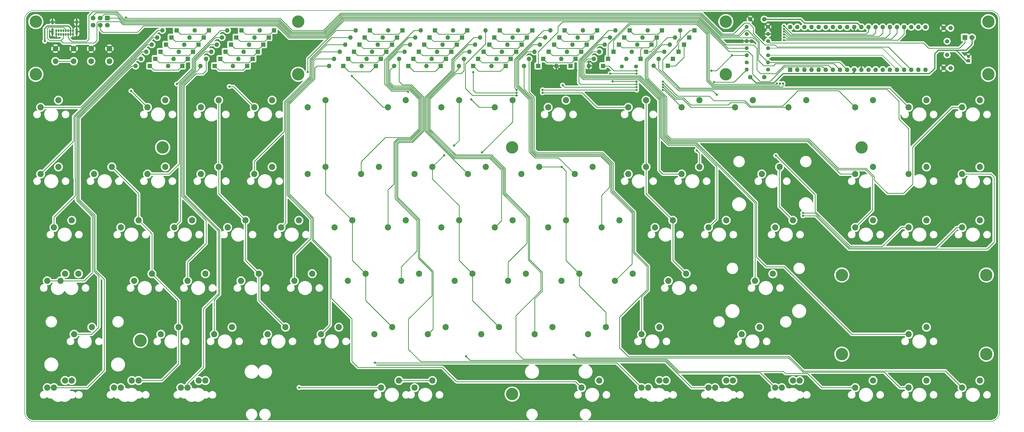
<source format=gbr>
G04 #@! TF.GenerationSoftware,KiCad,Pcbnew,(6.0.6)*
G04 #@! TF.CreationDate,2022-07-11T21:59:50-07:00*
G04 #@! TF.ProjectId,mysterium-pcb,6d797374-6572-4697-956d-2d7063622e6b,rev?*
G04 #@! TF.SameCoordinates,Original*
G04 #@! TF.FileFunction,Copper,L1,Top*
G04 #@! TF.FilePolarity,Positive*
%FSLAX46Y46*%
G04 Gerber Fmt 4.6, Leading zero omitted, Abs format (unit mm)*
G04 Created by KiCad (PCBNEW (6.0.6)) date 2022-07-11 21:59:50*
%MOMM*%
%LPD*%
G01*
G04 APERTURE LIST*
G04 #@! TA.AperFunction,Profile*
%ADD10C,0.150000*%
G04 #@! TD*
G04 #@! TA.AperFunction,ComponentPad*
%ADD11C,2.200000*%
G04 #@! TD*
G04 #@! TA.AperFunction,ComponentPad*
%ADD12R,1.200000X1.200000*%
G04 #@! TD*
G04 #@! TA.AperFunction,ComponentPad*
%ADD13C,1.200000*%
G04 #@! TD*
G04 #@! TA.AperFunction,ComponentPad*
%ADD14R,1.800000X1.800000*%
G04 #@! TD*
G04 #@! TA.AperFunction,ComponentPad*
%ADD15C,1.800000*%
G04 #@! TD*
G04 #@! TA.AperFunction,ComponentPad*
%ADD16R,1.600000X1.600000*%
G04 #@! TD*
G04 #@! TA.AperFunction,ComponentPad*
%ADD17O,1.600000X1.600000*%
G04 #@! TD*
G04 #@! TA.AperFunction,ComponentPad*
%ADD18C,4.400000*%
G04 #@! TD*
G04 #@! TA.AperFunction,ComponentPad*
%ADD19C,2.000000*%
G04 #@! TD*
G04 #@! TA.AperFunction,ComponentPad*
%ADD20C,1.600000*%
G04 #@! TD*
G04 #@! TA.AperFunction,ComponentPad*
%ADD21C,1.400000*%
G04 #@! TD*
G04 #@! TA.AperFunction,ComponentPad*
%ADD22R,1.700000X1.700000*%
G04 #@! TD*
G04 #@! TA.AperFunction,ComponentPad*
%ADD23C,1.700000*%
G04 #@! TD*
G04 #@! TA.AperFunction,ComponentPad*
%ADD24O,1.400000X1.400000*%
G04 #@! TD*
G04 #@! TA.AperFunction,ComponentPad*
%ADD25O,0.650000X1.000000*%
G04 #@! TD*
G04 #@! TA.AperFunction,ComponentPad*
%ADD26O,0.900000X1.700000*%
G04 #@! TD*
G04 #@! TA.AperFunction,ComponentPad*
%ADD27O,0.900000X2.400000*%
G04 #@! TD*
G04 #@! TA.AperFunction,ComponentPad*
%ADD28C,1.500000*%
G04 #@! TD*
G04 #@! TA.AperFunction,ViaPad*
%ADD29C,0.800000*%
G04 #@! TD*
G04 #@! TA.AperFunction,Conductor*
%ADD30C,0.398780*%
G04 #@! TD*
G04 #@! TA.AperFunction,Conductor*
%ADD31C,0.250000*%
G04 #@! TD*
G04 #@! TA.AperFunction,Conductor*
%ADD32C,0.200000*%
G04 #@! TD*
G04 APERTURE END LIST*
D10*
X40451560Y-55313501D02*
G75*
G03*
X37147501Y-58623559I3000J-3307059D01*
G01*
X384809999Y-58617560D02*
G75*
G03*
X381499941Y-55313501I-3307099J-3040D01*
G01*
X381505940Y-201929999D02*
G75*
G03*
X384809999Y-198619941I-3040J3307099D01*
G01*
X384810000Y-58617560D02*
X384809999Y-198619941D01*
X37147500Y-198625940D02*
X37147501Y-58623559D01*
X37147501Y-198625940D02*
G75*
G03*
X40457559Y-201929999I3307059J3000D01*
G01*
X40451560Y-55313500D02*
X381499941Y-55313500D01*
X381505940Y-201930000D02*
X40457559Y-201929999D01*
D11*
X68262500Y-111125000D03*
X61912500Y-113665000D03*
X211137500Y-130175000D03*
X204787500Y-132715000D03*
D12*
X373741883Y-73225132D03*
D13*
X373741883Y-71725132D03*
D14*
X372466883Y-64929933D03*
D15*
X375006883Y-64929933D03*
D16*
X250983564Y-64922400D03*
D17*
X245903564Y-64922400D03*
D16*
X122301000Y-67462400D03*
D17*
X117221000Y-67462400D03*
D16*
X241315681Y-62382400D03*
D17*
X236235681Y-62382400D03*
D16*
X276034330Y-62382400D03*
D17*
X270954330Y-62382400D03*
D16*
X185559593Y-75082400D03*
D17*
X180479593Y-75082400D03*
D16*
X197131514Y-75082400D03*
D17*
X192051514Y-75082400D03*
D16*
X310139000Y-76459000D03*
D17*
X312679000Y-76459000D03*
X315219000Y-76459000D03*
X317759000Y-76459000D03*
X320299000Y-76459000D03*
X322839000Y-76459000D03*
X325379000Y-76459000D03*
X327919000Y-76459000D03*
X330459000Y-76459000D03*
X332999000Y-76459000D03*
X335539000Y-76459000D03*
X338079000Y-76459000D03*
X340619000Y-76459000D03*
X343159000Y-76459000D03*
X345699000Y-76459000D03*
X348239000Y-76459000D03*
X350779000Y-76459000D03*
X353319000Y-76459000D03*
X355859000Y-76459000D03*
X358399000Y-76459000D03*
X358399000Y-61219000D03*
X355859000Y-61219000D03*
X353319000Y-61219000D03*
X350779000Y-61219000D03*
X348239000Y-61219000D03*
X345699000Y-61219000D03*
X343159000Y-61219000D03*
X340619000Y-61219000D03*
X338079000Y-61219000D03*
X335539000Y-61219000D03*
X332999000Y-61219000D03*
X330459000Y-61219000D03*
X327919000Y-61219000D03*
X325379000Y-61219000D03*
X322839000Y-61219000D03*
X320299000Y-61219000D03*
X317759000Y-61219000D03*
X315219000Y-61219000D03*
X312679000Y-61219000D03*
X310139000Y-61219000D03*
D18*
X41147500Y-59313500D03*
X41147500Y-78063500D03*
X380810000Y-78063500D03*
X380810000Y-59313500D03*
X134734300Y-59313500D03*
X211016251Y-104152700D03*
X211016251Y-192163700D03*
X335597500Y-104152700D03*
X86360000Y-104152700D03*
X78498700Y-173037500D03*
X328583688Y-149669500D03*
X380120412Y-149669500D03*
X328583688Y-177904900D03*
X380120412Y-177904900D03*
D19*
X67385000Y-68915899D03*
X60885000Y-68915899D03*
X60885000Y-73415899D03*
X67385000Y-73415899D03*
D20*
X367371883Y-61579833D03*
X364871883Y-61579833D03*
X367371883Y-75880033D03*
X364871883Y-75880033D03*
X300913800Y-58470800D03*
X295913800Y-58470800D03*
X295899200Y-79095600D03*
X300899200Y-79095600D03*
D16*
X91344500Y-62382400D03*
D17*
X86264500Y-62382400D03*
D18*
X287223200Y-59313500D03*
D16*
X102917383Y-62382400D03*
D17*
X97837383Y-62382400D03*
D16*
X114490266Y-62382400D03*
D17*
X109410266Y-62382400D03*
D16*
X126063149Y-62382400D03*
D17*
X120983149Y-62382400D03*
D16*
X160305500Y-62382400D03*
D17*
X155225500Y-62382400D03*
D16*
X171878383Y-62382400D03*
D17*
X166798383Y-62382400D03*
D16*
X183451266Y-62382400D03*
D17*
X178371266Y-62382400D03*
D16*
X195024149Y-62382400D03*
D17*
X189944149Y-62382400D03*
D16*
X206597032Y-62382400D03*
D17*
X201517032Y-62382400D03*
D16*
X218169915Y-62382400D03*
D17*
X213089915Y-62382400D03*
D16*
X229742798Y-62382400D03*
D17*
X224662798Y-62382400D03*
D16*
X252888564Y-62382400D03*
D17*
X247808564Y-62382400D03*
D16*
X264461447Y-62382400D03*
D17*
X259381447Y-62382400D03*
D16*
X270319330Y-70002400D03*
D17*
X265239330Y-70002400D03*
D16*
X89487351Y-64922400D03*
D17*
X84407351Y-64922400D03*
D16*
X101060234Y-64922400D03*
D17*
X95980234Y-64922400D03*
D16*
X112633117Y-64922400D03*
D17*
X107553117Y-64922400D03*
D16*
X124206000Y-64922400D03*
D17*
X119126000Y-64922400D03*
D16*
X158400500Y-64922400D03*
D17*
X153320500Y-64922400D03*
D16*
X169973383Y-64922400D03*
D17*
X164893383Y-64922400D03*
D16*
X181546266Y-64922400D03*
D17*
X176466266Y-64922400D03*
D16*
X193119149Y-64922400D03*
D17*
X188039149Y-64922400D03*
D16*
X204692032Y-64922400D03*
D17*
X199612032Y-64922400D03*
D16*
X216264915Y-64922400D03*
D17*
X211184915Y-64922400D03*
D16*
X227837798Y-64922400D03*
D17*
X222757798Y-64922400D03*
D16*
X239410681Y-64922400D03*
D17*
X234330681Y-64922400D03*
D16*
X262556447Y-64922400D03*
D17*
X257476447Y-64922400D03*
D16*
X274129330Y-64922400D03*
D17*
X269049330Y-64922400D03*
D16*
X268350660Y-72542400D03*
D17*
X263270660Y-72542400D03*
D16*
X258746447Y-70002400D03*
D17*
X253666447Y-70002400D03*
D16*
X87582351Y-67462400D03*
D17*
X82502351Y-67462400D03*
D16*
X99155234Y-67462400D03*
D17*
X94075234Y-67462400D03*
D16*
X110728117Y-67462400D03*
D17*
X105648117Y-67462400D03*
D16*
X156558830Y-67462400D03*
D17*
X151478830Y-67462400D03*
D16*
X168131713Y-67462400D03*
D17*
X163051713Y-67462400D03*
D16*
X179704596Y-67462400D03*
D17*
X174624596Y-67462400D03*
D16*
X191277479Y-67462400D03*
D17*
X186197479Y-67462400D03*
D16*
X202850362Y-67462400D03*
D17*
X197770362Y-67462400D03*
D16*
X214423245Y-67462400D03*
D17*
X209343245Y-67462400D03*
D16*
X225996128Y-67462400D03*
D17*
X220916128Y-67462400D03*
D16*
X237569011Y-67462400D03*
D17*
X232489011Y-67462400D03*
D16*
X249141894Y-67462400D03*
D17*
X244061894Y-67462400D03*
D16*
X260714777Y-67462400D03*
D17*
X255634777Y-67462400D03*
D16*
X272287660Y-67462400D03*
D17*
X267207660Y-67462400D03*
D16*
X266576508Y-75057000D03*
D17*
X261496508Y-75057000D03*
D16*
X256777777Y-72542400D03*
D17*
X251697777Y-72542400D03*
D16*
X85629500Y-70002400D03*
D17*
X80549500Y-70002400D03*
D16*
X97202383Y-70002400D03*
D17*
X92122383Y-70002400D03*
D16*
X108775266Y-70002400D03*
D17*
X103695266Y-70002400D03*
D16*
X120348149Y-70002400D03*
D17*
X115268149Y-70002400D03*
D16*
X154590500Y-70002400D03*
D17*
X149510500Y-70002400D03*
D16*
X166163383Y-70002400D03*
D17*
X161083383Y-70002400D03*
D16*
X177736266Y-70002400D03*
D17*
X172656266Y-70002400D03*
D16*
X189309149Y-70002400D03*
D17*
X184229149Y-70002400D03*
D16*
X200882032Y-70002400D03*
D17*
X195802032Y-70002400D03*
D16*
X212454915Y-70002400D03*
D17*
X207374915Y-70002400D03*
D16*
X224027798Y-70002400D03*
D17*
X218947798Y-70002400D03*
D16*
X235600681Y-70002400D03*
D17*
X230520681Y-70002400D03*
D16*
X247173564Y-70002400D03*
D17*
X242093564Y-70002400D03*
D16*
X83772351Y-72542400D03*
D17*
X78692351Y-72542400D03*
D16*
X95345234Y-72542400D03*
D17*
X90265234Y-72542400D03*
D16*
X106918117Y-72542400D03*
D17*
X101838117Y-72542400D03*
D16*
X118491000Y-72542400D03*
D17*
X113411000Y-72542400D03*
D16*
X152621830Y-72542400D03*
D17*
X147541830Y-72542400D03*
D16*
X164194713Y-72542400D03*
D17*
X159114713Y-72542400D03*
D16*
X175767596Y-72542400D03*
D17*
X170687596Y-72542400D03*
D16*
X187340479Y-72542400D03*
D17*
X182260479Y-72542400D03*
D16*
X198913362Y-72542400D03*
D17*
X193833362Y-72542400D03*
D16*
X210486245Y-72542400D03*
D17*
X205406245Y-72542400D03*
D16*
X222059128Y-72542400D03*
D17*
X216979128Y-72542400D03*
D16*
X233632011Y-72542400D03*
D17*
X228552011Y-72542400D03*
D16*
X245204894Y-72542400D03*
D17*
X240124894Y-72542400D03*
D16*
X81804579Y-75082400D03*
D17*
X76724579Y-75082400D03*
D16*
X93376500Y-75082400D03*
D17*
X88296500Y-75082400D03*
D16*
X104948421Y-75082400D03*
D17*
X99868421Y-75082400D03*
D16*
X116520342Y-75082400D03*
D17*
X111440342Y-75082400D03*
D16*
X150843830Y-75082400D03*
D17*
X145763830Y-75082400D03*
D16*
X162415751Y-75082400D03*
D17*
X157335751Y-75082400D03*
D16*
X173987672Y-75082400D03*
D17*
X168907672Y-75082400D03*
D16*
X208703435Y-75082400D03*
D17*
X203623435Y-75082400D03*
D16*
X220275356Y-75082400D03*
D17*
X215195356Y-75082400D03*
D16*
X231847277Y-75082400D03*
D17*
X226767277Y-75082400D03*
D16*
X243419198Y-75082400D03*
D17*
X238339198Y-75082400D03*
D21*
X255236125Y-75311000D03*
X250136125Y-75311000D03*
D22*
X66675000Y-58039000D03*
D23*
X66675000Y-60579000D03*
X64135000Y-58039000D03*
X64135000Y-60579000D03*
X61595000Y-58039000D03*
X61595000Y-60579000D03*
D21*
X302251491Y-61158976D03*
D24*
X294631491Y-61158976D03*
D21*
X294631491Y-63697152D03*
D24*
X302251491Y-63697152D03*
D21*
X302251491Y-68773504D03*
D24*
X294631491Y-68773504D03*
D21*
X302251491Y-71311680D03*
D24*
X294631491Y-71311680D03*
D21*
X302251491Y-76388033D03*
D24*
X294631491Y-76388033D03*
D21*
X302251491Y-66235328D03*
D24*
X294631491Y-66235328D03*
D21*
X294631491Y-73849856D03*
D24*
X302251491Y-73849856D03*
D19*
X48159600Y-68915899D03*
X54659600Y-68915899D03*
X54659600Y-73415899D03*
X48159600Y-73415899D03*
D11*
X49212500Y-87312500D03*
X42862500Y-89852500D03*
X87312500Y-87312500D03*
X80962500Y-89852500D03*
X106362500Y-87312500D03*
X100012500Y-89852500D03*
X125412500Y-87312500D03*
X119062500Y-89852500D03*
X144462500Y-87312500D03*
X138112500Y-89852500D03*
X173037500Y-87312500D03*
X166687500Y-89852500D03*
X192087500Y-87312500D03*
X185737500Y-89852500D03*
X211137500Y-87312500D03*
X204787500Y-89852500D03*
X230187500Y-87312500D03*
X223837500Y-89852500D03*
X258762500Y-87312500D03*
X252412500Y-89852500D03*
X277812500Y-87312500D03*
X271462500Y-89852500D03*
X296862500Y-87312500D03*
X290512500Y-89852500D03*
X315912500Y-87312500D03*
X309562500Y-89852500D03*
X339725000Y-87312500D03*
X333375000Y-89852500D03*
X358775000Y-87312500D03*
X352425000Y-89852500D03*
X377825000Y-87312500D03*
X371475000Y-89852500D03*
X49212500Y-111125000D03*
X42862500Y-113665000D03*
X87312500Y-111125000D03*
X80962500Y-113665000D03*
X106362500Y-111125000D03*
X100012500Y-113665000D03*
X125412500Y-111125000D03*
X119062500Y-113665000D03*
X144462500Y-111125000D03*
X138112500Y-113665000D03*
X163512500Y-111125000D03*
X157162500Y-113665000D03*
X182562500Y-111125000D03*
X176212500Y-113665000D03*
X201612500Y-111125000D03*
X195262500Y-113665000D03*
X220662500Y-111125000D03*
X214312500Y-113665000D03*
X239712500Y-111125000D03*
X233362500Y-113665000D03*
X258762500Y-111125000D03*
X252412500Y-113665000D03*
X277812500Y-111125000D03*
X271462500Y-113665000D03*
X306387500Y-111125000D03*
X300037500Y-113665000D03*
X339725000Y-111125000D03*
X333375000Y-113665000D03*
X358775000Y-111125000D03*
X352425000Y-113665000D03*
X377825000Y-111125000D03*
X371475000Y-113665000D03*
X53975000Y-130175000D03*
X47625000Y-132715000D03*
X77787500Y-130175000D03*
X71437500Y-132715000D03*
X115887500Y-130175000D03*
X109537500Y-132715000D03*
X134937500Y-130175000D03*
X128587500Y-132715000D03*
X153987500Y-130175000D03*
X147637500Y-132715000D03*
X173037500Y-130175000D03*
X166687500Y-132715000D03*
X192087500Y-130175000D03*
X185737500Y-132715000D03*
X230187500Y-130175000D03*
X223837500Y-132715000D03*
X249237500Y-130175000D03*
X242887500Y-132715000D03*
X268287500Y-130175000D03*
X261937500Y-132715000D03*
X287337500Y-130175000D03*
X280987500Y-132715000D03*
X311150000Y-130175000D03*
X304800000Y-132715000D03*
X339725000Y-130175000D03*
X333375000Y-132715000D03*
X358775000Y-130175000D03*
X352425000Y-132715000D03*
X377825000Y-130175000D03*
X371475000Y-132715000D03*
X56356250Y-149225000D03*
X50006250Y-151765000D03*
X51593750Y-149225000D03*
X45243750Y-151765000D03*
X82550000Y-149225000D03*
X76200000Y-151765000D03*
X101600000Y-149225000D03*
X95250000Y-151765000D03*
X120650000Y-149225000D03*
X114300000Y-151765000D03*
X139700000Y-149225000D03*
X133350000Y-151765000D03*
X158750000Y-149225000D03*
X152400000Y-151765000D03*
X177800000Y-149225000D03*
X171450000Y-151765000D03*
X196850000Y-149225000D03*
X190500000Y-151765000D03*
X215900000Y-149225000D03*
X209550000Y-151765000D03*
X234950000Y-149225000D03*
X228600000Y-151765000D03*
X254000000Y-149225000D03*
X247650000Y-151765000D03*
X61118750Y-168275000D03*
X54768750Y-170815000D03*
X92075000Y-168275000D03*
X85725000Y-170815000D03*
X111125000Y-168275000D03*
X104775000Y-170815000D03*
X130175000Y-168275000D03*
X123825000Y-170815000D03*
X149225000Y-168275000D03*
X142875000Y-170815000D03*
X168275000Y-168275000D03*
X161925000Y-170815000D03*
X187325000Y-168275000D03*
X180975000Y-170815000D03*
X206375000Y-168275000D03*
X200025000Y-170815000D03*
X225425000Y-168275000D03*
X219075000Y-170815000D03*
X244475000Y-168275000D03*
X238125000Y-170815000D03*
X358775000Y-168275000D03*
X352425000Y-170815000D03*
X53975000Y-187325000D03*
X47625000Y-189865000D03*
X51593750Y-187325000D03*
X45243750Y-189865000D03*
X75406250Y-187325000D03*
X69056250Y-189865000D03*
X77787500Y-187325000D03*
X71437500Y-189865000D03*
X101600000Y-187325000D03*
X95250000Y-189865000D03*
X99218750Y-187325000D03*
X92868750Y-189865000D03*
X170656250Y-187325000D03*
X164306250Y-189865000D03*
X182562500Y-187325000D03*
X176212500Y-189865000D03*
X242093750Y-187325000D03*
X235743750Y-189865000D03*
X339725000Y-187325000D03*
X333375000Y-189865000D03*
X358775000Y-187325000D03*
X352425000Y-189865000D03*
X377825000Y-187325000D03*
X371475000Y-189865000D03*
D25*
X54384600Y-63855600D03*
X53534600Y-63855600D03*
X52684600Y-63855600D03*
X51834600Y-63855600D03*
X50984600Y-63855600D03*
X50134600Y-63855600D03*
X49284600Y-63855600D03*
X48434600Y-63855600D03*
X48429600Y-62530600D03*
X49279600Y-62530600D03*
X50129600Y-62530600D03*
X50979600Y-62530600D03*
X51829600Y-62530600D03*
X52679600Y-62530600D03*
X53529600Y-62530600D03*
X54384600Y-62530600D03*
D26*
X47084600Y-59495600D03*
X55734600Y-59495600D03*
D27*
X47084600Y-62875600D03*
X55734600Y-62875600D03*
D28*
X366121883Y-66279933D03*
X366121883Y-71159933D03*
D18*
X134734300Y-78063500D03*
X287223200Y-78063500D03*
D11*
X287337500Y-187325000D03*
X280987500Y-189865000D03*
X299243750Y-168281350D03*
X292893750Y-170821350D03*
X311150000Y-187325000D03*
X304800000Y-189865000D03*
X273050000Y-149225000D03*
X266700000Y-151765000D03*
X263525000Y-168275000D03*
X257175000Y-170815000D03*
X96837500Y-130175000D03*
X90487500Y-132715000D03*
X265906250Y-187325000D03*
X259556250Y-189865000D03*
X304006250Y-149225000D03*
X297656250Y-151765000D03*
X313531250Y-187325000D03*
X307181250Y-189865000D03*
X263525000Y-187325000D03*
X257175000Y-189865000D03*
X289718750Y-187325000D03*
X283368750Y-189865000D03*
D29*
X338455000Y-73914000D03*
X233934000Y-76835000D03*
X73284017Y-57860900D03*
X75116560Y-84006560D03*
X91440000Y-81534000D03*
X110123092Y-82447843D03*
X138125200Y-77216000D03*
X153885300Y-78689200D03*
X173956461Y-84341300D03*
X196452001Y-87062799D03*
X212593701Y-85648800D03*
X197104000Y-77299701D03*
X221843600Y-84651745D03*
X212593701Y-84647649D03*
X255397000Y-83693000D03*
X264795000Y-83693000D03*
X221843600Y-83646499D03*
X212593701Y-83646499D03*
X229006400Y-81940400D03*
X255397000Y-82677000D03*
X264795000Y-82693497D03*
X255397000Y-81677497D03*
X264795000Y-81693994D03*
X255397000Y-80677994D03*
X264795000Y-80694491D03*
X246845178Y-80645000D03*
X314706000Y-128524000D03*
X283972000Y-85344000D03*
X305054000Y-107061000D03*
X314706000Y-127524497D03*
X233045000Y-178181000D03*
X135064500Y-189801500D03*
X162052000Y-180975000D03*
X194564000Y-178689000D03*
X245999000Y-77847429D03*
X283001783Y-80853217D03*
X255397000Y-77847429D03*
X282067000Y-76835000D03*
X255397000Y-76835000D03*
X289368320Y-71311680D03*
X44340000Y-66270000D03*
X307975000Y-60882491D03*
X307975000Y-61881994D03*
X307975000Y-62881497D03*
X307594000Y-81374707D03*
X307975000Y-65913000D03*
X307975000Y-64913497D03*
X306484341Y-81374707D03*
X307975000Y-63881000D03*
X305374683Y-81374707D03*
X190246000Y-103505000D03*
X186817000Y-106934000D03*
X200279000Y-105918000D03*
X228727000Y-111125000D03*
X276860000Y-105232419D03*
D30*
X334137000Y-59817000D02*
X315214000Y-59817000D01*
X228519877Y-76835000D02*
X226767277Y-75082400D01*
X335539000Y-76459000D02*
X335539000Y-74163000D01*
X335788000Y-73914000D02*
X338455000Y-73914000D01*
X335539000Y-74163000D02*
X335788000Y-73914000D01*
X233934000Y-76835000D02*
X228519877Y-76835000D01*
D31*
X132562186Y-62453880D02*
X143662815Y-62453880D01*
X293878000Y-59817000D02*
X295402000Y-59817000D01*
X80645000Y-58135880D02*
X128244185Y-58135880D01*
X345208984Y-68348984D02*
X353319000Y-76459000D01*
X297053000Y-61468000D02*
X297053000Y-63500000D01*
X297053000Y-63500000D02*
X301117000Y-67564000D01*
X80645000Y-58135880D02*
X73279000Y-58135880D01*
X128244185Y-58135880D02*
X132562186Y-62453880D01*
X285931899Y-63675440D02*
X290019560Y-63675440D01*
X278477298Y-56220840D02*
X285931899Y-63675440D01*
X304673000Y-67564000D02*
X305457984Y-68348984D01*
X290019560Y-63675440D02*
X293878000Y-59817000D01*
X73279000Y-57865917D02*
X73284017Y-57860900D01*
X295402000Y-59817000D02*
X297053000Y-61468000D01*
X305457984Y-68348984D02*
X345208984Y-68348984D01*
X73279000Y-58135880D02*
X73279000Y-57865917D01*
X143662815Y-62453880D02*
X149895855Y-56220840D01*
X149895855Y-56220840D02*
X278477298Y-56220840D01*
X301117000Y-67564000D02*
X304673000Y-67564000D01*
D30*
X332999000Y-77211000D02*
X332359000Y-77851000D01*
X304310270Y-81134730D02*
X307594000Y-77851000D01*
X369316000Y-69469000D02*
X362966000Y-69469000D01*
X332999000Y-76459000D02*
X332999000Y-77211000D01*
X304183270Y-81134730D02*
X304310270Y-81134730D01*
X375006883Y-64929933D02*
X375006883Y-67334117D01*
X332359000Y-77851000D02*
X307594000Y-77851000D01*
X304056270Y-81134730D02*
X304183270Y-81134730D01*
X303929270Y-81134730D02*
X304056270Y-81134730D01*
X361696000Y-70739000D02*
X361696000Y-75946000D01*
X375006883Y-67334117D02*
X372872000Y-69469000D01*
X362966000Y-69469000D02*
X361696000Y-70739000D01*
X295899200Y-79095600D02*
X297938330Y-81134730D01*
X373072132Y-73225132D02*
X373741883Y-73225132D01*
X361696000Y-75946000D02*
X359791000Y-77851000D01*
X372872000Y-69469000D02*
X369316000Y-69469000D01*
X313867800Y-58470800D02*
X300913800Y-58470800D01*
X297938330Y-81134730D02*
X303929270Y-81134730D01*
X332359000Y-77851000D02*
X359791000Y-77851000D01*
X315214000Y-59817000D02*
X313867800Y-58470800D01*
X369316000Y-69469000D02*
X373072132Y-73225132D01*
X335539000Y-61219000D02*
X334137000Y-59817000D01*
D31*
X78984808Y-70002400D02*
X80549500Y-70002400D01*
X50006250Y-151765000D02*
X58420000Y-151765000D01*
X61341000Y-148844000D02*
X61341000Y-128778000D01*
X55694040Y-94644040D02*
X55694040Y-93293168D01*
X61341000Y-128778000D02*
X55694520Y-123131520D01*
X55694520Y-123131520D02*
X55694520Y-94644520D01*
X50006250Y-151765000D02*
X45243750Y-151765000D01*
X55694040Y-93293168D02*
X78984808Y-70002400D01*
X55694520Y-94644520D02*
X55694040Y-94644040D01*
X58420000Y-151765000D02*
X61341000Y-148844000D01*
X86264500Y-62382400D02*
X84695620Y-62382400D01*
X57225520Y-89852500D02*
X42862500Y-89852500D01*
X84695620Y-62382400D02*
X57225520Y-89852500D01*
X75116560Y-84006560D02*
X80962500Y-89852500D01*
X107071405Y-62382400D02*
X97190805Y-72263000D01*
X96832480Y-72621325D02*
X96832480Y-76141520D01*
X96832480Y-76141520D02*
X91440000Y-81534000D01*
X97190805Y-72263000D02*
X96832480Y-72621325D01*
X109410266Y-62382400D02*
X107071405Y-62382400D01*
X110123092Y-82447843D02*
X111657843Y-82447843D01*
X111657843Y-82447843D02*
X119062500Y-89852500D01*
X138112500Y-72478900D02*
X138252200Y-72339200D01*
X138252200Y-72339200D02*
X148209000Y-62382400D01*
X148209000Y-62382400D02*
X155225500Y-62382400D01*
X138125200Y-77216000D02*
X138125200Y-72466200D01*
X138125200Y-72466200D02*
X138252200Y-72339200D01*
X165048600Y-89852500D02*
X153885300Y-78689200D01*
X166687500Y-89852500D02*
X165048600Y-89852500D01*
X165455600Y-81509318D02*
X168012602Y-84066320D01*
X176032405Y-62382400D02*
X166532805Y-71882000D01*
X178371266Y-62382400D02*
X176032405Y-62382400D01*
X165557200Y-72857605D02*
X165481000Y-72933805D01*
X165481000Y-72933805D02*
X165455600Y-72959205D01*
X165455600Y-72959205D02*
X165455600Y-81509318D01*
X166532805Y-71882000D02*
X165557200Y-72857605D01*
X173681481Y-84066320D02*
X173956461Y-84341300D01*
X172923200Y-84066320D02*
X173681481Y-84066320D01*
X168012602Y-84066320D02*
X172923200Y-84066320D01*
X199241702Y-89852500D02*
X204787500Y-89852500D01*
X196452001Y-87062799D02*
X199241702Y-89852500D01*
X194282882Y-74474518D02*
X201517032Y-67240368D01*
X194282882Y-83081682D02*
X194282882Y-74474518D01*
X196850000Y-85648800D02*
X194282882Y-83081682D01*
X201517032Y-67240368D02*
X201517032Y-62382400D01*
X212593701Y-85648800D02*
X196850000Y-85648800D01*
X198033249Y-84647649D02*
X197827900Y-84442300D01*
X241236500Y-89852500D02*
X252412500Y-89852500D01*
X236035745Y-84651745D02*
X241236500Y-89852500D01*
X212593701Y-84647649D02*
X198033249Y-84647649D01*
X197104000Y-77299701D02*
X197104000Y-83718400D01*
X197104000Y-83718400D02*
X197827900Y-84442300D01*
X221843600Y-84651745D02*
X236035745Y-84651745D01*
X221843600Y-83646499D02*
X235758501Y-83646499D01*
X211810600Y-72745600D02*
X211810600Y-82863398D01*
X265303000Y-83693000D02*
X271462500Y-89852500D01*
X211810600Y-82863398D02*
X212593701Y-83646499D01*
X224662798Y-62382400D02*
X222173800Y-62382400D01*
X255350499Y-83646499D02*
X255397000Y-83693000D01*
X235758501Y-83646499D02*
X255350499Y-83646499D01*
X264795000Y-83693000D02*
X265303000Y-83693000D01*
X222173800Y-62382400D02*
X211810600Y-72745600D01*
X269240718Y-86995000D02*
X264939215Y-82693497D01*
X229743000Y-82677000D02*
X229006400Y-81940400D01*
X255397000Y-82677000D02*
X229743000Y-82677000D01*
X290512500Y-89852500D02*
X274764500Y-89852500D01*
X274764500Y-89852500D02*
X271907000Y-86995000D01*
X264939215Y-82693497D02*
X264795000Y-82693497D01*
X271907000Y-86995000D02*
X269240718Y-86995000D01*
X294005000Y-88138000D02*
X295719500Y-89852500D01*
X245370194Y-62382400D02*
X235204000Y-72548594D01*
X264795000Y-81693994D02*
X264820111Y-81693994D01*
X235347497Y-81677497D02*
X255397000Y-81677497D01*
X264820111Y-81693994D02*
X269613117Y-86487000D01*
X235204000Y-72548594D02*
X234823000Y-72929594D01*
X272161000Y-86487000D02*
X274701000Y-89027000D01*
X234756522Y-72996072D02*
X234756522Y-78419522D01*
X269613117Y-86487000D02*
X272161000Y-86487000D01*
X234756522Y-78419522D02*
X234756522Y-81086522D01*
X234823000Y-72929594D02*
X234756522Y-72996072D01*
X288925000Y-88138000D02*
X294005000Y-88138000D01*
X295719500Y-89852500D02*
X309562500Y-89852500D01*
X234756522Y-81086522D02*
X235347497Y-81677497D01*
X274701000Y-89027000D02*
X288036000Y-89027000D01*
X247808564Y-62382400D02*
X245370194Y-62382400D01*
X288036000Y-89027000D02*
X288925000Y-88138000D01*
X264820111Y-80694491D02*
X269977620Y-85852000D01*
X264795000Y-80694491D02*
X264820111Y-80694491D01*
X269977620Y-85852000D02*
X281305000Y-85852000D01*
X295905698Y-89402980D02*
X307472020Y-89402980D01*
X312968760Y-83906240D02*
X327428740Y-83906240D01*
X281305000Y-85852000D02*
X282956000Y-87503000D01*
X327428740Y-83906240D02*
X333375000Y-89852500D01*
X307472020Y-89402980D02*
X312968760Y-83906240D01*
X246845178Y-80645000D02*
X255364006Y-80645000D01*
X255364006Y-80645000D02*
X255397000Y-80677994D01*
X282956000Y-87503000D02*
X294005718Y-87503000D01*
X294005718Y-87503000D02*
X295905698Y-89402980D01*
X270764000Y-83007200D02*
X345694000Y-83007200D01*
X264668000Y-72918210D02*
X264668000Y-76911200D01*
X345694000Y-83007200D02*
X345694000Y-83121500D01*
X269869810Y-67716400D02*
X264668000Y-72918210D01*
X269869810Y-66297180D02*
X269869810Y-67716400D01*
X270954330Y-62382400D02*
X270954330Y-65212660D01*
X264668000Y-76911200D02*
X270764000Y-83007200D01*
X270954330Y-65212660D02*
X269869810Y-66297180D01*
X345694000Y-83121500D02*
X352425000Y-89852500D01*
X337218797Y-111640680D02*
X327318235Y-111640680D01*
X262561236Y-70002400D02*
X265239330Y-70002400D01*
X266003653Y-86040347D02*
X266095120Y-86131813D01*
X353860479Y-103949121D02*
X353860479Y-117309521D01*
X266095120Y-99584490D02*
X267641030Y-101130400D01*
X316807955Y-101130400D02*
X320881277Y-105203723D01*
X259318640Y-73244996D02*
X262561236Y-70002400D01*
X259318640Y-75962794D02*
X259318640Y-79355332D01*
X267641030Y-101130400D02*
X316807955Y-101130400D01*
X367957100Y-89852500D02*
X353860479Y-103949121D01*
X259318640Y-79355332D02*
X265631976Y-85668668D01*
X371475000Y-89852500D02*
X367957100Y-89852500D01*
X266003653Y-86040347D02*
X265749653Y-85786347D01*
X266095120Y-86131815D02*
X266003653Y-86040347D01*
X344851265Y-120523000D02*
X340132117Y-115803852D01*
X350647000Y-120523000D02*
X344851265Y-120523000D01*
X327318235Y-111640680D02*
X320881277Y-105203723D01*
X340132117Y-114554000D02*
X337218797Y-111640680D01*
X340132117Y-115803852D02*
X340132117Y-114554000D01*
X353860479Y-117309521D02*
X350647000Y-120523000D01*
X266095120Y-86131813D02*
X266095120Y-99584490D01*
X259318640Y-75962794D02*
X259318640Y-73244996D01*
X54668000Y-93046416D02*
X82792016Y-64922400D01*
X48963750Y-107563750D02*
X42862500Y-113665000D01*
X48963750Y-107563750D02*
X54668000Y-101859500D01*
X54668000Y-101859500D02*
X54668000Y-93046416D01*
X82792016Y-64922400D02*
X84407351Y-64922400D01*
X80962500Y-113665000D02*
X88646000Y-113665000D01*
X92265859Y-81343859D02*
X92265859Y-110045141D01*
X97282000Y-76327718D02*
X92265859Y-81343859D01*
X97282000Y-72807523D02*
X97282000Y-76327718D01*
X105167123Y-64922400D02*
X107553117Y-64922400D01*
X97282000Y-72807523D02*
X105167123Y-64922400D01*
X92265859Y-110045141D02*
X88646000Y-113665000D01*
X129819400Y-98374200D02*
X119062500Y-109131100D01*
X146660822Y-64922400D02*
X147447000Y-64922400D01*
X138849711Y-78904489D02*
X129819400Y-87934800D01*
X153320500Y-64922400D02*
X147447000Y-64922400D01*
X129819400Y-87934800D02*
X129819400Y-98374200D01*
X138849711Y-72733511D02*
X146660822Y-64922400D01*
X119062500Y-109131100D02*
X119062500Y-113665000D01*
X138849711Y-72733511D02*
X138849711Y-78904489D01*
X174320200Y-83616800D02*
X168198800Y-83616800D01*
X166065200Y-81483200D02*
X166065200Y-72985323D01*
X157162500Y-113665000D02*
X157162500Y-109207300D01*
X174128123Y-64922400D02*
X176466266Y-64922400D01*
X177698400Y-97561400D02*
X177698400Y-86995000D01*
X165785800Y-100584000D02*
X174675800Y-100584000D01*
X168198800Y-83616800D02*
X166065200Y-81483200D01*
X174675800Y-100584000D02*
X177698400Y-97561400D01*
X166065200Y-72985323D02*
X174128123Y-64922400D01*
X157162500Y-109207300D02*
X165785800Y-100584000D01*
X177698400Y-86995000D02*
X174320200Y-83616800D01*
X179946000Y-98348500D02*
X179946000Y-86169200D01*
X195262500Y-113665000D02*
X179946000Y-98348500D01*
X189370311Y-76744889D02*
X179946000Y-86169200D01*
X199612032Y-64922400D02*
X197273889Y-64922400D01*
X189370311Y-72825978D02*
X189370311Y-76744889D01*
X197273889Y-64922400D02*
X189370311Y-72825978D01*
X227545900Y-107848400D02*
X233362500Y-113665000D01*
X222757798Y-64922400D02*
X220269518Y-64922400D01*
X217043000Y-105791000D02*
X219100400Y-107848400D01*
X212394800Y-82423000D02*
X217043000Y-87071200D01*
X220269518Y-64922400D02*
X212394800Y-72797118D01*
X217043000Y-87071200D02*
X217043000Y-105791000D01*
X219100400Y-107848400D02*
X227545900Y-107848400D01*
X212394800Y-72797118D02*
X212394800Y-82423000D01*
X235206042Y-73182268D02*
X235206042Y-78737958D01*
X235347155Y-73041155D02*
X235206042Y-73182268D01*
X245903564Y-64922400D02*
X243465911Y-64922400D01*
X256069489Y-79920489D02*
X263398000Y-87249000D01*
X263398000Y-87249000D02*
X263398000Y-112395000D01*
X264795000Y-113665000D02*
X271462500Y-113665000D01*
X235347155Y-73041155D02*
X235206042Y-73182269D01*
X236388573Y-79920489D02*
X256069489Y-79920489D01*
X263398000Y-112395000D02*
X264668000Y-113665000D01*
X264668000Y-113665000D02*
X264795000Y-113665000D01*
X235206042Y-78737958D02*
X236388573Y-79920489D01*
X243465911Y-64922400D02*
X235347155Y-73041155D01*
X258419600Y-72872600D02*
X258419600Y-79727728D01*
X328071120Y-113665000D02*
X333375000Y-113665000D01*
X266369800Y-64922400D02*
X258419600Y-72872600D01*
X258419600Y-79727728D02*
X265196080Y-86504209D01*
X265196080Y-86504209D02*
X265196080Y-99956886D01*
X269049330Y-64922400D02*
X266369800Y-64922400D01*
X316435560Y-102029440D02*
X328071120Y-113665000D01*
X267268634Y-102029440D02*
X316435560Y-102029440D01*
X265196080Y-99956886D02*
X267268634Y-102029440D01*
X352425000Y-113665000D02*
X352425000Y-97536000D01*
X344670320Y-83456720D02*
X348919800Y-87706200D01*
X352425000Y-97536000D02*
X348919800Y-94030800D01*
X263270660Y-76149577D02*
X270577803Y-83456720D01*
X348919800Y-94030800D02*
X348919800Y-87706200D01*
X270577803Y-83456720D02*
X344670320Y-83456720D01*
X263270660Y-72542400D02*
X263270660Y-76149577D01*
X382905000Y-114808000D02*
X382905000Y-137922000D01*
X319277282Y-128524000D02*
X314706000Y-128524000D01*
X382905000Y-137922000D02*
X380423480Y-140403520D01*
X331156802Y-140403520D02*
X319277282Y-128524000D01*
X381762000Y-113665000D02*
X382905000Y-114808000D01*
X371475000Y-113665000D02*
X381762000Y-113665000D01*
X380423480Y-140403520D02*
X331156802Y-140403520D01*
X55245000Y-121412000D02*
X55245000Y-115142936D01*
X55245000Y-115142936D02*
X55118000Y-115015936D01*
X47625000Y-129032000D02*
X55245000Y-121412000D01*
X47625000Y-132715000D02*
X47625000Y-129032000D01*
X55118000Y-115015936D02*
X55118000Y-93958000D01*
X80888412Y-67462400D02*
X55118000Y-93232812D01*
X55118000Y-93232812D02*
X55118000Y-93958000D01*
X82502351Y-67462400D02*
X80888412Y-67462400D01*
X90487500Y-132715000D02*
X92715379Y-130487121D01*
X97731520Y-76517859D02*
X97731520Y-72993721D01*
X103262841Y-67462400D02*
X105648117Y-67462400D01*
X92715379Y-81534000D02*
X97731520Y-76517859D01*
X97731520Y-72993721D02*
X103262841Y-67462400D01*
X92715379Y-130487121D02*
X92715379Y-81534000D01*
X139299231Y-72919709D02*
X144756540Y-67462400D01*
X130268920Y-131033580D02*
X130268920Y-88120998D01*
X128587500Y-132715000D02*
X130268920Y-131033580D01*
X144756540Y-67462400D02*
X151478830Y-67462400D01*
X130268920Y-88120998D02*
X139299231Y-79090687D01*
X139299231Y-79090687D02*
X139299231Y-72919709D01*
X172223841Y-67462400D02*
X166514720Y-73171521D01*
X166687500Y-119316500D02*
X166687500Y-132715000D01*
X168833800Y-117170200D02*
X166687500Y-119316500D01*
X178147920Y-97747598D02*
X174861998Y-101033520D01*
X174624596Y-67462400D02*
X172223841Y-67462400D01*
X174506397Y-83167280D02*
X178147920Y-86808802D01*
X170111480Y-101033520D02*
X168833800Y-102311200D01*
X166514720Y-81297002D02*
X168384998Y-83167280D01*
X166514720Y-73171521D02*
X166514720Y-81297002D01*
X168833800Y-102311200D02*
X168833800Y-117170200D01*
X168384998Y-83167280D02*
X174506397Y-83167280D01*
X174861998Y-101033520D02*
X170111480Y-101033520D01*
X178147920Y-86808802D02*
X178147920Y-97747598D01*
X197770362Y-67462400D02*
X195369607Y-67462400D01*
X207213200Y-130289300D02*
X204787500Y-132715000D01*
X189819831Y-76931086D02*
X180395520Y-86355397D01*
X207213200Y-112217200D02*
X207213200Y-130289300D01*
X180395520Y-98162302D02*
X190361018Y-108127800D01*
X203123800Y-108127800D02*
X207213200Y-112217200D01*
X189819831Y-73012176D02*
X189819831Y-76931086D01*
X190361018Y-108127800D02*
X203123800Y-108127800D01*
X180395520Y-86355397D02*
X180395520Y-98162302D01*
X195369607Y-67462400D02*
X189819831Y-73012176D01*
X217492520Y-86885002D02*
X212844320Y-82236802D01*
X212844320Y-72983316D02*
X218365236Y-67462400D01*
X242887500Y-121221500D02*
X245694200Y-118414800D01*
X218365236Y-67462400D02*
X220916128Y-67462400D01*
X245694200Y-110413800D02*
X242679280Y-107398880D01*
X212844320Y-82236802D02*
X212844320Y-72983316D01*
X242887500Y-132715000D02*
X242887500Y-121221500D01*
X219286598Y-107398880D02*
X217492520Y-105604802D01*
X245694200Y-118414800D02*
X245694200Y-110413800D01*
X217492520Y-105604802D02*
X217492520Y-86885002D01*
X242679280Y-107398880D02*
X219286598Y-107398880D01*
X280987500Y-132715000D02*
X283972000Y-129730500D01*
X241561629Y-67462400D02*
X235655562Y-73368467D01*
X263847520Y-87062803D02*
X263847520Y-100515480D01*
X283972000Y-129730500D02*
X283972000Y-110947200D01*
X283972000Y-110947200D02*
X276402800Y-103378000D01*
X266710040Y-103378000D02*
X263847520Y-100515480D01*
X244061894Y-67462400D02*
X241561629Y-67462400D01*
X235655562Y-78551760D02*
X236574771Y-79470969D01*
X236574771Y-79470969D02*
X256255687Y-79470969D01*
X235655562Y-73368467D02*
X235655562Y-78551760D01*
X276402800Y-103378000D02*
X266710040Y-103378000D01*
X256255687Y-79470969D02*
X263847520Y-87062803D01*
X258869120Y-75776598D02*
X258869120Y-79541530D01*
X339559521Y-114617121D02*
X337032600Y-112090200D01*
X258869120Y-79541530D02*
X265182456Y-85854866D01*
X267454832Y-101579920D02*
X265645600Y-99770688D01*
X333375000Y-132715000D02*
X339559521Y-126530479D01*
X265645600Y-99770688D02*
X265645600Y-86318010D01*
X337032600Y-112090200D02*
X327132038Y-112090200D01*
X327132038Y-112090200D02*
X316621758Y-101579920D01*
X264465518Y-67462400D02*
X258869120Y-73058798D01*
X265645600Y-86318010D02*
X265182456Y-85854866D01*
X316621758Y-101579920D02*
X267454832Y-101579920D01*
X258869120Y-73058798D02*
X258869120Y-75776598D01*
X339559521Y-126530479D02*
X339559521Y-114617121D01*
X267207660Y-67462400D02*
X264465518Y-67462400D01*
X305054000Y-107061000D02*
X319024000Y-121031000D01*
X319024000Y-121031000D02*
X319024000Y-126999282D01*
X331529198Y-139504480D02*
X343027000Y-139504480D01*
X270401868Y-83906240D02*
X282534240Y-83906240D01*
X270361108Y-83947000D02*
X270401868Y-83906240D01*
X282534240Y-83906240D02*
X283972000Y-85344000D01*
X343027000Y-139504480D02*
X349816480Y-132715000D01*
X349816480Y-132715000D02*
X352425000Y-132715000D01*
X261496508Y-75082400D02*
X270361108Y-83947000D01*
X319024000Y-126999282D02*
X331529198Y-139504480D01*
X318913497Y-127524497D02*
X331343000Y-139954000D01*
X362331000Y-139954000D02*
X369570000Y-132715000D01*
X314706000Y-127524497D02*
X318913497Y-127524497D01*
X331343000Y-139954000D02*
X362331000Y-139954000D01*
X369570000Y-132715000D02*
X371475000Y-132715000D01*
X101854000Y-138430000D02*
X101854000Y-130175000D01*
X101358559Y-70002400D02*
X103695266Y-70002400D01*
X98181040Y-76704056D02*
X98181040Y-73179919D01*
X93164899Y-121485899D02*
X93164899Y-81720198D01*
X95250000Y-145034000D02*
X101854000Y-138430000D01*
X95250000Y-151765000D02*
X95250000Y-145034000D01*
X101854000Y-130175000D02*
X93164899Y-121485899D01*
X98181040Y-73179919D02*
X101358559Y-70002400D01*
X93164899Y-81720198D02*
X98181040Y-76704056D01*
X139748751Y-79276884D02*
X139748751Y-73105907D01*
X142852258Y-70002400D02*
X149510500Y-70002400D01*
X133350000Y-142544800D02*
X139242800Y-136652000D01*
X130718440Y-121168040D02*
X130718440Y-88307196D01*
X139242800Y-129692400D02*
X130718440Y-121168040D01*
X133350000Y-151765000D02*
X133350000Y-142544800D01*
X130718440Y-88307196D02*
X139748751Y-79276884D01*
X139748751Y-73105907D02*
X142852258Y-70002400D01*
X139242800Y-136652000D02*
X139242800Y-129692400D01*
X166964240Y-73357719D02*
X166964240Y-81110804D01*
X169283320Y-102497398D02*
X169283320Y-122420320D01*
X177088800Y-141097000D02*
X171450000Y-146735800D01*
X171450000Y-146735800D02*
X171450000Y-151765000D01*
X177088800Y-130225800D02*
X177088800Y-141097000D01*
X174692595Y-82717760D02*
X178597440Y-86622605D01*
X170319559Y-70002400D02*
X166964240Y-73357719D01*
X166964240Y-81110804D02*
X168571196Y-82717760D01*
X178597440Y-86622605D02*
X178597440Y-97933796D01*
X170297678Y-101483040D02*
X169283320Y-102497398D01*
X169283320Y-122420320D02*
X177088800Y-130225800D01*
X168571196Y-82717760D02*
X174692595Y-82717760D01*
X178597440Y-97933796D02*
X175048195Y-101483040D01*
X175048195Y-101483040D02*
X170297678Y-101483040D01*
X172656266Y-70002400D02*
X170319559Y-70002400D01*
X190547216Y-107678280D02*
X180845040Y-97976104D01*
X193649600Y-70002400D02*
X190269351Y-73382649D01*
X195802032Y-70002400D02*
X193649600Y-70002400D01*
X190269351Y-77117284D02*
X180845040Y-86541595D01*
X180845040Y-97976104D02*
X180845040Y-86541595D01*
X209550000Y-145059400D02*
X216281000Y-138328400D01*
X216281000Y-138328400D02*
X216281000Y-129362200D01*
X203309998Y-107678280D02*
X190547216Y-107678280D01*
X190269351Y-73382649D02*
X190269351Y-77117284D01*
X207662720Y-120743920D02*
X207662720Y-112031002D01*
X209550000Y-151765000D02*
X209550000Y-145059400D01*
X216281000Y-129362200D02*
X207662720Y-120743920D01*
X207662720Y-112031002D02*
X203309998Y-107678280D01*
X216460954Y-70002400D02*
X213293840Y-73169514D01*
X218947798Y-70002400D02*
X216460954Y-70002400D01*
X246143720Y-110227603D02*
X246143720Y-119956520D01*
X213293840Y-73169514D02*
X213293840Y-82050604D01*
X219472796Y-106949360D02*
X242865477Y-106949360D01*
X253720600Y-145694400D02*
X247650000Y-151765000D01*
X242865477Y-106949360D02*
X246143720Y-110227603D01*
X217942040Y-86698805D02*
X217942040Y-105418604D01*
X217942040Y-105418604D02*
X219472796Y-106949360D01*
X213293840Y-82050604D02*
X217942040Y-86698805D01*
X253720600Y-127533400D02*
X253720600Y-145694400D01*
X246143720Y-119956520D02*
X253720600Y-127533400D01*
X236105082Y-78365562D02*
X236760969Y-79021449D01*
X256441885Y-79021449D02*
X264297040Y-86876605D01*
X264297040Y-86876605D02*
X264297040Y-100329282D01*
X236109873Y-73549873D02*
X236105082Y-73554664D01*
X236105082Y-73554665D02*
X236109873Y-73549873D01*
X236105082Y-73554664D02*
X236105082Y-78365562D01*
X297656250Y-123995733D02*
X297656250Y-151765000D01*
X236109873Y-73549873D02*
X239657347Y-70002400D01*
X239657347Y-70002400D02*
X242093564Y-70002400D01*
X236760969Y-79021449D02*
X256441885Y-79021449D01*
X264297040Y-100329282D02*
X266896238Y-102928480D01*
X266896238Y-102928480D02*
X276588997Y-102928480D01*
X276588997Y-102928480D02*
X297656250Y-123995733D01*
X63627000Y-149987000D02*
X61790520Y-148150520D01*
X63627000Y-168275000D02*
X63627000Y-149987000D01*
X54768750Y-170815000D02*
X61087000Y-170815000D01*
X61087000Y-170815000D02*
X63627000Y-168275000D01*
X61790520Y-128591803D02*
X56144040Y-122945323D01*
X61790520Y-148150520D02*
X61790520Y-128591803D01*
X77081204Y-72542400D02*
X78692351Y-72542400D01*
X56144040Y-93479564D02*
X77081204Y-72542400D01*
X56144040Y-94474040D02*
X56144040Y-93479564D01*
X56144040Y-122945323D02*
X56144040Y-94474040D01*
X101029218Y-128078783D02*
X94063939Y-121113504D01*
X106680000Y-133729565D02*
X101029218Y-128078783D01*
X100770735Y-77918265D02*
X98238265Y-77918265D01*
X104775000Y-166624000D02*
X104775000Y-161290000D01*
X94063939Y-121113504D02*
X94063939Y-82092592D01*
X104775000Y-158496000D02*
X106680000Y-156591000D01*
X104775000Y-170815000D02*
X104775000Y-166624000D01*
X104775000Y-161290000D02*
X104775000Y-158496000D01*
X106680000Y-156591000D02*
X106680000Y-133729565D01*
X101838117Y-76850883D02*
X100770735Y-77918265D01*
X101838117Y-72542400D02*
X101838117Y-76850883D01*
X94063939Y-82092592D02*
X98238265Y-77918265D01*
X140198271Y-73292105D02*
X140947976Y-72542400D01*
X146075400Y-143560800D02*
X139692320Y-137177720D01*
X131167960Y-120981842D02*
X131167960Y-88493394D01*
X131167960Y-88493394D02*
X140198271Y-79463081D01*
X142875000Y-170815000D02*
X146075400Y-167614600D01*
X146075400Y-167614600D02*
X146075400Y-143560800D01*
X140198271Y-79463081D02*
X140198271Y-73292105D01*
X139692320Y-137177720D02*
X139692320Y-129506202D01*
X139692320Y-129506202D02*
X131167960Y-120981842D01*
X140947976Y-72542400D02*
X147541830Y-72542400D01*
X175420589Y-102382080D02*
X179496480Y-98306190D01*
X170687596Y-80624516D02*
X170687596Y-72542400D01*
X179496480Y-98306190D02*
X179496480Y-86250211D01*
X170182360Y-122047925D02*
X170182360Y-102869794D01*
X177987840Y-143544722D02*
X177987840Y-129853405D01*
X182821520Y-168968480D02*
X182821520Y-148378402D01*
X177987840Y-129853405D02*
X170182360Y-122047925D01*
X170670074Y-102382080D02*
X175420589Y-102382080D01*
X182821520Y-148378402D02*
X177987840Y-143544722D01*
X171881800Y-81818720D02*
X170687596Y-80624516D01*
X175064990Y-81818720D02*
X171881800Y-81818720D01*
X180975000Y-170815000D02*
X182821520Y-168968480D01*
X170182360Y-102869794D02*
X170670074Y-102382080D01*
X179496480Y-86250211D02*
X175064990Y-81818720D01*
X217180040Y-144103523D02*
X217180040Y-128989806D01*
X181744080Y-86913991D02*
X190856735Y-77801335D01*
X192835665Y-77801335D02*
X190856735Y-77801335D01*
X208561760Y-111658608D02*
X203682392Y-106779240D01*
X193833362Y-76803638D02*
X192835665Y-77801335D01*
X203682392Y-106779240D02*
X190919612Y-106779240D01*
X221734320Y-155430997D02*
X221734320Y-148657803D01*
X190919612Y-106779240D02*
X181744080Y-97603708D01*
X193833362Y-72542400D02*
X193833362Y-76803638D01*
X181744080Y-97603708D02*
X181744080Y-86913991D01*
X208561760Y-120371526D02*
X208561760Y-111658608D01*
X221734320Y-148657803D02*
X217180040Y-144103523D01*
X219075000Y-170815000D02*
X219075000Y-158090318D01*
X217180040Y-128989806D02*
X208561760Y-120371526D01*
X219075000Y-158090318D02*
X221734320Y-155430997D01*
X247042760Y-119584125D02*
X247042760Y-109855208D01*
X247042760Y-109855208D02*
X243237873Y-106050320D01*
X218841080Y-105046208D02*
X218841080Y-86326410D01*
X257175000Y-157455318D02*
X259580320Y-155049998D01*
X219845192Y-106050320D02*
X218841080Y-105046208D01*
X259580320Y-155049998D02*
X259580320Y-146481083D01*
X257175000Y-170815000D02*
X257175000Y-157455318D01*
X243237873Y-106050320D02*
X219845192Y-106050320D01*
X216979128Y-84464456D02*
X216979128Y-72542400D01*
X259580320Y-146481083D02*
X254619640Y-141520402D01*
X254619640Y-127161006D02*
X247042760Y-119584125D01*
X218841080Y-86326410D02*
X216979128Y-84464456D01*
X254619640Y-141520402D02*
X254619640Y-127161006D01*
X301560170Y-146710400D02*
X298105770Y-143256000D01*
X298105770Y-143256000D02*
X298105770Y-123809536D01*
X332130400Y-170815000D02*
X308025800Y-146710400D01*
X267082436Y-102478960D02*
X264746560Y-100143084D01*
X237067929Y-78571929D02*
X236554602Y-78058602D01*
X308025800Y-146710400D02*
X301560170Y-146710400D01*
X236554602Y-78058602D02*
X236554602Y-73833398D01*
X256628083Y-78571929D02*
X237067929Y-78571929D01*
X237845600Y-72542400D02*
X240124894Y-72542400D01*
X352425000Y-170815000D02*
X332130400Y-170815000D01*
X264746560Y-86690406D02*
X256628083Y-78571929D01*
X236554602Y-73833398D02*
X237845600Y-72542400D01*
X264746560Y-100143084D02*
X264746560Y-86690407D01*
X298105770Y-123809536D02*
X276775194Y-102478960D01*
X276775194Y-102478960D02*
X267082436Y-102478960D01*
X59436000Y-189865000D02*
X47625000Y-189865000D01*
X65532000Y-183769000D02*
X59436000Y-189865000D01*
X76724579Y-75082400D02*
X75177600Y-75082400D01*
X75177600Y-75082400D02*
X56593560Y-93666440D01*
X56593560Y-122759125D02*
X62240040Y-128405606D01*
X62240040Y-147964322D02*
X65532000Y-151256283D01*
X65532000Y-151256283D02*
X65532000Y-183769000D01*
X45243750Y-189865000D02*
X47625000Y-189865000D01*
X56593560Y-93666440D02*
X56593560Y-94923560D01*
X56593560Y-94923560D02*
X56593560Y-122759125D01*
X62240040Y-128405606D02*
X62240040Y-147964322D01*
X93614419Y-81906394D02*
X99868421Y-75652392D01*
X95250000Y-188309366D02*
X100965000Y-182594366D01*
X92868750Y-189865000D02*
X95250000Y-189865000D01*
X100965000Y-182594366D02*
X100965000Y-161670282D01*
X106230480Y-156404802D02*
X106230480Y-133915762D01*
X99868421Y-75652392D02*
X99868421Y-75082400D01*
X93614419Y-121299701D02*
X93614419Y-81906394D01*
X106230480Y-133915762D02*
X93614419Y-121299701D01*
X100965000Y-161670282D02*
X106230480Y-156404802D01*
X95250000Y-189865000D02*
X95250000Y-188309366D01*
X156057600Y-182626000D02*
X153873200Y-180441600D01*
X146524920Y-143374603D02*
X140141840Y-136991523D01*
X131617480Y-120795645D02*
X131617480Y-88679592D01*
X140647791Y-79649279D02*
X140647791Y-75852391D01*
X191185800Y-187731400D02*
X186080400Y-182626000D01*
X131617480Y-88679592D02*
X140647791Y-79649279D01*
X153873200Y-165252400D02*
X146524920Y-157904120D01*
X153873200Y-180441600D02*
X153873200Y-165252400D01*
X233610150Y-187731400D02*
X191185800Y-187731400D01*
X186080400Y-182626000D02*
X156057600Y-182626000D01*
X140647791Y-75852391D02*
X141417782Y-75082400D01*
X146524920Y-157904120D02*
X146524920Y-143374603D01*
X140141840Y-136991523D02*
X140141840Y-129320005D01*
X141417782Y-75082400D02*
X145763830Y-75082400D01*
X235743750Y-189865000D02*
X233610150Y-187731400D01*
X140141840Y-129320005D02*
X131617480Y-120795645D01*
X265709400Y-180568600D02*
X178409600Y-180568600D01*
X179046960Y-98119992D02*
X175234392Y-101932560D01*
X174040800Y-165379400D02*
X174040800Y-176199800D01*
X177538320Y-143730920D02*
X182372000Y-148564600D01*
X174040800Y-176199800D02*
X178409600Y-180568600D01*
X177538320Y-130039603D02*
X177538320Y-143730920D01*
X168907672Y-75082400D02*
X167413760Y-76576312D01*
X169732840Y-102683596D02*
X169732840Y-122234122D01*
X179046960Y-86436408D02*
X179046960Y-98119992D01*
X167413760Y-80924606D02*
X168757394Y-82268240D01*
X170483876Y-101932560D02*
X169732840Y-102683596D01*
X167413760Y-76576312D02*
X167413760Y-80924606D01*
X168757394Y-82268240D02*
X174878792Y-82268240D01*
X276377400Y-189865000D02*
X276021800Y-189865000D01*
X174878792Y-82268240D02*
X179046960Y-86436408D01*
X182372000Y-157048200D02*
X174040800Y-165379400D01*
X169732840Y-122234122D02*
X177538320Y-130039603D01*
X275005800Y-189865000D02*
X265709400Y-180568600D01*
X276961600Y-189865000D02*
X276377400Y-189865000D01*
X283368750Y-189865000D02*
X280987500Y-189865000D01*
X182372000Y-148564600D02*
X182372000Y-157048200D01*
X280987500Y-189865000D02*
X276961600Y-189865000D01*
X276021800Y-189865000D02*
X275005800Y-189865000D01*
X175234392Y-101932560D02*
X170483876Y-101932560D01*
X216730520Y-129176003D02*
X208112240Y-120557723D01*
X316357000Y-184785000D02*
X308429319Y-184785000D01*
X214924760Y-179669560D02*
X212344000Y-177088800D01*
X221284800Y-148844000D02*
X216730520Y-144289720D01*
X270493716Y-184081480D02*
X266081794Y-179669560D01*
X212344000Y-164185600D02*
X221284800Y-155244800D01*
X190733414Y-107228760D02*
X181294560Y-97789906D01*
X181294560Y-97789906D02*
X181294560Y-86727793D01*
X203496195Y-107228760D02*
X190733414Y-107228760D01*
X221284800Y-155244800D02*
X221284800Y-148844000D01*
X333375000Y-189865000D02*
X321437000Y-189865000D01*
X266081794Y-179669560D02*
X214924760Y-179669560D01*
X307354839Y-184081480D02*
X306701480Y-184081480D01*
X216730520Y-144289720D02*
X216730520Y-129176003D01*
X306701480Y-184081480D02*
X270493716Y-184081480D01*
X306701480Y-184081480D02*
X307725799Y-184081480D01*
X181294560Y-86727793D02*
X192051514Y-75970839D01*
X192051514Y-75970839D02*
X192051514Y-75082400D01*
X208112240Y-120557723D02*
X208112240Y-111844805D01*
X212344000Y-177088800D02*
X212344000Y-164185600D01*
X307725799Y-184081480D02*
X308429319Y-184785000D01*
X321437000Y-189865000D02*
X316357000Y-184785000D01*
X208112240Y-111844805D02*
X203496195Y-107228760D01*
X309649040Y-179220040D02*
X314764480Y-184335480D01*
X314764480Y-184335480D02*
X343720480Y-184335480D01*
X233045000Y-178181000D02*
X234084040Y-179220040D01*
X349250000Y-189865000D02*
X352425000Y-189865000D01*
X234084040Y-179220040D02*
X309649040Y-179220040D01*
X343720480Y-184335480D02*
X349250000Y-189865000D01*
X164306250Y-189865000D02*
X135128000Y-189865000D01*
X135128000Y-189865000D02*
X135064500Y-189801500D01*
X162095120Y-181018120D02*
X162052000Y-180975000D01*
X248328120Y-181018120D02*
X162095120Y-181018120D01*
X257175000Y-189865000D02*
X248328120Y-181018120D01*
X304800000Y-189865000D02*
X299466000Y-184531000D01*
X304800000Y-189865000D02*
X307181250Y-189865000D01*
X270307518Y-184531000D02*
X265895597Y-180119080D01*
X265895597Y-180119080D02*
X195994080Y-180119080D01*
X299466000Y-184531000D02*
X270307518Y-184531000D01*
X195994080Y-180119080D02*
X194564000Y-178689000D01*
X249275600Y-164719000D02*
X259130800Y-154863800D01*
X215195356Y-83316402D02*
X215195356Y-75082400D01*
X246593240Y-110041405D02*
X243051675Y-106499840D01*
X371475000Y-189865000D02*
X365495960Y-183885960D01*
X243051675Y-106499840D02*
X219658994Y-106499840D01*
X259130800Y-146667280D02*
X254170120Y-141706600D01*
X254170120Y-127347203D02*
X246593240Y-119770323D01*
X259130800Y-154863800D02*
X259130800Y-146667280D01*
X249275600Y-175615600D02*
X249275600Y-164719000D01*
X314950678Y-183885960D02*
X309835237Y-178770520D01*
X218391560Y-105232406D02*
X218391560Y-86512607D01*
X219658994Y-106499840D02*
X218391560Y-105232406D01*
X252430520Y-178770520D02*
X249275600Y-175615600D01*
X254170120Y-141706600D02*
X254170120Y-127347203D01*
X365495960Y-183885960D02*
X314950678Y-183885960D01*
X309835237Y-178770520D02*
X252430520Y-178770520D01*
X246593240Y-119770323D02*
X246593240Y-110041405D01*
X218391560Y-86512607D02*
X215195356Y-83316402D01*
X50927000Y-66929000D02*
X50038000Y-66040000D01*
X150826843Y-58468440D02*
X149681482Y-59613801D01*
X45593000Y-61341000D02*
X45529500Y-61404500D01*
X61976000Y-66929000D02*
X62928022Y-65976978D01*
X51829600Y-62130600D02*
X51040000Y-61341000D01*
X61976000Y-66929000D02*
X50927000Y-66929000D01*
X144618484Y-64701480D02*
X131631198Y-64701480D01*
X71117208Y-59309000D02*
X72191688Y-60383480D01*
X290166307Y-80853217D02*
X294631491Y-76388033D01*
X131631198Y-64701480D02*
X127313197Y-60383480D01*
X62928022Y-59753022D02*
X62928978Y-59753022D01*
X149681482Y-59613801D02*
X149681482Y-59638482D01*
X294631491Y-68773504D02*
X287851375Y-68773504D01*
X45529500Y-61404500D02*
X45212000Y-61722000D01*
X63373000Y-59309000D02*
X71117208Y-59309000D01*
X62928978Y-59753022D02*
X63373000Y-59309000D01*
X51829600Y-62530600D02*
X51829600Y-62130600D01*
X46101000Y-66040000D02*
X50038000Y-66040000D01*
X50038000Y-66040000D02*
X50984600Y-65093400D01*
X45212000Y-61722000D02*
X45212000Y-65151000D01*
X45212000Y-65151000D02*
X46101000Y-66040000D01*
X149681482Y-59638482D02*
X144618484Y-64701480D01*
X287851375Y-68773504D02*
X277546309Y-58468440D01*
X283001783Y-80853217D02*
X290166307Y-80853217D01*
X62928022Y-65976978D02*
X62928022Y-62674022D01*
X51040000Y-61341000D02*
X45593000Y-61341000D01*
X255397000Y-77847429D02*
X245999000Y-77847429D01*
X277546309Y-58468440D02*
X150826843Y-58468440D01*
X50984600Y-65093400D02*
X50984600Y-63855600D01*
X62928022Y-62674022D02*
X62928022Y-59753022D01*
X72191688Y-60383480D02*
X127313197Y-60383480D01*
X247269000Y-76835000D02*
X245516400Y-75082400D01*
X255397000Y-76835000D02*
X247269000Y-76835000D01*
X282067000Y-76835000D02*
X283845000Y-76835000D01*
X245516400Y-75082400D02*
X243419198Y-75082400D01*
X294631491Y-71311680D02*
X289368320Y-71311680D01*
X283845000Y-76835000D02*
X289368320Y-71311680D01*
D30*
X44323000Y-66253000D02*
X44340000Y-66270000D01*
X52689091Y-60817091D02*
X53529600Y-61657600D01*
X53529600Y-61657600D02*
X53529600Y-62530600D01*
X45227909Y-60817091D02*
X52689091Y-60817091D01*
X53529600Y-63850600D02*
X53534600Y-63855600D01*
X53529600Y-62530600D02*
X53529600Y-63850600D01*
X44323000Y-61722000D02*
X45227909Y-60817091D01*
X44323000Y-61722000D02*
X44323000Y-66253000D01*
D31*
X70483604Y-58039000D02*
X72378564Y-59933960D01*
X299592641Y-77850641D02*
X305053641Y-77850641D01*
X72378564Y-59933960D02*
X72486040Y-59933960D01*
X298254480Y-68765480D02*
X298254480Y-76512480D01*
X308019313Y-74884969D02*
X323804969Y-74884969D01*
X127499394Y-59933960D02*
X131817394Y-64251960D01*
X323804969Y-74884969D02*
X325379000Y-76459000D01*
X277732507Y-58018920D02*
X287277588Y-67564000D01*
X297053000Y-67564000D02*
X298254480Y-68765480D01*
X305053641Y-77850641D02*
X308019313Y-74884969D01*
X79628282Y-59933960D02*
X127499394Y-59933960D01*
X144432286Y-64227280D02*
X150640646Y-58018920D01*
X79628282Y-59933960D02*
X72486040Y-59933960D01*
X66675000Y-58039000D02*
X70483604Y-58039000D01*
X298254480Y-76512480D02*
X299592641Y-77850641D01*
X131817394Y-64251960D02*
X144432286Y-64251960D01*
X144432286Y-64251960D02*
X144432286Y-64227280D01*
X150640646Y-58018920D02*
X277732507Y-58018920D01*
X287277588Y-67564000D02*
X297053000Y-67564000D01*
X144221408Y-63802440D02*
X132003592Y-63802440D01*
X298704000Y-73025000D02*
X298704000Y-66675000D01*
X300736000Y-75057000D02*
X298704000Y-73025000D01*
X71490960Y-58409960D02*
X69723000Y-56642000D01*
X304165000Y-75057000D02*
X300736000Y-75057000D01*
X65532000Y-56642000D02*
X67062000Y-56642000D01*
X150454448Y-57569400D02*
X144221408Y-63802440D01*
X132003592Y-63802440D02*
X127685592Y-59484440D01*
X127685592Y-59484440D02*
X80312440Y-59484440D01*
X72565440Y-59484440D02*
X80312440Y-59484440D01*
X298704000Y-66675000D02*
X297053000Y-65024000D01*
X327919000Y-76459000D02*
X325759376Y-74299376D01*
X325759376Y-74299376D02*
X304922624Y-74299376D01*
X65532000Y-56642000D02*
X64135000Y-58039000D01*
X304922624Y-74299376D02*
X304165000Y-75057000D01*
X71490960Y-58409960D02*
X72565440Y-59484440D01*
X285373306Y-65024000D02*
X277918705Y-57569400D01*
X277918705Y-57569400D02*
X150454448Y-57569400D01*
X69723000Y-56642000D02*
X67062000Y-56642000D01*
X297053000Y-65024000D02*
X285373306Y-65024000D01*
X296799000Y-71501000D02*
X295275000Y-69977000D01*
X64135000Y-62165000D02*
X65040000Y-63070000D01*
X151013040Y-58942642D02*
X144804682Y-65151000D01*
X296799000Y-77978000D02*
X296799000Y-71501000D01*
X80391000Y-60833000D02*
X80010000Y-60833000D01*
X79628282Y-60833000D02*
X80391000Y-60833000D01*
X321714489Y-75334489D02*
X308205511Y-75334489D01*
X64135000Y-60579000D02*
X64135000Y-62165000D01*
X151013040Y-58917960D02*
X151013040Y-58942642D01*
X65040000Y-63070000D02*
X77391282Y-63070000D01*
X302929180Y-80610820D02*
X308205511Y-75334489D01*
X322839000Y-76459000D02*
X321714489Y-75334489D01*
X79628282Y-60833000D02*
X80010000Y-60833000D01*
X277360112Y-58917960D02*
X151013040Y-58917960D01*
X296799000Y-77978000D02*
X299431820Y-80610820D01*
X77391282Y-63070000D02*
X79628282Y-60833000D01*
X288419153Y-69977000D02*
X277360112Y-58917960D01*
X144804682Y-65151000D02*
X131445000Y-65151000D01*
X131445000Y-65151000D02*
X127127000Y-60833000D01*
X299431820Y-80610820D02*
X302929180Y-80610820D01*
X295275000Y-69977000D02*
X288419153Y-69977000D01*
X127127000Y-60833000D02*
X80391000Y-60833000D01*
X327849856Y-73849856D02*
X330459000Y-76459000D01*
X71677158Y-57960440D02*
X69909198Y-56192480D01*
X150268251Y-57119880D02*
X278104903Y-57119880D01*
X127871790Y-59034920D02*
X132189790Y-63352920D01*
X294132000Y-62484000D02*
X295148718Y-62484000D01*
X278104903Y-57119880D02*
X285559503Y-64574480D01*
X80000678Y-59034920D02*
X72751638Y-59034920D01*
X61595000Y-57150000D02*
X62552520Y-56192480D01*
X72751638Y-59034920D02*
X72453859Y-58737141D01*
X285559503Y-64574480D02*
X292041520Y-64574480D01*
X48159600Y-73415899D02*
X54659600Y-73415899D01*
X61595000Y-58039000D02*
X61595000Y-57150000D01*
X302251491Y-73849856D02*
X327849856Y-73849856D01*
X69909198Y-56192480D02*
X67818718Y-56192480D01*
X72453859Y-58737141D02*
X71677158Y-57960440D01*
X299153520Y-70751885D02*
X302251491Y-73849856D01*
X62552520Y-56192480D02*
X67632520Y-56192480D01*
X295148718Y-62484000D02*
X299153520Y-66488802D01*
X132189790Y-63352920D02*
X144035210Y-63352920D01*
X67632520Y-56192480D02*
X67818718Y-56192480D01*
X80000678Y-59034920D02*
X127871790Y-59034920D01*
X292041520Y-64574480D02*
X294132000Y-62484000D01*
X144035210Y-63352920D02*
X150268251Y-57119880D01*
X299153520Y-66488802D02*
X299153520Y-70751885D01*
X302951491Y-66935328D02*
X357638328Y-66935328D01*
X372466883Y-64929933D02*
X372466883Y-66826117D01*
X359476504Y-68773504D02*
X370519496Y-68773504D01*
X372466883Y-66826117D02*
X370519496Y-68773504D01*
X302251491Y-66235328D02*
X302951491Y-66935328D01*
X357638328Y-66935328D02*
X359476504Y-68773504D01*
X70095396Y-55742960D02*
X72937836Y-58585400D01*
X59182000Y-66479000D02*
X60071000Y-65590000D01*
X54033000Y-66479000D02*
X59182000Y-66479000D01*
X60071000Y-65590000D02*
X60071000Y-61849000D01*
X72937836Y-58585400D02*
X80302400Y-58585400D01*
X132375988Y-62903400D02*
X128057988Y-58585400D01*
X87884000Y-58585400D02*
X80186876Y-58585400D01*
X61478040Y-55742960D02*
X60071000Y-57150000D01*
X291665507Y-64124960D02*
X285745701Y-64124960D01*
X53594000Y-66040000D02*
X54033000Y-66479000D01*
X128057988Y-58585400D02*
X87884000Y-58585400D01*
X52684600Y-65130600D02*
X52684600Y-63855600D01*
X278291101Y-56670360D02*
X151892000Y-56670360D01*
X53594000Y-66040000D02*
X52684600Y-65130600D01*
X151892000Y-56670360D02*
X150082053Y-56670360D01*
X143849013Y-62903400D02*
X132375988Y-62903400D01*
X285745701Y-64124960D02*
X278291101Y-56670360D01*
X150082053Y-56670360D02*
X143849013Y-62903400D01*
X61478040Y-55742960D02*
X70095396Y-55742960D01*
X294631491Y-61158976D02*
X291665507Y-64124960D01*
X60071000Y-57150000D02*
X60071000Y-61849000D01*
D32*
X343093504Y-68773504D02*
X350779000Y-76459000D01*
X302251491Y-68773504D02*
X343093504Y-68773504D01*
X302251491Y-71311680D02*
X343091680Y-71311680D01*
X343091680Y-71311680D02*
X348239000Y-76459000D01*
D31*
X270319330Y-66483378D02*
X274420308Y-62382400D01*
X170462894Y-63797889D02*
X161720989Y-63797889D01*
X115905755Y-63797889D02*
X114490266Y-62382400D01*
X274420308Y-62382400D02*
X276034330Y-62382400D01*
X239900192Y-63797889D02*
X231158287Y-63797889D01*
X310783020Y-63665400D02*
X337273600Y-63665400D01*
X263045958Y-63797889D02*
X254304053Y-63797889D01*
X254304053Y-63797889D02*
X252888564Y-62382400D01*
X208012521Y-63797889D02*
X206597032Y-62382400D01*
X308000111Y-60882491D02*
X310783020Y-63665400D01*
X171878383Y-62382400D02*
X170462894Y-63797889D01*
X124647660Y-63797889D02*
X115905755Y-63797889D01*
X270319330Y-70002400D02*
X270319330Y-66483378D01*
X337273600Y-63665400D02*
X338079000Y-62860000D01*
X92716100Y-63754000D02*
X101545783Y-63754000D01*
X241315681Y-62382400D02*
X239900192Y-63797889D01*
X184866755Y-63797889D02*
X183451266Y-62382400D01*
X216754426Y-63797889D02*
X208012521Y-63797889D01*
X231158287Y-63797889D02*
X229742798Y-62382400D01*
X91344500Y-62382400D02*
X92716100Y-63754000D01*
X126063149Y-62382400D02*
X124647660Y-63797889D01*
X193608660Y-63797889D02*
X184866755Y-63797889D01*
X338079000Y-62860000D02*
X338079000Y-61219000D01*
X307975000Y-60882491D02*
X308000111Y-60882491D01*
X264461447Y-62382400D02*
X263045958Y-63797889D01*
X218169915Y-62382400D02*
X216754426Y-63797889D01*
X195024149Y-62382400D02*
X193608660Y-63797889D01*
X161720989Y-63797889D02*
X160305500Y-62382400D01*
X101545783Y-63754000D02*
X102917383Y-62382400D01*
X182961755Y-66337889D02*
X181546266Y-64922400D01*
X339745080Y-64114920D02*
X340619000Y-63241000D01*
X239410681Y-64922400D02*
X237995192Y-66337889D01*
X90902840Y-66337889D02*
X89487351Y-64922400D01*
X193119149Y-64922400D02*
X191703660Y-66337889D01*
X191703660Y-66337889D02*
X182961755Y-66337889D01*
X252399053Y-66337889D02*
X250983564Y-64922400D01*
X340619000Y-63241000D02*
X340619000Y-61219000D01*
X262556447Y-64922400D02*
X261140958Y-66337889D01*
X214849426Y-66337889D02*
X206107521Y-66337889D01*
X169973383Y-64922400D02*
X168557894Y-66337889D01*
X310233037Y-64114920D02*
X339745080Y-64114920D01*
X122790511Y-66337889D02*
X114048606Y-66337889D01*
X101060234Y-64922400D02*
X99644745Y-66337889D01*
X229253287Y-66337889D02*
X227837798Y-64922400D01*
X159815989Y-66337889D02*
X158400500Y-64922400D01*
X168557894Y-66337889D02*
X159815989Y-66337889D01*
X261140958Y-66337889D02*
X252399053Y-66337889D01*
X262556447Y-67869752D02*
X260423799Y-70002400D01*
X262556447Y-64922400D02*
X262556447Y-67869752D01*
X99644745Y-66337889D02*
X90902840Y-66337889D01*
X206107521Y-66337889D02*
X204692032Y-64922400D01*
X260423799Y-70002400D02*
X258746447Y-70002400D01*
X237995192Y-66337889D02*
X229253287Y-66337889D01*
X124206000Y-64922400D02*
X122790511Y-66337889D01*
X114048606Y-66337889D02*
X112633117Y-64922400D01*
X216264915Y-64922400D02*
X214849426Y-66337889D01*
X308000111Y-61881994D02*
X310233037Y-64114920D01*
X236153522Y-68877889D02*
X227411617Y-68877889D01*
X97739745Y-68877889D02*
X88997840Y-68877889D01*
X227411617Y-68877889D02*
X225996128Y-67462400D01*
X237569011Y-67462400D02*
X236153522Y-68877889D01*
X308197057Y-62881497D02*
X309880000Y-64564440D01*
X122301000Y-67462400D02*
X120885511Y-68877889D01*
X269163800Y-75082400D02*
X272287660Y-71958540D01*
X213007756Y-68877889D02*
X204265851Y-68877889D01*
X307975000Y-62881497D02*
X308197057Y-62881497D01*
X204265851Y-68877889D02*
X202850362Y-67462400D01*
X256777777Y-72542400D02*
X256777777Y-69245045D01*
X257435911Y-68586911D02*
X250266405Y-68586911D01*
X250266405Y-68586911D02*
X249141894Y-67462400D01*
X112143606Y-68877889D02*
X110728117Y-67462400D01*
X99155234Y-67462400D02*
X97739745Y-68877889D01*
X166716224Y-68877889D02*
X157974319Y-68877889D01*
X343159000Y-63368000D02*
X343159000Y-61219000D01*
X157974319Y-68877889D02*
X156558830Y-67462400D01*
X191277479Y-67462400D02*
X189861990Y-68877889D01*
X88997840Y-68877889D02*
X87582351Y-67462400D01*
X256777777Y-69245045D02*
X257435911Y-68586911D01*
X189861990Y-68877889D02*
X181120085Y-68877889D01*
X260714777Y-67462400D02*
X259590266Y-68586911D01*
X120885511Y-68877889D02*
X112143606Y-68877889D01*
X341962560Y-64564440D02*
X343159000Y-63368000D01*
X266576508Y-75082400D02*
X269163800Y-75082400D01*
X181120085Y-68877889D02*
X179704596Y-67462400D01*
X214423245Y-67462400D02*
X213007756Y-68877889D01*
X259590266Y-68586911D02*
X257435911Y-68586911D01*
X309880000Y-64564440D02*
X341962560Y-64564440D01*
X272287660Y-71958540D02*
X272287660Y-67462400D01*
X168131713Y-67462400D02*
X166716224Y-68877889D01*
X166163383Y-70002400D02*
X164747894Y-71417889D01*
X212454915Y-70002400D02*
X211039426Y-71417889D01*
X120348149Y-70002400D02*
X118932660Y-71417889D01*
X276801520Y-60266520D02*
X280347480Y-63812480D01*
X110190755Y-71417889D02*
X108775266Y-70002400D01*
X307332320Y-82557680D02*
X307594000Y-82296000D01*
X225443287Y-71417889D02*
X224027798Y-70002400D01*
X95786894Y-71417889D02*
X87044989Y-71417889D01*
X307975000Y-65913000D02*
X348615000Y-65913000D01*
X235600681Y-70002400D02*
X234185192Y-71417889D01*
X247173564Y-66009154D02*
X252916198Y-60266520D01*
X156005989Y-71417889D02*
X154590500Y-70002400D01*
X247173564Y-70002400D02*
X247173564Y-66009154D01*
X211039426Y-71417889D02*
X202297521Y-71417889D01*
X280347480Y-80494962D02*
X282410197Y-82557680D01*
X280347480Y-63812480D02*
X280347480Y-80494962D01*
X348615000Y-65913000D02*
X350779000Y-63749000D01*
X87044989Y-71417889D02*
X85629500Y-70002400D01*
X118932660Y-71417889D02*
X110190755Y-71417889D01*
X164747894Y-71417889D02*
X156005989Y-71417889D01*
X282410197Y-82557680D02*
X284988000Y-82557680D01*
X350779000Y-63749000D02*
X350779000Y-61219000D01*
X234185192Y-71417889D02*
X225443287Y-71417889D01*
X179151755Y-71417889D02*
X177736266Y-70002400D01*
X187893660Y-71417889D02*
X179151755Y-71417889D01*
X189309149Y-70002400D02*
X187893660Y-71417889D01*
X307594000Y-82296000D02*
X307594000Y-81374707D01*
X252916198Y-60266520D02*
X276801520Y-60266520D01*
X97202383Y-70002400D02*
X95786894Y-71417889D01*
X284867245Y-82557680D02*
X307332320Y-82557680D01*
X202297521Y-71417889D02*
X200882032Y-70002400D01*
X209070756Y-73957889D02*
X200328851Y-73957889D01*
X233632011Y-72542400D02*
X232216522Y-73957889D01*
X95345234Y-72542400D02*
X93929745Y-73957889D01*
X177183085Y-73957889D02*
X175767596Y-72542400D01*
X85187840Y-73957889D02*
X83772351Y-72542400D01*
X232216522Y-73957889D02*
X223474617Y-73957889D01*
X306130840Y-82108160D02*
X306484341Y-81754659D01*
X282596395Y-82108160D02*
X280797000Y-80308765D01*
X117075511Y-73957889D02*
X108333606Y-73957889D01*
X187340479Y-72542400D02*
X185924990Y-73957889D01*
X164194713Y-72542400D02*
X162779224Y-73957889D01*
X210486245Y-72542400D02*
X209070756Y-73957889D01*
X308991000Y-65463480D02*
X346280520Y-65463480D01*
X308441017Y-64913497D02*
X308991000Y-65463480D01*
X118491000Y-72542400D02*
X117075511Y-73957889D01*
X245204894Y-72542400D02*
X245204894Y-67342106D01*
X284165160Y-82108160D02*
X282596395Y-82108160D01*
X276987718Y-59817000D02*
X255270000Y-59817000D01*
X154037319Y-73957889D02*
X152621830Y-72542400D01*
X280797000Y-80308765D02*
X280797000Y-63626282D01*
X348239000Y-63505000D02*
X346280520Y-65463480D01*
X307975000Y-64913497D02*
X308441017Y-64913497D01*
X252730000Y-59817000D02*
X255270000Y-59817000D01*
X200328851Y-73957889D02*
X198913362Y-72542400D01*
X245204894Y-67342106D02*
X252730000Y-59817000D01*
X284165160Y-82108160D02*
X306130840Y-82108160D01*
X162779224Y-73957889D02*
X154037319Y-73957889D01*
X108333606Y-73957889D02*
X106918117Y-72542400D01*
X223474617Y-73957889D02*
X222059128Y-72542400D01*
X185924990Y-73957889D02*
X177183085Y-73957889D01*
X93929745Y-73957889D02*
X85187840Y-73957889D01*
X280797000Y-63626282D02*
X276987718Y-59817000D01*
X306484341Y-81754659D02*
X306484341Y-81374707D01*
X348239000Y-61219000D02*
X348239000Y-63505000D01*
X229049520Y-59367480D02*
X227330000Y-61087000D01*
X345699000Y-63622000D02*
X345699000Y-61219000D01*
X152875830Y-77114400D02*
X150843830Y-75082400D01*
X106447021Y-76581000D02*
X104948421Y-75082400D01*
X307975000Y-63881000D02*
X308366040Y-63881000D01*
X308366040Y-63881000D02*
X309499000Y-65013960D01*
X91877900Y-76581000D02*
X83303179Y-76581000D01*
X185559593Y-75082400D02*
X183578393Y-77063600D01*
X162415751Y-75082400D02*
X160383751Y-77114400D01*
X302760320Y-81658640D02*
X305090750Y-81658640D01*
X227330000Y-62992000D02*
X220275356Y-70046644D01*
X115021742Y-76581000D02*
X106447021Y-76581000D01*
X227330000Y-61087000D02*
X227330000Y-62992000D01*
X281115217Y-63308783D02*
X277173915Y-59367480D01*
X302760320Y-81658640D02*
X285369000Y-81658640D01*
X282782592Y-81658640D02*
X281305000Y-80181048D01*
X285239640Y-81658640D02*
X282782592Y-81658640D01*
X93376500Y-75082400D02*
X91877900Y-76581000D01*
X305090750Y-81658640D02*
X305374683Y-81374707D01*
X281305000Y-80181048D02*
X281305000Y-63498566D01*
X175968872Y-77063600D02*
X173987672Y-75082400D01*
X344307040Y-65013960D02*
X345699000Y-63622000D01*
X285369000Y-81658640D02*
X285239640Y-81658640D01*
X116520342Y-75082400D02*
X115021742Y-76581000D01*
X199061914Y-77012800D02*
X197131514Y-75082400D01*
X277173915Y-59367480D02*
X229049520Y-59367480D01*
X83303179Y-76581000D02*
X81804579Y-75082400D01*
X160383751Y-77114400D02*
X152875830Y-77114400D01*
X309499000Y-65013960D02*
X344307040Y-65013960D01*
X208703435Y-75082400D02*
X206773035Y-77012800D01*
X220275356Y-70046644D02*
X220275356Y-75082400D01*
X281305000Y-63498566D02*
X281115217Y-63308783D01*
X206773035Y-77012800D02*
X199061914Y-77012800D01*
X183578393Y-77063600D02*
X175968872Y-77063600D01*
X106362500Y-120650000D02*
X115887500Y-130175000D01*
X120650000Y-158750000D02*
X130175000Y-168275000D01*
X115887500Y-130175000D02*
X115887500Y-144462500D01*
X106362500Y-111125000D02*
X106362500Y-120650000D01*
X115887500Y-144462500D02*
X120650000Y-149225000D01*
X120650000Y-149225000D02*
X120650000Y-158750000D01*
X106362500Y-87312500D02*
X106362500Y-111125000D01*
X144462500Y-120650000D02*
X153987500Y-130175000D01*
X144462500Y-87312500D02*
X144462500Y-111125000D01*
X153987500Y-130175000D02*
X153987500Y-144462500D01*
X158750000Y-149225000D02*
X158750000Y-158750000D01*
X144462500Y-111125000D02*
X144462500Y-120650000D01*
X158750000Y-158750000D02*
X168275000Y-168275000D01*
X153987500Y-144462500D02*
X158750000Y-149225000D01*
X170656250Y-187325000D02*
X182562500Y-187325000D01*
X192087500Y-144462500D02*
X196850000Y-149225000D01*
X192087500Y-87312500D02*
X192087500Y-101663500D01*
X182562500Y-111125000D02*
X182562500Y-115396735D01*
X196850000Y-158750000D02*
X206375000Y-168275000D01*
X182562500Y-115396735D02*
X192087500Y-124921735D01*
X186817000Y-106934000D02*
X186753500Y-106934000D01*
X192087500Y-124921735D02*
X192087500Y-130175000D01*
X186753500Y-106934000D02*
X182562500Y-111125000D01*
X192087500Y-130175000D02*
X192087500Y-144462500D01*
X192087500Y-101663500D02*
X190246000Y-103505000D01*
X196850000Y-149225000D02*
X196850000Y-158750000D01*
X211137500Y-87312500D02*
X211137500Y-95059500D01*
X211137500Y-95059500D02*
X200279000Y-105918000D01*
X234950000Y-153496735D02*
X244475000Y-163021735D01*
X230187500Y-144462500D02*
X234950000Y-149225000D01*
X230187500Y-130175000D02*
X230187500Y-144462500D01*
X230187500Y-112585500D02*
X230187500Y-130175000D01*
X228727000Y-111125000D02*
X230187500Y-112585500D01*
X228727000Y-111125000D02*
X220662500Y-111125000D01*
X234950000Y-149225000D02*
X234950000Y-153496735D01*
X244475000Y-163021735D02*
X244475000Y-168275000D01*
X258762500Y-111125000D02*
X258762500Y-120650000D01*
X268287500Y-130175000D02*
X268287500Y-144462500D01*
X258762500Y-120650000D02*
X268287500Y-130175000D01*
X268287500Y-144462500D02*
X273050000Y-149225000D01*
X258762500Y-87312500D02*
X258762500Y-111125000D01*
X276860000Y-105232419D02*
X277812500Y-106184919D01*
X277812500Y-106184919D02*
X277812500Y-111125000D01*
X311150000Y-130175000D02*
X306222021Y-125247021D01*
X306387500Y-112889542D02*
X306387500Y-111125000D01*
X306222021Y-125247021D02*
X306222021Y-113055021D01*
X306222021Y-113055021D02*
X306387500Y-112889542D01*
X77787500Y-130175000D02*
X77787500Y-120650000D01*
X77787500Y-187325000D02*
X86106000Y-187325000D01*
X92075000Y-168275000D02*
X92075000Y-158750000D01*
X86106000Y-187325000D02*
X92075000Y-181356000D01*
X82550000Y-134937500D02*
X77787500Y-130175000D01*
X82550000Y-149225000D02*
X82550000Y-134937500D01*
X77787500Y-120650000D02*
X68262500Y-111125000D01*
X92075000Y-158750000D02*
X82550000Y-149225000D01*
X92075000Y-181356000D02*
X92075000Y-168275000D01*
G04 #@! TA.AperFunction,Conductor*
G36*
X60267026Y-55842002D02*
G01*
X60313519Y-55895658D01*
X60323623Y-55965932D01*
X60294129Y-56030512D01*
X60288003Y-56037092D01*
X59678742Y-56646353D01*
X59670463Y-56653887D01*
X59663982Y-56658000D01*
X59617357Y-56707651D01*
X59614602Y-56710493D01*
X59594865Y-56730230D01*
X59592385Y-56733427D01*
X59584682Y-56742447D01*
X59554414Y-56774679D01*
X59550595Y-56781625D01*
X59550593Y-56781628D01*
X59544652Y-56792434D01*
X59533801Y-56808953D01*
X59521386Y-56824959D01*
X59518241Y-56832228D01*
X59518238Y-56832232D01*
X59503826Y-56865537D01*
X59498609Y-56876187D01*
X59477305Y-56914940D01*
X59475334Y-56922615D01*
X59475334Y-56922616D01*
X59472267Y-56934562D01*
X59465863Y-56953266D01*
X59457819Y-56971855D01*
X59456580Y-56979678D01*
X59456577Y-56979688D01*
X59450901Y-57015524D01*
X59448495Y-57027144D01*
X59437500Y-57069970D01*
X59437500Y-57090224D01*
X59435949Y-57109934D01*
X59432780Y-57129943D01*
X59435412Y-57157781D01*
X59436941Y-57173961D01*
X59437500Y-57185819D01*
X59437500Y-65275405D01*
X59417498Y-65343526D01*
X59400595Y-65364501D01*
X58956499Y-65808596D01*
X58894187Y-65842621D01*
X58867404Y-65845500D01*
X54347595Y-65845500D01*
X54279474Y-65825498D01*
X54258499Y-65808595D01*
X54154294Y-65704389D01*
X53526199Y-65076294D01*
X53492173Y-65013982D01*
X53497238Y-64943167D01*
X53539785Y-64886331D01*
X53608699Y-64861372D01*
X53661835Y-64858587D01*
X53668647Y-64858230D01*
X53675220Y-64856419D01*
X53675223Y-64856419D01*
X53836659Y-64811952D01*
X53843241Y-64810139D01*
X53898400Y-64781057D01*
X53967987Y-64766980D01*
X54003957Y-64775525D01*
X54113779Y-64819450D01*
X54127819Y-64820786D01*
X54130600Y-64815965D01*
X54130600Y-64806556D01*
X54638600Y-64806556D01*
X54642573Y-64820087D01*
X54650898Y-64821284D01*
X54686481Y-64811482D01*
X54699090Y-64806490D01*
X54847113Y-64728446D01*
X54858371Y-64720853D01*
X54986179Y-64612845D01*
X54995540Y-64603015D01*
X55084549Y-64486597D01*
X55141814Y-64444629D01*
X55212677Y-64440284D01*
X55240275Y-64450071D01*
X55393225Y-64525332D01*
X55405119Y-64529755D01*
X55463070Y-64544851D01*
X55477164Y-64544417D01*
X55480600Y-64536236D01*
X55480600Y-64534829D01*
X55988600Y-64534829D01*
X55992573Y-64548360D01*
X55998675Y-64549237D01*
X56150736Y-64493290D01*
X56162149Y-64487723D01*
X56316708Y-64391892D01*
X56326774Y-64384140D01*
X56458903Y-64259192D01*
X56467205Y-64249574D01*
X56571508Y-64100613D01*
X56577708Y-64089519D01*
X56649932Y-63922620D01*
X56653771Y-63910517D01*
X56691275Y-63731000D01*
X56692515Y-63721448D01*
X56692600Y-63718216D01*
X56692600Y-63147715D01*
X56688125Y-63132476D01*
X56686735Y-63131271D01*
X56679052Y-63129600D01*
X56006715Y-63129600D01*
X55991476Y-63134075D01*
X55990271Y-63135465D01*
X55988600Y-63143148D01*
X55988600Y-64534829D01*
X55480600Y-64534829D01*
X55480600Y-62603485D01*
X55988600Y-62603485D01*
X55993075Y-62618724D01*
X55994465Y-62619929D01*
X56002148Y-62621600D01*
X56674485Y-62621600D01*
X56689724Y-62617125D01*
X56690929Y-62615735D01*
X56692600Y-62608052D01*
X56692600Y-62080153D01*
X56692277Y-62073778D01*
X56678518Y-61938323D01*
X56675964Y-61925883D01*
X56621584Y-61752356D01*
X56616575Y-61740668D01*
X56528413Y-61581621D01*
X56521162Y-61571188D01*
X56402815Y-61433109D01*
X56393624Y-61424356D01*
X56249920Y-61312889D01*
X56239160Y-61306165D01*
X56075975Y-61225868D01*
X56064081Y-61221445D01*
X56006130Y-61206349D01*
X55992036Y-61206783D01*
X55988600Y-61214964D01*
X55988600Y-62603485D01*
X55480600Y-62603485D01*
X55480600Y-61216371D01*
X55476627Y-61202840D01*
X55470525Y-61201963D01*
X55318464Y-61257910D01*
X55307051Y-61263477D01*
X55152492Y-61359308D01*
X55142426Y-61367060D01*
X55010297Y-61492008D01*
X55001995Y-61501626D01*
X54946493Y-61580892D01*
X54891036Y-61625221D01*
X54820417Y-61632530D01*
X54784127Y-61619873D01*
X54771642Y-61613235D01*
X54655421Y-61566750D01*
X54641381Y-61565414D01*
X54638600Y-61570235D01*
X54638600Y-64806556D01*
X54130600Y-64806556D01*
X54130600Y-64666028D01*
X54150602Y-64597907D01*
X54156504Y-64589499D01*
X54247606Y-64470343D01*
X54247609Y-64470339D01*
X54251750Y-64464922D01*
X54316137Y-64326844D01*
X54325405Y-64306969D01*
X54325406Y-64306966D01*
X54328285Y-64300792D01*
X54330312Y-64291727D01*
X54366664Y-64129094D01*
X54367790Y-64124057D01*
X54368100Y-64118512D01*
X54368100Y-63635356D01*
X54367470Y-63629552D01*
X54362633Y-63585030D01*
X54353457Y-63500563D01*
X54323575Y-63411770D01*
X54297872Y-63335395D01*
X54297870Y-63335390D01*
X54295694Y-63328925D01*
X54261421Y-63271885D01*
X54255487Y-63262009D01*
X54237490Y-63197114D01*
X54237490Y-63187714D01*
X54249295Y-63134464D01*
X54320405Y-62981969D01*
X54320406Y-62981966D01*
X54323285Y-62975792D01*
X54334325Y-62926405D01*
X54361664Y-62804094D01*
X54362790Y-62799057D01*
X54363100Y-62793512D01*
X54363100Y-62310356D01*
X54348457Y-62175563D01*
X54299138Y-62029016D01*
X54292872Y-62010396D01*
X54292871Y-62010394D01*
X54290694Y-62003925D01*
X54262740Y-61957401D01*
X54255487Y-61945330D01*
X54237490Y-61880436D01*
X54237490Y-61686495D01*
X54237782Y-61677925D01*
X54241196Y-61627856D01*
X54241196Y-61627852D01*
X54241712Y-61620280D01*
X54240407Y-61612804D01*
X54240407Y-61612800D01*
X54230734Y-61557378D01*
X54229771Y-61550852D01*
X54223018Y-61495047D01*
X54223018Y-61495045D01*
X54222105Y-61487504D01*
X54219421Y-61480402D01*
X54218773Y-61477762D01*
X54214343Y-61461568D01*
X54213559Y-61458973D01*
X54212254Y-61451494D01*
X54186602Y-61393057D01*
X54184111Y-61386952D01*
X54164228Y-61334336D01*
X54164226Y-61334333D01*
X54161542Y-61327229D01*
X54157242Y-61320973D01*
X54155992Y-61318581D01*
X54147837Y-61303929D01*
X54146439Y-61301566D01*
X54143385Y-61294608D01*
X54104521Y-61243958D01*
X54100672Y-61238662D01*
X54064496Y-61186026D01*
X54018023Y-61144620D01*
X54012748Y-61139640D01*
X53210078Y-60336970D01*
X53204224Y-60330704D01*
X53171235Y-60292888D01*
X53166241Y-60287163D01*
X53114010Y-60250455D01*
X53108716Y-60246522D01*
X53064468Y-60211827D01*
X53064466Y-60211826D01*
X53058490Y-60207140D01*
X53051566Y-60204014D01*
X53049248Y-60202610D01*
X53034668Y-60194294D01*
X53032282Y-60193014D01*
X53026062Y-60188643D01*
X53018983Y-60185883D01*
X53018981Y-60185882D01*
X52990649Y-60174836D01*
X52966590Y-60165456D01*
X52960515Y-60162903D01*
X52954299Y-60160096D01*
X52902334Y-60136633D01*
X52894866Y-60135249D01*
X52892253Y-60134430D01*
X52876145Y-60129841D01*
X52873502Y-60129163D01*
X52866429Y-60126405D01*
X52824845Y-60120931D01*
X52803148Y-60118074D01*
X52796632Y-60117042D01*
X52741333Y-60106793D01*
X52733866Y-60105409D01*
X52726286Y-60105846D01*
X52726285Y-60105846D01*
X52671727Y-60108992D01*
X52664474Y-60109201D01*
X48168600Y-60109201D01*
X48100479Y-60089199D01*
X48053986Y-60035543D01*
X48042600Y-59983201D01*
X48042600Y-59941047D01*
X54776600Y-59941047D01*
X54776923Y-59947422D01*
X54790682Y-60082877D01*
X54793236Y-60095317D01*
X54847616Y-60268844D01*
X54852625Y-60280532D01*
X54940787Y-60439579D01*
X54948038Y-60450012D01*
X55066385Y-60588091D01*
X55075576Y-60596844D01*
X55219280Y-60708311D01*
X55230040Y-60715035D01*
X55393225Y-60795332D01*
X55405119Y-60799755D01*
X55463070Y-60814851D01*
X55477164Y-60814417D01*
X55480600Y-60806236D01*
X55480600Y-60804829D01*
X55988600Y-60804829D01*
X55992573Y-60818360D01*
X55998675Y-60819237D01*
X56150736Y-60763290D01*
X56162149Y-60757723D01*
X56316708Y-60661892D01*
X56326774Y-60654140D01*
X56458903Y-60529192D01*
X56467205Y-60519574D01*
X56571508Y-60370613D01*
X56577708Y-60359519D01*
X56649932Y-60192620D01*
X56653771Y-60180517D01*
X56691275Y-60001000D01*
X56692515Y-59991448D01*
X56692600Y-59988216D01*
X56692600Y-59767715D01*
X56688125Y-59752476D01*
X56686735Y-59751271D01*
X56679052Y-59749600D01*
X56006715Y-59749600D01*
X55991476Y-59754075D01*
X55990271Y-59755465D01*
X55988600Y-59763148D01*
X55988600Y-60804829D01*
X55480600Y-60804829D01*
X55480600Y-59767715D01*
X55476125Y-59752476D01*
X55474735Y-59751271D01*
X55467052Y-59749600D01*
X54794715Y-59749600D01*
X54779476Y-59754075D01*
X54778271Y-59755465D01*
X54776600Y-59763148D01*
X54776600Y-59941047D01*
X48042600Y-59941047D01*
X48042600Y-59767715D01*
X48038125Y-59752476D01*
X48036735Y-59751271D01*
X48029052Y-59749600D01*
X46144715Y-59749600D01*
X46129476Y-59754075D01*
X46128271Y-59755465D01*
X46126600Y-59763148D01*
X46126600Y-59941047D01*
X46126923Y-59947420D01*
X46129264Y-59970467D01*
X46116249Y-60040261D01*
X46067566Y-60091938D01*
X46003909Y-60109201D01*
X45256805Y-60109201D01*
X45248235Y-60108909D01*
X45247993Y-60108893D01*
X45190590Y-60104979D01*
X45183113Y-60106284D01*
X45183110Y-60106284D01*
X45127692Y-60115956D01*
X45121168Y-60116919D01*
X45065354Y-60123673D01*
X45065351Y-60123674D01*
X45057813Y-60124586D01*
X45050709Y-60127270D01*
X45048036Y-60127927D01*
X45031893Y-60132343D01*
X45029285Y-60133130D01*
X45021804Y-60134436D01*
X45014849Y-60137489D01*
X45014846Y-60137490D01*
X44963349Y-60160096D01*
X44957241Y-60162589D01*
X44949646Y-60165459D01*
X44897538Y-60185149D01*
X44891279Y-60189450D01*
X44888883Y-60190703D01*
X44874193Y-60198880D01*
X44871878Y-60200249D01*
X44864917Y-60203305D01*
X44814263Y-60242174D01*
X44808944Y-60246037D01*
X44779411Y-60266335D01*
X44756335Y-60282195D01*
X44751284Y-60287865D01*
X44751282Y-60287866D01*
X44714930Y-60328667D01*
X44709949Y-60333944D01*
X43842873Y-61201019D01*
X43836607Y-61206872D01*
X43793072Y-61244850D01*
X43767611Y-61281077D01*
X43756364Y-61297080D01*
X43752431Y-61302375D01*
X43727371Y-61334336D01*
X43713049Y-61352601D01*
X43709923Y-61359525D01*
X43708519Y-61361843D01*
X43700203Y-61376423D01*
X43698923Y-61378809D01*
X43694552Y-61385029D01*
X43691792Y-61392108D01*
X43691791Y-61392110D01*
X43683915Y-61412311D01*
X43672494Y-61441607D01*
X43671368Y-61444494D01*
X43668815Y-61450570D01*
X43642542Y-61508757D01*
X43641158Y-61516225D01*
X43640339Y-61518838D01*
X43635750Y-61534946D01*
X43635072Y-61537589D01*
X43632314Y-61544662D01*
X43627294Y-61582798D01*
X43623983Y-61607943D01*
X43622951Y-61614459D01*
X43618127Y-61640488D01*
X43611318Y-61677225D01*
X43611755Y-61684805D01*
X43611755Y-61684806D01*
X43614901Y-61739364D01*
X43615110Y-61746617D01*
X43615110Y-65674786D01*
X43598229Y-65737786D01*
X43519211Y-65874650D01*
X43505473Y-65898444D01*
X43446458Y-66080072D01*
X43445768Y-66086633D01*
X43445768Y-66086635D01*
X43430540Y-66231524D01*
X43426496Y-66270000D01*
X43427186Y-66276565D01*
X43445738Y-66453073D01*
X43446458Y-66459928D01*
X43505473Y-66641556D01*
X43508776Y-66647278D01*
X43508777Y-66647279D01*
X43517568Y-66662505D01*
X43600960Y-66806944D01*
X43605378Y-66811851D01*
X43605379Y-66811852D01*
X43719943Y-66939088D01*
X43728747Y-66948866D01*
X43804993Y-67004262D01*
X43871856Y-67052841D01*
X43883248Y-67061118D01*
X43889276Y-67063802D01*
X43889278Y-67063803D01*
X44041376Y-67131521D01*
X44057712Y-67138794D01*
X44145331Y-67157418D01*
X44238056Y-67177128D01*
X44238061Y-67177128D01*
X44244513Y-67178500D01*
X44435487Y-67178500D01*
X44441939Y-67177128D01*
X44441944Y-67177128D01*
X44534669Y-67157418D01*
X44622288Y-67138794D01*
X44638624Y-67131521D01*
X44790722Y-67063803D01*
X44790724Y-67063802D01*
X44796752Y-67061118D01*
X44808145Y-67052841D01*
X44875007Y-67004262D01*
X44951253Y-66948866D01*
X44960057Y-66939088D01*
X45074621Y-66811852D01*
X45074622Y-66811851D01*
X45079040Y-66806944D01*
X45162432Y-66662505D01*
X45171223Y-66647279D01*
X45171224Y-66647278D01*
X45174527Y-66641556D01*
X45233542Y-66459928D01*
X45234263Y-66453073D01*
X45243162Y-66368398D01*
X45270175Y-66302741D01*
X45328397Y-66262111D01*
X45399342Y-66259408D01*
X45457567Y-66292473D01*
X45597352Y-66432258D01*
X45604887Y-66440538D01*
X45609000Y-66447018D01*
X45642983Y-66478930D01*
X45658651Y-66493643D01*
X45661493Y-66496398D01*
X45681230Y-66516135D01*
X45684427Y-66518615D01*
X45693447Y-66526318D01*
X45725679Y-66556586D01*
X45732625Y-66560405D01*
X45732628Y-66560407D01*
X45743434Y-66566348D01*
X45759953Y-66577199D01*
X45775959Y-66589614D01*
X45783228Y-66592759D01*
X45783232Y-66592762D01*
X45816537Y-66607174D01*
X45827187Y-66612391D01*
X45865940Y-66633695D01*
X45873615Y-66635666D01*
X45873616Y-66635666D01*
X45885562Y-66638733D01*
X45904267Y-66645137D01*
X45922855Y-66653181D01*
X45930678Y-66654420D01*
X45930688Y-66654423D01*
X45966524Y-66660099D01*
X45978144Y-66662505D01*
X46013289Y-66671528D01*
X46020970Y-66673500D01*
X46041224Y-66673500D01*
X46060934Y-66675051D01*
X46080943Y-66678220D01*
X46088835Y-66677474D01*
X46124961Y-66674059D01*
X46136819Y-66673500D01*
X49723405Y-66673500D01*
X49791526Y-66693502D01*
X49812501Y-66710405D01*
X50120562Y-67018467D01*
X50423353Y-67321258D01*
X50430887Y-67329537D01*
X50435000Y-67336018D01*
X50472584Y-67371311D01*
X50484651Y-67382643D01*
X50487493Y-67385398D01*
X50507230Y-67405135D01*
X50510427Y-67407615D01*
X50519447Y-67415318D01*
X50551679Y-67445586D01*
X50558625Y-67449405D01*
X50558628Y-67449407D01*
X50569434Y-67455348D01*
X50585953Y-67466199D01*
X50601959Y-67478614D01*
X50609228Y-67481759D01*
X50609232Y-67481762D01*
X50642537Y-67496174D01*
X50653187Y-67501391D01*
X50691940Y-67522695D01*
X50699615Y-67524666D01*
X50699616Y-67524666D01*
X50711562Y-67527733D01*
X50730267Y-67534137D01*
X50748855Y-67542181D01*
X50756678Y-67543420D01*
X50756688Y-67543423D01*
X50792524Y-67549099D01*
X50804144Y-67551505D01*
X50835959Y-67559673D01*
X50846970Y-67562500D01*
X50867224Y-67562500D01*
X50886934Y-67564051D01*
X50906943Y-67567220D01*
X50914835Y-67566474D01*
X50933580Y-67564702D01*
X50950962Y-67563059D01*
X50962819Y-67562500D01*
X53662218Y-67562500D01*
X53730339Y-67582502D01*
X53776832Y-67636158D01*
X53779359Y-67655174D01*
X53795476Y-67692565D01*
X54646788Y-68543877D01*
X54660732Y-68551491D01*
X54662565Y-68551360D01*
X54669180Y-68547109D01*
X55520680Y-67695609D01*
X55535897Y-67667742D01*
X55544517Y-67628116D01*
X55594718Y-67577913D01*
X55655105Y-67562500D01*
X59887618Y-67562500D01*
X59955739Y-67582502D01*
X60002232Y-67636158D01*
X60004759Y-67655174D01*
X60020876Y-67692565D01*
X60872188Y-68543877D01*
X60886132Y-68551491D01*
X60887965Y-68551360D01*
X60894580Y-68547109D01*
X61746080Y-67695609D01*
X61752534Y-67683789D01*
X66517093Y-67683789D01*
X66520876Y-67692565D01*
X67372188Y-68543877D01*
X67386132Y-68551491D01*
X67387965Y-68551360D01*
X67394580Y-68547109D01*
X68246080Y-67695609D01*
X68252840Y-67683229D01*
X68247113Y-67675579D01*
X68075958Y-67570694D01*
X68067163Y-67566212D01*
X67857012Y-67479165D01*
X67847627Y-67476116D01*
X67626446Y-67423014D01*
X67616699Y-67421471D01*
X67389930Y-67403624D01*
X67380070Y-67403624D01*
X67153301Y-67421471D01*
X67143554Y-67423014D01*
X66922373Y-67476116D01*
X66912988Y-67479165D01*
X66702837Y-67566212D01*
X66694042Y-67570694D01*
X66526555Y-67673331D01*
X66517093Y-67683789D01*
X61752534Y-67683789D01*
X61761297Y-67667742D01*
X61769917Y-67628116D01*
X61820118Y-67577913D01*
X61880505Y-67562500D01*
X61897233Y-67562500D01*
X61908416Y-67563027D01*
X61915909Y-67564702D01*
X61923835Y-67564453D01*
X61923836Y-67564453D01*
X61983986Y-67562562D01*
X61987945Y-67562500D01*
X62015856Y-67562500D01*
X62019791Y-67562003D01*
X62019856Y-67561995D01*
X62031693Y-67561062D01*
X62063951Y-67560048D01*
X62067970Y-67559922D01*
X62075889Y-67559673D01*
X62095343Y-67554021D01*
X62114700Y-67550013D01*
X62126930Y-67548468D01*
X62126931Y-67548468D01*
X62134797Y-67547474D01*
X62142168Y-67544555D01*
X62142170Y-67544555D01*
X62175912Y-67531196D01*
X62187142Y-67527351D01*
X62221983Y-67517229D01*
X62221984Y-67517229D01*
X62229593Y-67515018D01*
X62236412Y-67510985D01*
X62236417Y-67510983D01*
X62247028Y-67504707D01*
X62264776Y-67496012D01*
X62283617Y-67488552D01*
X62319387Y-67462564D01*
X62329307Y-67456048D01*
X62360535Y-67437580D01*
X62360538Y-67437578D01*
X62367362Y-67433542D01*
X62381683Y-67419221D01*
X62396717Y-67406380D01*
X62406694Y-67399131D01*
X62413107Y-67394472D01*
X62441298Y-67360395D01*
X62449288Y-67351616D01*
X63320269Y-66480635D01*
X63328559Y-66473091D01*
X63335040Y-66468978D01*
X63343539Y-66459928D01*
X63381680Y-66419311D01*
X63384435Y-66416469D01*
X63404156Y-66396748D01*
X63406634Y-66393553D01*
X63414340Y-66384531D01*
X63439180Y-66358079D01*
X63444608Y-66352299D01*
X63454368Y-66334546D01*
X63465221Y-66318023D01*
X63468172Y-66314218D01*
X63477635Y-66302019D01*
X63495198Y-66261435D01*
X63500405Y-66250805D01*
X63521717Y-66212038D01*
X63523688Y-66204361D01*
X63523690Y-66204356D01*
X63526754Y-66192420D01*
X63533160Y-66173708D01*
X63535260Y-66168857D01*
X63541203Y-66155123D01*
X63543551Y-66140302D01*
X63548119Y-66111459D01*
X63550526Y-66099838D01*
X63559550Y-66064689D01*
X63559550Y-66064688D01*
X63561522Y-66057008D01*
X63561522Y-66036747D01*
X63563073Y-66017036D01*
X63564012Y-66011111D01*
X63566241Y-65997035D01*
X63562081Y-65953024D01*
X63561522Y-65941167D01*
X63561522Y-62791616D01*
X63581524Y-62723495D01*
X63635180Y-62677002D01*
X63705454Y-62666898D01*
X63770034Y-62696392D01*
X63776617Y-62702521D01*
X64536343Y-63462247D01*
X64543887Y-63470537D01*
X64548000Y-63477018D01*
X64553777Y-63482443D01*
X64597667Y-63523658D01*
X64600509Y-63526413D01*
X64620230Y-63546134D01*
X64623425Y-63548612D01*
X64632447Y-63556318D01*
X64664679Y-63586586D01*
X64671628Y-63590406D01*
X64682432Y-63596346D01*
X64698956Y-63607199D01*
X64714959Y-63619613D01*
X64755543Y-63637176D01*
X64766173Y-63642383D01*
X64804940Y-63663695D01*
X64812617Y-63665666D01*
X64812622Y-63665668D01*
X64824558Y-63668732D01*
X64843266Y-63675137D01*
X64861855Y-63683181D01*
X64869683Y-63684421D01*
X64869690Y-63684423D01*
X64905524Y-63690099D01*
X64917144Y-63692505D01*
X64942026Y-63698893D01*
X64959970Y-63703500D01*
X64980224Y-63703500D01*
X64999934Y-63705051D01*
X65019943Y-63708220D01*
X65027835Y-63707474D01*
X65046580Y-63705702D01*
X65063962Y-63704059D01*
X65075819Y-63703500D01*
X77312515Y-63703500D01*
X77323698Y-63704027D01*
X77331191Y-63705702D01*
X77339117Y-63705453D01*
X77339118Y-63705453D01*
X77399268Y-63703562D01*
X77403227Y-63703500D01*
X77431138Y-63703500D01*
X77435073Y-63703003D01*
X77435138Y-63702995D01*
X77446975Y-63702062D01*
X77479233Y-63701048D01*
X77483252Y-63700922D01*
X77491171Y-63700673D01*
X77510625Y-63695021D01*
X77529982Y-63691013D01*
X77542212Y-63689468D01*
X77542213Y-63689468D01*
X77550079Y-63688474D01*
X77557450Y-63685555D01*
X77557452Y-63685555D01*
X77591194Y-63672196D01*
X77602424Y-63668351D01*
X77637265Y-63658229D01*
X77637266Y-63658229D01*
X77644875Y-63656018D01*
X77651694Y-63651985D01*
X77651699Y-63651983D01*
X77662310Y-63645707D01*
X77680058Y-63637012D01*
X77698899Y-63629552D01*
X77719269Y-63614753D01*
X77734669Y-63603564D01*
X77744589Y-63597048D01*
X77775817Y-63578580D01*
X77775820Y-63578578D01*
X77782644Y-63574542D01*
X77796965Y-63560221D01*
X77811999Y-63547380D01*
X77815185Y-63545065D01*
X77828389Y-63535472D01*
X77856580Y-63501395D01*
X77864570Y-63492616D01*
X79853782Y-61503405D01*
X79916094Y-61469379D01*
X79942877Y-61466500D01*
X85066393Y-61466500D01*
X85134514Y-61486502D01*
X85181007Y-61540158D01*
X85191111Y-61610432D01*
X85169605Y-61664772D01*
X85148318Y-61695172D01*
X85092860Y-61739500D01*
X85045106Y-61748900D01*
X84774387Y-61748900D01*
X84763204Y-61748373D01*
X84755711Y-61746698D01*
X84747785Y-61746947D01*
X84747784Y-61746947D01*
X84687621Y-61748838D01*
X84683663Y-61748900D01*
X84655764Y-61748900D01*
X84651774Y-61749404D01*
X84639940Y-61750336D01*
X84595731Y-61751726D01*
X84588117Y-61753938D01*
X84588112Y-61753939D01*
X84576279Y-61757377D01*
X84556916Y-61761388D01*
X84536823Y-61763926D01*
X84529456Y-61766843D01*
X84529451Y-61766844D01*
X84495712Y-61780202D01*
X84484485Y-61784046D01*
X84484475Y-61784049D01*
X84442027Y-61796382D01*
X84435201Y-61800419D01*
X84424592Y-61806693D01*
X84406844Y-61815388D01*
X84388003Y-61822848D01*
X84381588Y-61827509D01*
X84381586Y-61827510D01*
X84352233Y-61848836D01*
X84342313Y-61855352D01*
X84311085Y-61873820D01*
X84311082Y-61873822D01*
X84304258Y-61877858D01*
X84289937Y-61892179D01*
X84274904Y-61905019D01*
X84258513Y-61916928D01*
X84239761Y-61939595D01*
X84230322Y-61951005D01*
X84222332Y-61959784D01*
X57000020Y-89182095D01*
X56937708Y-89216121D01*
X56910925Y-89219000D01*
X44425315Y-89219000D01*
X44357194Y-89198998D01*
X44308907Y-89141220D01*
X44302012Y-89124575D01*
X44302011Y-89124573D01*
X44300116Y-89119998D01*
X44167828Y-88904124D01*
X44003398Y-88711602D01*
X43810876Y-88547172D01*
X43595002Y-88414884D01*
X43590432Y-88412991D01*
X43590428Y-88412989D01*
X43365664Y-88319889D01*
X43365662Y-88319888D01*
X43361091Y-88317995D01*
X43276468Y-88297679D01*
X43119716Y-88260046D01*
X43119710Y-88260045D01*
X43114903Y-88258891D01*
X42862500Y-88239026D01*
X42610097Y-88258891D01*
X42605290Y-88260045D01*
X42605284Y-88260046D01*
X42448532Y-88297679D01*
X42363909Y-88317995D01*
X42359338Y-88319888D01*
X42359336Y-88319889D01*
X42134572Y-88412989D01*
X42134568Y-88412991D01*
X42129998Y-88414884D01*
X41914124Y-88547172D01*
X41721602Y-88711602D01*
X41557172Y-88904124D01*
X41424884Y-89119998D01*
X41422991Y-89124568D01*
X41422989Y-89124572D01*
X41339782Y-89325453D01*
X41327995Y-89353909D01*
X41268891Y-89600097D01*
X41249026Y-89852500D01*
X41268891Y-90104903D01*
X41270045Y-90109710D01*
X41270046Y-90109716D01*
X41289306Y-90189938D01*
X41327995Y-90351091D01*
X41329888Y-90355662D01*
X41329889Y-90355664D01*
X41419095Y-90571025D01*
X41424884Y-90585002D01*
X41557172Y-90800876D01*
X41560379Y-90804631D01*
X41560382Y-90804635D01*
X41581904Y-90829833D01*
X41610935Y-90894622D01*
X41600330Y-90964822D01*
X41553456Y-91018145D01*
X41496747Y-91037213D01*
X41451850Y-91041022D01*
X41368091Y-91048129D01*
X41368087Y-91048130D01*
X41362780Y-91048580D01*
X41357625Y-91049918D01*
X41357619Y-91049919D01*
X41144797Y-91105157D01*
X41144793Y-91105158D01*
X41139628Y-91106499D01*
X41134762Y-91108691D01*
X41134759Y-91108692D01*
X41026480Y-91157468D01*
X40929425Y-91201188D01*
X40738181Y-91329941D01*
X40571365Y-91489076D01*
X40433746Y-91674042D01*
X40329260Y-91879551D01*
X40327678Y-91884645D01*
X40327677Y-91884648D01*
X40265615Y-92084520D01*
X40260893Y-92099727D01*
X40260192Y-92105016D01*
X40232828Y-92311482D01*
X40230602Y-92328274D01*
X40239251Y-92558658D01*
X40286593Y-92784291D01*
X40288551Y-92789250D01*
X40288552Y-92789252D01*
X40361638Y-92974315D01*
X40371276Y-92998721D01*
X40374043Y-93003280D01*
X40374044Y-93003283D01*
X40436498Y-93106203D01*
X40490877Y-93195817D01*
X40494374Y-93199847D01*
X40580938Y-93299603D01*
X40641977Y-93369945D01*
X40646108Y-93373332D01*
X40816127Y-93512740D01*
X40816133Y-93512744D01*
X40820255Y-93516124D01*
X40824891Y-93518763D01*
X40824894Y-93518765D01*
X40933922Y-93580827D01*
X41020614Y-93630175D01*
X41237325Y-93708837D01*
X41242574Y-93709786D01*
X41242577Y-93709787D01*
X41460108Y-93749123D01*
X41460115Y-93749124D01*
X41464192Y-93749861D01*
X41481914Y-93750697D01*
X41486856Y-93750930D01*
X41486863Y-93750930D01*
X41488344Y-93751000D01*
X41650390Y-93751000D01*
X41717309Y-93745322D01*
X41816909Y-93736871D01*
X41816913Y-93736870D01*
X41822220Y-93736420D01*
X41827375Y-93735082D01*
X41827381Y-93735081D01*
X42040203Y-93679843D01*
X42040207Y-93679842D01*
X42045372Y-93678501D01*
X42050238Y-93676309D01*
X42050241Y-93676308D01*
X42250702Y-93586007D01*
X42255575Y-93583812D01*
X42446819Y-93455059D01*
X42613635Y-93295924D01*
X42751254Y-93110958D01*
X42771887Y-93070377D01*
X42846532Y-92923560D01*
X42855740Y-92905449D01*
X42861360Y-92887352D01*
X42922524Y-92690371D01*
X42924107Y-92685273D01*
X42936913Y-92588650D01*
X42953698Y-92462011D01*
X42953698Y-92462006D01*
X42954398Y-92456726D01*
X42945749Y-92226342D01*
X42898407Y-92000709D01*
X42813724Y-91786279D01*
X42734761Y-91656153D01*
X42716523Y-91587541D01*
X42738274Y-91519959D01*
X42793110Y-91474864D01*
X42852361Y-91465177D01*
X42857561Y-91465586D01*
X42857570Y-91465586D01*
X42862500Y-91465974D01*
X43114903Y-91446109D01*
X43119710Y-91444955D01*
X43119716Y-91444954D01*
X43292005Y-91403591D01*
X43361091Y-91387005D01*
X43365664Y-91385111D01*
X43590428Y-91292011D01*
X43590432Y-91292009D01*
X43595002Y-91290116D01*
X43810876Y-91157828D01*
X44003398Y-90993398D01*
X44167828Y-90800876D01*
X44300116Y-90585002D01*
X44302012Y-90580425D01*
X44308907Y-90563780D01*
X44353456Y-90508500D01*
X44425315Y-90486000D01*
X44730490Y-90486000D01*
X44798611Y-90506002D01*
X44845104Y-90559658D01*
X44855208Y-90629932D01*
X44822340Y-90698253D01*
X44766000Y-90758249D01*
X44735846Y-90790360D01*
X44550316Y-91045721D01*
X44548409Y-91049190D01*
X44548407Y-91049193D01*
X44415958Y-91290116D01*
X44398253Y-91322321D01*
X44396800Y-91325990D01*
X44396798Y-91325995D01*
X44333380Y-91486171D01*
X44282057Y-91615798D01*
X44203560Y-91921525D01*
X44164000Y-92234679D01*
X44164000Y-92550321D01*
X44203560Y-92863475D01*
X44282057Y-93169202D01*
X44283510Y-93172871D01*
X44283510Y-93172872D01*
X44393779Y-93451378D01*
X44398253Y-93462679D01*
X44400159Y-93466147D01*
X44400160Y-93466148D01*
X44534103Y-93709787D01*
X44550316Y-93739279D01*
X44735846Y-93994640D01*
X44890811Y-94159661D01*
X44941462Y-94213598D01*
X44951918Y-94224733D01*
X44954969Y-94227257D01*
X44954970Y-94227258D01*
X45055427Y-94310363D01*
X45195125Y-94425932D01*
X45461631Y-94595062D01*
X45465210Y-94596746D01*
X45465217Y-94596750D01*
X45743644Y-94727767D01*
X45743648Y-94727769D01*
X45747234Y-94729456D01*
X46047428Y-94826995D01*
X46357480Y-94886141D01*
X46593662Y-94901000D01*
X46751338Y-94901000D01*
X46987520Y-94886141D01*
X47297572Y-94826995D01*
X47597766Y-94729456D01*
X47601352Y-94727769D01*
X47601356Y-94727767D01*
X47879783Y-94596750D01*
X47879790Y-94596746D01*
X47883369Y-94595062D01*
X48149875Y-94425932D01*
X48289573Y-94310363D01*
X48390030Y-94227258D01*
X48390031Y-94227257D01*
X48393082Y-94224733D01*
X48403539Y-94213598D01*
X48454189Y-94159661D01*
X48609154Y-93994640D01*
X48794684Y-93739279D01*
X48810898Y-93709787D01*
X48944840Y-93466148D01*
X48944841Y-93466147D01*
X48946747Y-93462679D01*
X48951222Y-93451378D01*
X49061490Y-93172872D01*
X49061490Y-93172871D01*
X49062943Y-93169202D01*
X49141440Y-92863475D01*
X49181000Y-92550321D01*
X49181000Y-92328274D01*
X50390602Y-92328274D01*
X50399251Y-92558658D01*
X50446593Y-92784291D01*
X50448551Y-92789250D01*
X50448552Y-92789252D01*
X50521638Y-92974315D01*
X50531276Y-92998721D01*
X50534043Y-93003280D01*
X50534044Y-93003283D01*
X50596498Y-93106203D01*
X50650877Y-93195817D01*
X50654374Y-93199847D01*
X50740938Y-93299603D01*
X50801977Y-93369945D01*
X50806108Y-93373332D01*
X50976127Y-93512740D01*
X50976133Y-93512744D01*
X50980255Y-93516124D01*
X50984891Y-93518763D01*
X50984894Y-93518765D01*
X51093922Y-93580827D01*
X51180614Y-93630175D01*
X51397325Y-93708837D01*
X51402574Y-93709786D01*
X51402577Y-93709787D01*
X51620108Y-93749123D01*
X51620115Y-93749124D01*
X51624192Y-93749861D01*
X51641914Y-93750697D01*
X51646856Y-93750930D01*
X51646863Y-93750930D01*
X51648344Y-93751000D01*
X51810390Y-93751000D01*
X51877309Y-93745322D01*
X51976909Y-93736871D01*
X51976913Y-93736870D01*
X51982220Y-93736420D01*
X51987375Y-93735082D01*
X51987381Y-93735081D01*
X52200203Y-93679843D01*
X52200207Y-93679842D01*
X52205372Y-93678501D01*
X52210238Y-93676309D01*
X52210241Y-93676308D01*
X52410702Y-93586007D01*
X52415575Y-93583812D01*
X52606819Y-93455059D01*
X52773635Y-93295924D01*
X52911254Y-93110958D01*
X52931887Y-93070377D01*
X53006532Y-92923560D01*
X53015740Y-92905449D01*
X53021360Y-92887352D01*
X53082524Y-92690371D01*
X53084107Y-92685273D01*
X53096913Y-92588650D01*
X53113698Y-92462011D01*
X53113698Y-92462006D01*
X53114398Y-92456726D01*
X53105749Y-92226342D01*
X53058407Y-92000709D01*
X52973724Y-91786279D01*
X52854123Y-91589183D01*
X52850626Y-91585153D01*
X52706523Y-91419088D01*
X52706521Y-91419086D01*
X52703023Y-91415055D01*
X52661470Y-91380984D01*
X52528873Y-91272260D01*
X52528867Y-91272256D01*
X52524745Y-91268876D01*
X52520109Y-91266237D01*
X52520106Y-91266235D01*
X52334197Y-91160410D01*
X52324386Y-91154825D01*
X52107675Y-91076163D01*
X52102426Y-91075214D01*
X52102423Y-91075213D01*
X51884892Y-91035877D01*
X51884885Y-91035876D01*
X51880808Y-91035139D01*
X51863086Y-91034303D01*
X51858144Y-91034070D01*
X51858137Y-91034070D01*
X51856656Y-91034000D01*
X51694610Y-91034000D01*
X51627691Y-91039678D01*
X51528091Y-91048129D01*
X51528087Y-91048130D01*
X51522780Y-91048580D01*
X51517625Y-91049918D01*
X51517619Y-91049919D01*
X51304797Y-91105157D01*
X51304793Y-91105158D01*
X51299628Y-91106499D01*
X51294762Y-91108691D01*
X51294759Y-91108692D01*
X51186480Y-91157468D01*
X51089425Y-91201188D01*
X50898181Y-91329941D01*
X50731365Y-91489076D01*
X50593746Y-91674042D01*
X50489260Y-91879551D01*
X50487678Y-91884645D01*
X50487677Y-91884648D01*
X50425615Y-92084520D01*
X50420893Y-92099727D01*
X50420192Y-92105016D01*
X50392828Y-92311482D01*
X50390602Y-92328274D01*
X49181000Y-92328274D01*
X49181000Y-92234679D01*
X49141440Y-91921525D01*
X49062943Y-91615798D01*
X49011620Y-91486171D01*
X48948202Y-91325995D01*
X48948200Y-91325990D01*
X48946747Y-91322321D01*
X48929042Y-91290116D01*
X48796593Y-91049193D01*
X48796591Y-91049190D01*
X48794684Y-91045721D01*
X48609154Y-90790360D01*
X48579000Y-90758249D01*
X48522660Y-90698253D01*
X48490609Y-90634903D01*
X48497896Y-90564281D01*
X48542207Y-90508810D01*
X48614510Y-90486000D01*
X56028321Y-90486000D01*
X56096442Y-90506002D01*
X56142935Y-90559658D01*
X56153039Y-90629932D01*
X56123545Y-90694512D01*
X56117416Y-90701095D01*
X54275747Y-92542764D01*
X54267461Y-92550304D01*
X54260982Y-92554416D01*
X54255557Y-92560193D01*
X54214357Y-92604067D01*
X54211602Y-92606909D01*
X54191865Y-92626646D01*
X54189385Y-92629843D01*
X54181682Y-92638863D01*
X54151414Y-92671095D01*
X54147595Y-92678041D01*
X54147593Y-92678044D01*
X54141652Y-92688850D01*
X54130801Y-92705369D01*
X54118386Y-92721375D01*
X54115241Y-92728644D01*
X54115238Y-92728648D01*
X54100826Y-92761953D01*
X54095609Y-92772603D01*
X54074305Y-92811356D01*
X54072334Y-92819031D01*
X54072334Y-92819032D01*
X54069267Y-92830978D01*
X54062863Y-92849682D01*
X54058598Y-92859539D01*
X54054819Y-92868271D01*
X54053580Y-92876094D01*
X54053577Y-92876104D01*
X54047901Y-92911940D01*
X54045495Y-92923560D01*
X54042996Y-92933294D01*
X54034500Y-92966386D01*
X54034500Y-92986640D01*
X54032949Y-93006350D01*
X54029780Y-93026359D01*
X54030526Y-93034251D01*
X54033941Y-93070377D01*
X54034500Y-93082235D01*
X54034500Y-101544906D01*
X54014498Y-101613027D01*
X53997595Y-101634001D01*
X51260486Y-104371109D01*
X43519625Y-112111970D01*
X43457313Y-112145996D01*
X43382315Y-112139285D01*
X43365663Y-112132388D01*
X43365654Y-112132385D01*
X43361091Y-112130495D01*
X43320097Y-112120653D01*
X43119716Y-112072546D01*
X43119710Y-112072545D01*
X43114903Y-112071391D01*
X42862500Y-112051526D01*
X42610097Y-112071391D01*
X42605290Y-112072545D01*
X42605284Y-112072546D01*
X42460990Y-112107188D01*
X42363909Y-112130495D01*
X42359338Y-112132388D01*
X42359336Y-112132389D01*
X42134572Y-112225489D01*
X42134568Y-112225491D01*
X42129998Y-112227384D01*
X41914124Y-112359672D01*
X41721602Y-112524102D01*
X41718394Y-112527858D01*
X41713404Y-112533700D01*
X41557172Y-112716624D01*
X41424884Y-112932498D01*
X41422991Y-112937068D01*
X41422989Y-112937072D01*
X41341469Y-113133879D01*
X41327995Y-113166409D01*
X41312588Y-113230583D01*
X41279966Y-113366467D01*
X41268891Y-113412597D01*
X41249026Y-113665000D01*
X41268891Y-113917403D01*
X41270045Y-113922210D01*
X41270046Y-113922216D01*
X41289306Y-114002438D01*
X41327995Y-114163591D01*
X41329888Y-114168162D01*
X41329889Y-114168164D01*
X41419095Y-114383525D01*
X41424884Y-114397502D01*
X41557172Y-114613376D01*
X41560379Y-114617131D01*
X41560382Y-114617135D01*
X41581904Y-114642333D01*
X41610935Y-114707122D01*
X41600330Y-114777322D01*
X41553456Y-114830645D01*
X41496747Y-114849713D01*
X41451850Y-114853522D01*
X41368091Y-114860629D01*
X41368087Y-114860630D01*
X41362780Y-114861080D01*
X41357625Y-114862418D01*
X41357619Y-114862419D01*
X41144797Y-114917657D01*
X41144793Y-114917658D01*
X41139628Y-114918999D01*
X41134762Y-114921191D01*
X41134759Y-114921192D01*
X41026480Y-114969968D01*
X40929425Y-115013688D01*
X40738181Y-115142441D01*
X40734324Y-115146120D01*
X40734322Y-115146122D01*
X40707997Y-115171235D01*
X40571365Y-115301576D01*
X40433746Y-115486542D01*
X40329260Y-115692051D01*
X40327678Y-115697145D01*
X40327677Y-115697148D01*
X40270576Y-115881044D01*
X40260893Y-115912227D01*
X40260192Y-115917516D01*
X40234301Y-116112867D01*
X40230602Y-116140774D01*
X40239251Y-116371158D01*
X40286593Y-116596791D01*
X40371276Y-116811221D01*
X40374043Y-116815780D01*
X40374044Y-116815783D01*
X40463545Y-116963276D01*
X40490877Y-117008317D01*
X40494374Y-117012347D01*
X40580938Y-117112103D01*
X40641977Y-117182445D01*
X40646108Y-117185832D01*
X40816127Y-117325240D01*
X40816133Y-117325244D01*
X40820255Y-117328624D01*
X40824891Y-117331263D01*
X40824894Y-117331265D01*
X40975323Y-117416894D01*
X41020614Y-117442675D01*
X41237325Y-117521337D01*
X41242574Y-117522286D01*
X41242577Y-117522287D01*
X41460108Y-117561623D01*
X41460115Y-117561624D01*
X41464192Y-117562361D01*
X41481914Y-117563197D01*
X41486856Y-117563430D01*
X41486863Y-117563430D01*
X41488344Y-117563500D01*
X41650390Y-117563500D01*
X41717309Y-117557822D01*
X41816909Y-117549371D01*
X41816913Y-117549370D01*
X41822220Y-117548920D01*
X41827375Y-117547582D01*
X41827381Y-117547581D01*
X42040203Y-117492343D01*
X42040207Y-117492342D01*
X42045372Y-117491001D01*
X42050238Y-117488809D01*
X42050241Y-117488808D01*
X42250702Y-117398507D01*
X42255575Y-117396312D01*
X42446819Y-117267559D01*
X42613635Y-117108424D01*
X42751254Y-116923458D01*
X42855740Y-116717949D01*
X42868774Y-116675975D01*
X42922524Y-116502871D01*
X42924107Y-116497773D01*
X42933986Y-116423235D01*
X42941993Y-116362821D01*
X44164000Y-116362821D01*
X44203560Y-116675975D01*
X44282057Y-116981702D01*
X44283510Y-116985371D01*
X44283510Y-116985372D01*
X44393779Y-117263878D01*
X44398253Y-117275179D01*
X44400159Y-117278647D01*
X44400160Y-117278648D01*
X44534103Y-117522287D01*
X44550316Y-117551779D01*
X44695326Y-117751369D01*
X44731764Y-117801521D01*
X44735846Y-117807140D01*
X44915077Y-117998001D01*
X44941462Y-118026098D01*
X44951918Y-118037233D01*
X45195125Y-118238432D01*
X45461631Y-118407562D01*
X45465210Y-118409246D01*
X45465217Y-118409250D01*
X45743644Y-118540267D01*
X45743648Y-118540269D01*
X45747234Y-118541956D01*
X45751006Y-118543182D01*
X45751007Y-118543182D01*
X45785145Y-118554274D01*
X46047428Y-118639495D01*
X46357480Y-118698641D01*
X46593662Y-118713500D01*
X46751338Y-118713500D01*
X46987520Y-118698641D01*
X47297572Y-118639495D01*
X47559855Y-118554274D01*
X47593993Y-118543182D01*
X47593994Y-118543182D01*
X47597766Y-118541956D01*
X47601352Y-118540269D01*
X47601356Y-118540267D01*
X47879783Y-118409250D01*
X47879790Y-118409246D01*
X47883369Y-118407562D01*
X48149875Y-118238432D01*
X48393082Y-118037233D01*
X48403539Y-118026098D01*
X48429923Y-117998001D01*
X48609154Y-117807140D01*
X48613237Y-117801521D01*
X48649674Y-117751369D01*
X48794684Y-117551779D01*
X48810898Y-117522287D01*
X48944840Y-117278648D01*
X48944841Y-117278647D01*
X48946747Y-117275179D01*
X48951222Y-117263878D01*
X49061490Y-116985372D01*
X49061490Y-116985371D01*
X49062943Y-116981702D01*
X49141440Y-116675975D01*
X49181000Y-116362821D01*
X49181000Y-116140774D01*
X50390602Y-116140774D01*
X50399251Y-116371158D01*
X50446593Y-116596791D01*
X50531276Y-116811221D01*
X50534043Y-116815780D01*
X50534044Y-116815783D01*
X50623545Y-116963276D01*
X50650877Y-117008317D01*
X50654374Y-117012347D01*
X50740938Y-117112103D01*
X50801977Y-117182445D01*
X50806108Y-117185832D01*
X50976127Y-117325240D01*
X50976133Y-117325244D01*
X50980255Y-117328624D01*
X50984891Y-117331263D01*
X50984894Y-117331265D01*
X51135323Y-117416894D01*
X51180614Y-117442675D01*
X51397325Y-117521337D01*
X51402574Y-117522286D01*
X51402577Y-117522287D01*
X51620108Y-117561623D01*
X51620115Y-117561624D01*
X51624192Y-117562361D01*
X51641914Y-117563197D01*
X51646856Y-117563430D01*
X51646863Y-117563430D01*
X51648344Y-117563500D01*
X51810390Y-117563500D01*
X51877309Y-117557822D01*
X51976909Y-117549371D01*
X51976913Y-117549370D01*
X51982220Y-117548920D01*
X51987375Y-117547582D01*
X51987381Y-117547581D01*
X52200203Y-117492343D01*
X52200207Y-117492342D01*
X52205372Y-117491001D01*
X52210238Y-117488809D01*
X52210241Y-117488808D01*
X52410702Y-117398507D01*
X52415575Y-117396312D01*
X52606819Y-117267559D01*
X52773635Y-117108424D01*
X52911254Y-116923458D01*
X53015740Y-116717949D01*
X53028774Y-116675975D01*
X53082524Y-116502871D01*
X53084107Y-116497773D01*
X53093986Y-116423235D01*
X53113698Y-116274511D01*
X53113698Y-116274506D01*
X53114398Y-116269226D01*
X53114095Y-116261139D01*
X53108050Y-116100135D01*
X53105749Y-116038842D01*
X53058407Y-115813209D01*
X53056448Y-115808248D01*
X52975685Y-115603744D01*
X52975684Y-115603742D01*
X52973724Y-115598779D01*
X52923516Y-115516038D01*
X52856890Y-115406243D01*
X52854123Y-115401683D01*
X52831466Y-115375573D01*
X52706523Y-115231588D01*
X52706521Y-115231586D01*
X52703023Y-115227555D01*
X52633063Y-115170191D01*
X52528873Y-115084760D01*
X52528867Y-115084756D01*
X52524745Y-115081376D01*
X52520109Y-115078737D01*
X52520106Y-115078735D01*
X52334197Y-114972910D01*
X52324386Y-114967325D01*
X52107675Y-114888663D01*
X52102426Y-114887714D01*
X52102423Y-114887713D01*
X51884892Y-114848377D01*
X51884885Y-114848376D01*
X51880808Y-114847639D01*
X51863086Y-114846803D01*
X51858144Y-114846570D01*
X51858137Y-114846570D01*
X51856656Y-114846500D01*
X51694610Y-114846500D01*
X51627691Y-114852178D01*
X51528091Y-114860629D01*
X51528087Y-114860630D01*
X51522780Y-114861080D01*
X51517625Y-114862418D01*
X51517619Y-114862419D01*
X51304797Y-114917657D01*
X51304793Y-114917658D01*
X51299628Y-114918999D01*
X51294762Y-114921191D01*
X51294759Y-114921192D01*
X51186480Y-114969968D01*
X51089425Y-115013688D01*
X50898181Y-115142441D01*
X50894324Y-115146120D01*
X50894322Y-115146122D01*
X50867997Y-115171235D01*
X50731365Y-115301576D01*
X50593746Y-115486542D01*
X50489260Y-115692051D01*
X50487678Y-115697145D01*
X50487677Y-115697148D01*
X50430576Y-115881044D01*
X50420893Y-115912227D01*
X50420192Y-115917516D01*
X50394301Y-116112867D01*
X50390602Y-116140774D01*
X49181000Y-116140774D01*
X49181000Y-116047179D01*
X49141440Y-115734025D01*
X49062943Y-115428298D01*
X49030756Y-115347003D01*
X48948202Y-115138495D01*
X48948200Y-115138490D01*
X48946747Y-115134821D01*
X48929042Y-115102616D01*
X48796593Y-114861693D01*
X48796591Y-114861690D01*
X48794684Y-114858221D01*
X48619525Y-114617135D01*
X48611482Y-114606064D01*
X48611481Y-114606062D01*
X48609154Y-114602860D01*
X48413521Y-114394532D01*
X48395797Y-114375658D01*
X48395796Y-114375657D01*
X48393082Y-114372767D01*
X48356941Y-114342868D01*
X48223135Y-114232174D01*
X48149875Y-114171568D01*
X47883369Y-114002438D01*
X47879790Y-114000754D01*
X47879783Y-114000750D01*
X47601356Y-113869733D01*
X47601352Y-113869731D01*
X47597766Y-113868044D01*
X47297572Y-113770505D01*
X46987520Y-113711359D01*
X46751338Y-113696500D01*
X46593662Y-113696500D01*
X46357480Y-113711359D01*
X46047428Y-113770505D01*
X45747234Y-113868044D01*
X45743648Y-113869731D01*
X45743644Y-113869733D01*
X45465217Y-114000750D01*
X45465210Y-114000754D01*
X45461631Y-114002438D01*
X45195125Y-114171568D01*
X45121865Y-114232174D01*
X44988060Y-114342868D01*
X44951918Y-114372767D01*
X44949204Y-114375657D01*
X44949203Y-114375658D01*
X44931479Y-114394532D01*
X44735846Y-114602860D01*
X44733519Y-114606062D01*
X44733518Y-114606064D01*
X44725475Y-114617135D01*
X44550316Y-114858221D01*
X44548409Y-114861690D01*
X44548407Y-114861693D01*
X44415958Y-115102616D01*
X44398253Y-115134821D01*
X44396800Y-115138490D01*
X44396798Y-115138495D01*
X44314244Y-115347003D01*
X44282057Y-115428298D01*
X44203560Y-115734025D01*
X44164000Y-116047179D01*
X44164000Y-116362821D01*
X42941993Y-116362821D01*
X42953698Y-116274511D01*
X42953698Y-116274506D01*
X42954398Y-116269226D01*
X42954095Y-116261139D01*
X42948050Y-116100135D01*
X42945749Y-116038842D01*
X42898407Y-115813209D01*
X42896448Y-115808248D01*
X42815685Y-115603744D01*
X42815684Y-115603742D01*
X42813724Y-115598779D01*
X42734761Y-115468653D01*
X42716523Y-115400041D01*
X42738274Y-115332459D01*
X42793110Y-115287364D01*
X42852361Y-115277677D01*
X42857561Y-115278086D01*
X42857570Y-115278086D01*
X42862500Y-115278474D01*
X43114903Y-115258609D01*
X43119710Y-115257455D01*
X43119716Y-115257454D01*
X43293017Y-115215848D01*
X43361091Y-115199505D01*
X43365664Y-115197611D01*
X43590428Y-115104511D01*
X43590432Y-115104509D01*
X43595002Y-115102616D01*
X43810876Y-114970328D01*
X44003398Y-114805898D01*
X44167828Y-114613376D01*
X44300116Y-114397502D01*
X44305906Y-114383525D01*
X44395111Y-114168164D01*
X44395112Y-114168162D01*
X44397005Y-114163591D01*
X44435694Y-114002438D01*
X44454954Y-113922216D01*
X44454955Y-113922210D01*
X44456109Y-113917403D01*
X44475974Y-113665000D01*
X44456109Y-113412597D01*
X44445035Y-113366467D01*
X44412412Y-113230583D01*
X44397005Y-113166409D01*
X44388215Y-113145188D01*
X44380626Y-113074598D01*
X44415529Y-113007875D01*
X46298404Y-111125000D01*
X47599026Y-111125000D01*
X47618891Y-111377403D01*
X47620045Y-111382210D01*
X47620046Y-111382216D01*
X47653105Y-111519914D01*
X47677995Y-111623591D01*
X47679888Y-111628162D01*
X47679889Y-111628164D01*
X47768002Y-111840887D01*
X47774884Y-111857502D01*
X47907172Y-112073376D01*
X48071602Y-112265898D01*
X48264124Y-112430328D01*
X48479998Y-112562616D01*
X48484568Y-112564509D01*
X48484572Y-112564511D01*
X48704100Y-112655442D01*
X48713909Y-112659505D01*
X48771649Y-112673367D01*
X48955284Y-112717454D01*
X48955290Y-112717455D01*
X48960097Y-112718609D01*
X49212500Y-112738474D01*
X49464903Y-112718609D01*
X49469710Y-112717455D01*
X49469716Y-112717454D01*
X49653351Y-112673367D01*
X49711091Y-112659505D01*
X49720900Y-112655442D01*
X49940428Y-112564511D01*
X49940432Y-112564509D01*
X49945002Y-112562616D01*
X50160876Y-112430328D01*
X50353398Y-112265898D01*
X50517828Y-112073376D01*
X50650116Y-111857502D01*
X50656999Y-111840887D01*
X50745111Y-111628164D01*
X50745112Y-111628162D01*
X50747005Y-111623591D01*
X50771895Y-111519914D01*
X50804954Y-111382216D01*
X50804955Y-111382210D01*
X50806109Y-111377403D01*
X50825974Y-111125000D01*
X50806109Y-110872597D01*
X50802242Y-110856486D01*
X50748160Y-110631221D01*
X50747005Y-110626409D01*
X50724492Y-110572057D01*
X50652011Y-110397072D01*
X50652009Y-110397068D01*
X50650116Y-110392498D01*
X50517828Y-110176624D01*
X50353398Y-109984102D01*
X50335275Y-109968623D01*
X50294708Y-109933976D01*
X50160876Y-109819672D01*
X49945002Y-109687384D01*
X49940432Y-109685491D01*
X49940428Y-109685489D01*
X49715664Y-109592389D01*
X49715662Y-109592388D01*
X49711091Y-109590495D01*
X49597594Y-109563247D01*
X49469716Y-109532546D01*
X49469710Y-109532545D01*
X49464903Y-109531391D01*
X49212500Y-109511526D01*
X48960097Y-109531391D01*
X48955290Y-109532545D01*
X48955284Y-109532546D01*
X48827406Y-109563247D01*
X48713909Y-109590495D01*
X48709338Y-109592388D01*
X48709336Y-109592389D01*
X48484572Y-109685489D01*
X48484568Y-109685491D01*
X48479998Y-109687384D01*
X48264124Y-109819672D01*
X48130292Y-109933976D01*
X48089726Y-109968623D01*
X48071602Y-109984102D01*
X47907172Y-110176624D01*
X47774884Y-110392498D01*
X47772991Y-110397068D01*
X47772989Y-110397072D01*
X47700508Y-110572057D01*
X47677995Y-110626409D01*
X47676840Y-110631221D01*
X47622759Y-110856486D01*
X47618891Y-110872597D01*
X47599026Y-111125000D01*
X46298404Y-111125000D01*
X54269405Y-103153999D01*
X54331717Y-103119973D01*
X54402532Y-103125038D01*
X54459368Y-103167585D01*
X54484179Y-103234105D01*
X54484500Y-103243094D01*
X54484500Y-114937169D01*
X54483973Y-114948352D01*
X54482298Y-114955845D01*
X54482547Y-114963771D01*
X54482547Y-114963772D01*
X54484438Y-115023922D01*
X54484500Y-115027881D01*
X54484500Y-115055792D01*
X54484997Y-115059726D01*
X54484997Y-115059727D01*
X54485005Y-115059792D01*
X54485938Y-115071629D01*
X54487327Y-115115825D01*
X54491838Y-115131352D01*
X54492978Y-115135275D01*
X54496987Y-115154636D01*
X54499526Y-115174733D01*
X54502445Y-115182104D01*
X54502445Y-115182106D01*
X54515804Y-115215848D01*
X54519649Y-115227078D01*
X54528922Y-115258997D01*
X54531982Y-115269529D01*
X54536015Y-115276348D01*
X54536017Y-115276353D01*
X54542293Y-115286964D01*
X54550988Y-115304712D01*
X54558448Y-115323553D01*
X54563110Y-115329969D01*
X54563110Y-115329970D01*
X54584436Y-115359323D01*
X54590950Y-115369240D01*
X54593951Y-115374314D01*
X54611500Y-115438457D01*
X54611500Y-121097405D01*
X54591498Y-121165526D01*
X54574595Y-121186500D01*
X47232747Y-128528348D01*
X47224461Y-128535888D01*
X47217982Y-128540000D01*
X47212557Y-128545777D01*
X47171357Y-128589651D01*
X47168602Y-128592493D01*
X47148865Y-128612230D01*
X47146385Y-128615427D01*
X47138682Y-128624447D01*
X47108414Y-128656679D01*
X47104595Y-128663625D01*
X47104593Y-128663628D01*
X47098652Y-128674434D01*
X47087801Y-128690953D01*
X47075386Y-128706959D01*
X47072241Y-128714228D01*
X47072238Y-128714232D01*
X47057826Y-128747537D01*
X47052609Y-128758187D01*
X47031305Y-128796940D01*
X47029334Y-128804615D01*
X47029334Y-128804616D01*
X47026267Y-128816562D01*
X47019863Y-128835266D01*
X47011819Y-128853855D01*
X47010580Y-128861678D01*
X47010577Y-128861688D01*
X47004901Y-128897524D01*
X47002495Y-128909144D01*
X46995737Y-128935468D01*
X46991500Y-128951970D01*
X46991500Y-128972224D01*
X46989949Y-128991934D01*
X46986780Y-129011943D01*
X46990872Y-129055226D01*
X46990941Y-129055961D01*
X46991500Y-129067819D01*
X46991500Y-131152185D01*
X46971498Y-131220306D01*
X46913720Y-131268593D01*
X46897075Y-131275488D01*
X46892498Y-131277384D01*
X46676624Y-131409672D01*
X46484102Y-131574102D01*
X46319672Y-131766624D01*
X46187384Y-131982498D01*
X46185491Y-131987068D01*
X46185489Y-131987072D01*
X46092389Y-132211836D01*
X46090495Y-132216409D01*
X46031391Y-132462597D01*
X46011526Y-132715000D01*
X46031391Y-132967403D01*
X46032545Y-132972210D01*
X46032546Y-132972216D01*
X46051806Y-133052438D01*
X46090495Y-133213591D01*
X46092388Y-133218162D01*
X46092389Y-133218164D01*
X46184599Y-133440778D01*
X46187384Y-133447502D01*
X46319672Y-133663376D01*
X46322879Y-133667131D01*
X46322882Y-133667135D01*
X46328640Y-133673876D01*
X46338804Y-133685776D01*
X46344404Y-133692333D01*
X46373435Y-133757122D01*
X46362830Y-133827322D01*
X46315956Y-133880645D01*
X46259247Y-133899713D01*
X46214350Y-133903522D01*
X46130591Y-133910629D01*
X46130587Y-133910630D01*
X46125280Y-133911080D01*
X46120125Y-133912418D01*
X46120119Y-133912419D01*
X45907297Y-133967657D01*
X45907293Y-133967658D01*
X45902128Y-133968999D01*
X45897262Y-133971191D01*
X45897259Y-133971192D01*
X45788980Y-134019968D01*
X45691925Y-134063688D01*
X45500681Y-134192441D01*
X45496824Y-134196120D01*
X45496822Y-134196122D01*
X45473966Y-134217926D01*
X45333865Y-134351576D01*
X45196246Y-134536542D01*
X45091760Y-134742051D01*
X45090178Y-134747145D01*
X45090177Y-134747148D01*
X45043447Y-134897644D01*
X45023393Y-134962227D01*
X45022692Y-134967516D01*
X45007304Y-135083623D01*
X44993102Y-135190774D01*
X45001751Y-135421158D01*
X45049093Y-135646791D01*
X45133776Y-135861221D01*
X45253377Y-136058317D01*
X45256874Y-136062347D01*
X45343438Y-136162103D01*
X45404477Y-136232445D01*
X45408608Y-136235832D01*
X45578627Y-136375240D01*
X45578633Y-136375244D01*
X45582755Y-136378624D01*
X45587391Y-136381263D01*
X45587394Y-136381265D01*
X45589332Y-136382368D01*
X45783114Y-136492675D01*
X45999825Y-136571337D01*
X46005074Y-136572286D01*
X46005077Y-136572287D01*
X46222608Y-136611623D01*
X46222615Y-136611624D01*
X46226692Y-136612361D01*
X46244414Y-136613197D01*
X46249356Y-136613430D01*
X46249363Y-136613430D01*
X46250844Y-136613500D01*
X46412890Y-136613500D01*
X46479809Y-136607822D01*
X46579409Y-136599371D01*
X46579413Y-136599370D01*
X46584720Y-136598920D01*
X46589875Y-136597582D01*
X46589881Y-136597581D01*
X46802703Y-136542343D01*
X46802707Y-136542342D01*
X46807872Y-136541001D01*
X46812738Y-136538809D01*
X46812741Y-136538808D01*
X47013202Y-136448507D01*
X47018075Y-136446312D01*
X47209319Y-136317559D01*
X47224119Y-136303441D01*
X47372278Y-136162103D01*
X47376135Y-136158424D01*
X47513754Y-135973458D01*
X47618240Y-135767949D01*
X47631274Y-135725975D01*
X47685024Y-135552871D01*
X47686607Y-135547773D01*
X47701694Y-135433941D01*
X47704493Y-135412821D01*
X48926500Y-135412821D01*
X48966060Y-135725975D01*
X49044557Y-136031702D01*
X49046010Y-136035371D01*
X49046010Y-136035372D01*
X49156279Y-136313878D01*
X49160753Y-136325179D01*
X49162659Y-136328647D01*
X49162660Y-136328648D01*
X49296603Y-136572287D01*
X49312816Y-136601779D01*
X49498346Y-136857140D01*
X49677577Y-137048001D01*
X49703962Y-137076098D01*
X49714418Y-137087233D01*
X49957625Y-137288432D01*
X50224131Y-137457562D01*
X50227710Y-137459246D01*
X50227717Y-137459250D01*
X50506144Y-137590267D01*
X50506148Y-137590269D01*
X50509734Y-137591956D01*
X50809928Y-137689495D01*
X51119980Y-137748641D01*
X51356162Y-137763500D01*
X51513838Y-137763500D01*
X51750020Y-137748641D01*
X52060072Y-137689495D01*
X52360266Y-137591956D01*
X52363852Y-137590269D01*
X52363856Y-137590267D01*
X52642283Y-137459250D01*
X52642290Y-137459246D01*
X52645869Y-137457562D01*
X52912375Y-137288432D01*
X53155582Y-137087233D01*
X53166039Y-137076098D01*
X53192423Y-137048001D01*
X53371654Y-136857140D01*
X53557184Y-136601779D01*
X53573398Y-136572287D01*
X53707340Y-136328648D01*
X53707341Y-136328647D01*
X53709247Y-136325179D01*
X53713722Y-136313878D01*
X53823990Y-136035372D01*
X53823990Y-136035371D01*
X53825443Y-136031702D01*
X53903940Y-135725975D01*
X53943500Y-135412821D01*
X53943500Y-135190774D01*
X55153102Y-135190774D01*
X55161751Y-135421158D01*
X55209093Y-135646791D01*
X55293776Y-135861221D01*
X55413377Y-136058317D01*
X55416874Y-136062347D01*
X55503438Y-136162103D01*
X55564477Y-136232445D01*
X55568608Y-136235832D01*
X55738627Y-136375240D01*
X55738633Y-136375244D01*
X55742755Y-136378624D01*
X55747391Y-136381263D01*
X55747394Y-136381265D01*
X55749332Y-136382368D01*
X55943114Y-136492675D01*
X56159825Y-136571337D01*
X56165074Y-136572286D01*
X56165077Y-136572287D01*
X56382608Y-136611623D01*
X56382615Y-136611624D01*
X56386692Y-136612361D01*
X56404414Y-136613197D01*
X56409356Y-136613430D01*
X56409363Y-136613430D01*
X56410844Y-136613500D01*
X56572890Y-136613500D01*
X56639809Y-136607822D01*
X56739409Y-136599371D01*
X56739413Y-136599370D01*
X56744720Y-136598920D01*
X56749875Y-136597582D01*
X56749881Y-136597581D01*
X56962703Y-136542343D01*
X56962707Y-136542342D01*
X56967872Y-136541001D01*
X56972738Y-136538809D01*
X56972741Y-136538808D01*
X57173202Y-136448507D01*
X57178075Y-136446312D01*
X57369319Y-136317559D01*
X57384119Y-136303441D01*
X57532278Y-136162103D01*
X57536135Y-136158424D01*
X57673754Y-135973458D01*
X57778240Y-135767949D01*
X57791274Y-135725975D01*
X57845024Y-135552871D01*
X57846607Y-135547773D01*
X57861694Y-135433941D01*
X57876198Y-135324511D01*
X57876198Y-135324506D01*
X57876898Y-135319226D01*
X57868249Y-135088842D01*
X57820907Y-134863209D01*
X57813925Y-134845529D01*
X57738185Y-134653744D01*
X57738184Y-134653742D01*
X57736224Y-134648779D01*
X57729231Y-134637254D01*
X57619390Y-134456243D01*
X57616623Y-134451683D01*
X57529755Y-134351576D01*
X57469023Y-134281588D01*
X57469021Y-134281586D01*
X57465523Y-134277555D01*
X57375296Y-134203573D01*
X57291373Y-134134760D01*
X57291367Y-134134756D01*
X57287245Y-134131376D01*
X57282609Y-134128737D01*
X57282606Y-134128735D01*
X57096553Y-134022828D01*
X57086886Y-134017325D01*
X56870175Y-133938663D01*
X56864926Y-133937714D01*
X56864923Y-133937713D01*
X56647392Y-133898377D01*
X56647385Y-133898376D01*
X56643308Y-133897639D01*
X56625586Y-133896803D01*
X56620644Y-133896570D01*
X56620637Y-133896570D01*
X56619156Y-133896500D01*
X56457110Y-133896500D01*
X56390191Y-133902178D01*
X56290591Y-133910629D01*
X56290587Y-133910630D01*
X56285280Y-133911080D01*
X56280125Y-133912418D01*
X56280119Y-133912419D01*
X56067297Y-133967657D01*
X56067293Y-133967658D01*
X56062128Y-133968999D01*
X56057262Y-133971191D01*
X56057259Y-133971192D01*
X55948980Y-134019968D01*
X55851925Y-134063688D01*
X55660681Y-134192441D01*
X55656824Y-134196120D01*
X55656822Y-134196122D01*
X55633966Y-134217926D01*
X55493865Y-134351576D01*
X55356246Y-134536542D01*
X55251760Y-134742051D01*
X55250178Y-134747145D01*
X55250177Y-134747148D01*
X55203447Y-134897644D01*
X55183393Y-134962227D01*
X55182692Y-134967516D01*
X55167304Y-135083623D01*
X55153102Y-135190774D01*
X53943500Y-135190774D01*
X53943500Y-135097179D01*
X53903940Y-134784025D01*
X53825443Y-134478298D01*
X53775107Y-134351164D01*
X53710702Y-134188495D01*
X53710700Y-134188490D01*
X53709247Y-134184821D01*
X53691542Y-134152616D01*
X53559093Y-133911693D01*
X53559091Y-133911690D01*
X53557184Y-133908221D01*
X53371654Y-133652860D01*
X53178810Y-133447502D01*
X53158297Y-133425658D01*
X53158296Y-133425657D01*
X53155582Y-133422767D01*
X53111353Y-133386177D01*
X52915427Y-133224093D01*
X52912375Y-133221568D01*
X52645869Y-133052438D01*
X52642290Y-133050754D01*
X52642283Y-133050750D01*
X52363856Y-132919733D01*
X52363852Y-132919731D01*
X52360266Y-132918044D01*
X52060072Y-132820505D01*
X51750020Y-132761359D01*
X51513838Y-132746500D01*
X51356162Y-132746500D01*
X51119980Y-132761359D01*
X50809928Y-132820505D01*
X50509734Y-132918044D01*
X50506148Y-132919731D01*
X50506144Y-132919733D01*
X50227717Y-133050750D01*
X50227710Y-133050754D01*
X50224131Y-133052438D01*
X49957625Y-133221568D01*
X49954573Y-133224093D01*
X49758648Y-133386177D01*
X49714418Y-133422767D01*
X49711704Y-133425657D01*
X49711703Y-133425658D01*
X49691190Y-133447502D01*
X49498346Y-133652860D01*
X49312816Y-133908221D01*
X49310909Y-133911690D01*
X49310907Y-133911693D01*
X49178458Y-134152616D01*
X49160753Y-134184821D01*
X49159300Y-134188490D01*
X49159298Y-134188495D01*
X49094893Y-134351164D01*
X49044557Y-134478298D01*
X48966060Y-134784025D01*
X48926500Y-135097179D01*
X48926500Y-135412821D01*
X47704493Y-135412821D01*
X47716198Y-135324511D01*
X47716198Y-135324506D01*
X47716898Y-135319226D01*
X47708249Y-135088842D01*
X47660907Y-134863209D01*
X47653925Y-134845529D01*
X47578185Y-134653744D01*
X47578184Y-134653742D01*
X47576224Y-134648779D01*
X47569231Y-134637254D01*
X47537032Y-134584193D01*
X47497261Y-134518653D01*
X47479023Y-134450041D01*
X47500774Y-134382459D01*
X47555610Y-134337364D01*
X47614861Y-134327677D01*
X47620061Y-134328086D01*
X47620070Y-134328086D01*
X47625000Y-134328474D01*
X47877403Y-134308609D01*
X47882210Y-134307455D01*
X47882216Y-134307454D01*
X48038968Y-134269821D01*
X48123591Y-134249505D01*
X48234481Y-134203573D01*
X48352928Y-134154511D01*
X48352932Y-134154509D01*
X48357502Y-134152616D01*
X48573376Y-134020328D01*
X48765898Y-133855898D01*
X48930328Y-133663376D01*
X49062616Y-133447502D01*
X49065402Y-133440778D01*
X49157611Y-133218164D01*
X49157612Y-133218162D01*
X49159505Y-133213591D01*
X49198194Y-133052438D01*
X49217454Y-132972216D01*
X49217455Y-132972210D01*
X49218609Y-132967403D01*
X49238474Y-132715000D01*
X49218609Y-132462597D01*
X49159505Y-132216409D01*
X49157611Y-132211836D01*
X49064511Y-131987072D01*
X49064509Y-131987068D01*
X49062616Y-131982498D01*
X48930328Y-131766624D01*
X48765898Y-131574102D01*
X48573376Y-131409672D01*
X48357502Y-131277384D01*
X48352925Y-131275488D01*
X48336280Y-131268593D01*
X48281000Y-131224044D01*
X48258500Y-131152185D01*
X48258500Y-130175000D01*
X52361526Y-130175000D01*
X52381391Y-130427403D01*
X52382545Y-130432210D01*
X52382546Y-130432216D01*
X52410079Y-130546897D01*
X52440495Y-130673591D01*
X52442388Y-130678162D01*
X52442389Y-130678164D01*
X52518720Y-130862442D01*
X52537384Y-130907502D01*
X52669672Y-131123376D01*
X52834102Y-131315898D01*
X53026624Y-131480328D01*
X53242498Y-131612616D01*
X53247068Y-131614509D01*
X53247072Y-131614511D01*
X53455188Y-131700715D01*
X53476409Y-131709505D01*
X53553568Y-131728029D01*
X53717784Y-131767454D01*
X53717790Y-131767455D01*
X53722597Y-131768609D01*
X53975000Y-131788474D01*
X54227403Y-131768609D01*
X54232210Y-131767455D01*
X54232216Y-131767454D01*
X54396432Y-131728029D01*
X54473591Y-131709505D01*
X54494812Y-131700715D01*
X54702928Y-131614511D01*
X54702932Y-131614509D01*
X54707502Y-131612616D01*
X54923376Y-131480328D01*
X55115898Y-131315898D01*
X55280328Y-131123376D01*
X55412616Y-130907502D01*
X55431281Y-130862442D01*
X55507611Y-130678164D01*
X55507612Y-130678162D01*
X55509505Y-130673591D01*
X55539921Y-130546897D01*
X55567454Y-130432216D01*
X55567455Y-130432210D01*
X55568609Y-130427403D01*
X55588474Y-130175000D01*
X55568609Y-129922597D01*
X55567006Y-129915917D01*
X55526188Y-129745898D01*
X55509505Y-129676409D01*
X55497731Y-129647984D01*
X55414511Y-129447072D01*
X55414509Y-129447068D01*
X55412616Y-129442498D01*
X55280328Y-129226624D01*
X55115898Y-129034102D01*
X54923376Y-128869672D01*
X54707502Y-128737384D01*
X54702932Y-128735491D01*
X54702928Y-128735489D01*
X54478164Y-128642389D01*
X54478162Y-128642388D01*
X54473591Y-128640495D01*
X54355858Y-128612230D01*
X54232216Y-128582546D01*
X54232210Y-128582545D01*
X54227403Y-128581391D01*
X53975000Y-128561526D01*
X53722597Y-128581391D01*
X53717790Y-128582545D01*
X53717784Y-128582546D01*
X53594142Y-128612230D01*
X53476409Y-128640495D01*
X53471838Y-128642388D01*
X53471836Y-128642389D01*
X53247072Y-128735489D01*
X53247068Y-128735491D01*
X53242498Y-128737384D01*
X53026624Y-128869672D01*
X52834102Y-129034102D01*
X52669672Y-129226624D01*
X52537384Y-129442498D01*
X52535491Y-129447068D01*
X52535489Y-129447072D01*
X52452269Y-129647984D01*
X52440495Y-129676409D01*
X52423812Y-129745898D01*
X52382995Y-129915917D01*
X52381391Y-129922597D01*
X52361526Y-130175000D01*
X48258500Y-130175000D01*
X48258500Y-129346594D01*
X48278502Y-129278473D01*
X48295405Y-129257499D01*
X54845925Y-122706979D01*
X54908237Y-122672953D01*
X54979052Y-122678018D01*
X55035888Y-122720565D01*
X55060699Y-122787085D01*
X55061020Y-122796074D01*
X55061020Y-123052753D01*
X55060493Y-123063936D01*
X55058818Y-123071429D01*
X55059067Y-123079355D01*
X55059067Y-123079356D01*
X55060958Y-123139506D01*
X55061020Y-123143465D01*
X55061020Y-123171376D01*
X55061517Y-123175310D01*
X55061517Y-123175311D01*
X55061525Y-123175376D01*
X55062458Y-123187213D01*
X55063847Y-123231409D01*
X55069498Y-123250859D01*
X55073507Y-123270220D01*
X55076046Y-123290317D01*
X55078965Y-123297688D01*
X55078965Y-123297690D01*
X55092324Y-123331432D01*
X55096169Y-123342662D01*
X55104504Y-123371352D01*
X55108502Y-123385113D01*
X55112535Y-123391932D01*
X55112537Y-123391937D01*
X55118813Y-123402548D01*
X55127508Y-123420296D01*
X55134968Y-123439137D01*
X55139630Y-123445553D01*
X55139630Y-123445554D01*
X55160956Y-123474907D01*
X55167472Y-123484827D01*
X55181940Y-123509290D01*
X55189978Y-123522882D01*
X55204299Y-123537203D01*
X55217139Y-123552236D01*
X55229048Y-123568627D01*
X55235154Y-123573678D01*
X55263125Y-123596818D01*
X55271904Y-123604808D01*
X60670595Y-129003499D01*
X60704621Y-129065811D01*
X60707500Y-129092594D01*
X60707500Y-148529406D01*
X60687498Y-148597527D01*
X60670595Y-148618501D01*
X58194500Y-151094595D01*
X58132188Y-151128621D01*
X58105405Y-151131500D01*
X51569065Y-151131500D01*
X51500944Y-151111498D01*
X51452657Y-151053720D01*
X51445762Y-151037075D01*
X51445761Y-151037073D01*
X51443866Y-151032498D01*
X51440556Y-151027096D01*
X51440418Y-151026587D01*
X51439031Y-151023864D01*
X51439603Y-151023573D01*
X51422019Y-150958562D01*
X51443477Y-150890886D01*
X51498116Y-150845554D01*
X51557875Y-150835651D01*
X51588818Y-150838086D01*
X51588820Y-150838086D01*
X51593750Y-150838474D01*
X51846153Y-150818609D01*
X51850960Y-150817455D01*
X51850966Y-150817454D01*
X52015182Y-150778029D01*
X52092341Y-150759505D01*
X52113562Y-150750715D01*
X52321678Y-150664511D01*
X52321682Y-150664509D01*
X52326252Y-150662616D01*
X52542126Y-150530328D01*
X52734648Y-150365898D01*
X52899078Y-150173376D01*
X53031366Y-149957502D01*
X53087248Y-149822592D01*
X53126361Y-149728164D01*
X53126362Y-149728162D01*
X53128255Y-149723591D01*
X53187359Y-149477403D01*
X53207224Y-149225000D01*
X54742776Y-149225000D01*
X54762641Y-149477403D01*
X54821745Y-149723591D01*
X54823638Y-149728162D01*
X54823639Y-149728164D01*
X54862753Y-149822592D01*
X54918634Y-149957502D01*
X55050922Y-150173376D01*
X55215352Y-150365898D01*
X55407874Y-150530328D01*
X55623748Y-150662616D01*
X55628318Y-150664509D01*
X55628322Y-150664511D01*
X55836438Y-150750715D01*
X55857659Y-150759505D01*
X55934818Y-150778029D01*
X56099034Y-150817454D01*
X56099040Y-150817455D01*
X56103847Y-150818609D01*
X56356250Y-150838474D01*
X56608653Y-150818609D01*
X56613460Y-150817455D01*
X56613466Y-150817454D01*
X56777682Y-150778029D01*
X56854841Y-150759505D01*
X56876062Y-150750715D01*
X57084178Y-150664511D01*
X57084182Y-150664509D01*
X57088752Y-150662616D01*
X57304626Y-150530328D01*
X57497148Y-150365898D01*
X57661578Y-150173376D01*
X57793866Y-149957502D01*
X57849748Y-149822592D01*
X57888861Y-149728164D01*
X57888862Y-149728162D01*
X57890755Y-149723591D01*
X57949859Y-149477403D01*
X57969724Y-149225000D01*
X57949859Y-148972597D01*
X57945992Y-148956486D01*
X57900758Y-148768075D01*
X57890755Y-148726409D01*
X57888861Y-148721836D01*
X57795761Y-148497072D01*
X57795759Y-148497068D01*
X57793866Y-148492498D01*
X57661578Y-148276624D01*
X57497148Y-148084102D01*
X57479025Y-148068623D01*
X57376934Y-147981429D01*
X57304626Y-147919672D01*
X57088752Y-147787384D01*
X57084182Y-147785491D01*
X57084178Y-147785489D01*
X56859414Y-147692389D01*
X56859412Y-147692388D01*
X56854841Y-147690495D01*
X56741344Y-147663247D01*
X56613466Y-147632546D01*
X56613460Y-147632545D01*
X56608653Y-147631391D01*
X56356250Y-147611526D01*
X56103847Y-147631391D01*
X56099040Y-147632545D01*
X56099034Y-147632546D01*
X55971156Y-147663247D01*
X55857659Y-147690495D01*
X55853088Y-147692388D01*
X55853086Y-147692389D01*
X55628322Y-147785489D01*
X55628318Y-147785491D01*
X55623748Y-147787384D01*
X55407874Y-147919672D01*
X55335566Y-147981429D01*
X55233476Y-148068623D01*
X55215352Y-148084102D01*
X55050922Y-148276624D01*
X54918634Y-148492498D01*
X54916741Y-148497068D01*
X54916739Y-148497072D01*
X54823639Y-148721836D01*
X54821745Y-148726409D01*
X54811742Y-148768075D01*
X54766509Y-148956486D01*
X54762641Y-148972597D01*
X54742776Y-149225000D01*
X53207224Y-149225000D01*
X53187359Y-148972597D01*
X53183492Y-148956486D01*
X53138258Y-148768075D01*
X53128255Y-148726409D01*
X53126361Y-148721836D01*
X53033261Y-148497072D01*
X53033259Y-148497068D01*
X53031366Y-148492498D01*
X52899078Y-148276624D01*
X52734648Y-148084102D01*
X52716525Y-148068623D01*
X52614434Y-147981429D01*
X52542126Y-147919672D01*
X52326252Y-147787384D01*
X52321682Y-147785491D01*
X52321678Y-147785489D01*
X52096914Y-147692389D01*
X52096912Y-147692388D01*
X52092341Y-147690495D01*
X51978844Y-147663247D01*
X51850966Y-147632546D01*
X51850960Y-147632545D01*
X51846153Y-147631391D01*
X51593750Y-147611526D01*
X51341347Y-147631391D01*
X51336540Y-147632545D01*
X51336534Y-147632546D01*
X51208656Y-147663247D01*
X51095159Y-147690495D01*
X51090588Y-147692388D01*
X51090586Y-147692389D01*
X50865822Y-147785489D01*
X50865818Y-147785491D01*
X50861248Y-147787384D01*
X50645374Y-147919672D01*
X50573066Y-147981429D01*
X50470976Y-148068623D01*
X50452852Y-148084102D01*
X50288422Y-148276624D01*
X50156134Y-148492498D01*
X50154241Y-148497068D01*
X50154239Y-148497072D01*
X50061139Y-148721836D01*
X50059245Y-148726409D01*
X50049242Y-148768075D01*
X50004009Y-148956486D01*
X50000141Y-148972597D01*
X49980276Y-149225000D01*
X50000141Y-149477403D01*
X50059245Y-149723591D01*
X50061138Y-149728162D01*
X50061139Y-149728164D01*
X50100253Y-149822592D01*
X50156134Y-149957502D01*
X50158720Y-149961722D01*
X50158722Y-149961725D01*
X50159444Y-149962904D01*
X50159582Y-149963413D01*
X50160969Y-149966136D01*
X50160397Y-149966427D01*
X50177981Y-150031438D01*
X50156523Y-150099114D01*
X50101884Y-150144446D01*
X50042125Y-150154349D01*
X50011182Y-150151914D01*
X50011180Y-150151914D01*
X50006250Y-150151526D01*
X49753847Y-150171391D01*
X49749040Y-150172545D01*
X49749034Y-150172546D01*
X49592282Y-150210179D01*
X49507659Y-150230495D01*
X49503088Y-150232388D01*
X49503086Y-150232389D01*
X49278322Y-150325489D01*
X49278318Y-150325491D01*
X49273748Y-150327384D01*
X49057874Y-150459672D01*
X48865352Y-150624102D01*
X48700922Y-150816624D01*
X48568634Y-151032498D01*
X48566739Y-151037073D01*
X48566738Y-151037075D01*
X48559843Y-151053720D01*
X48515294Y-151109000D01*
X48443435Y-151131500D01*
X46806565Y-151131500D01*
X46738444Y-151111498D01*
X46690157Y-151053720D01*
X46683262Y-151037075D01*
X46683261Y-151037073D01*
X46681366Y-151032498D01*
X46549078Y-150816624D01*
X46384648Y-150624102D01*
X46192126Y-150459672D01*
X45976252Y-150327384D01*
X45971682Y-150325491D01*
X45971678Y-150325489D01*
X45746914Y-150232389D01*
X45746912Y-150232388D01*
X45742341Y-150230495D01*
X45657718Y-150210179D01*
X45500966Y-150172546D01*
X45500960Y-150172545D01*
X45496153Y-150171391D01*
X45243750Y-150151526D01*
X44991347Y-150171391D01*
X44986540Y-150172545D01*
X44986534Y-150172546D01*
X44829782Y-150210179D01*
X44745159Y-150230495D01*
X44740588Y-150232388D01*
X44740586Y-150232389D01*
X44515822Y-150325489D01*
X44515818Y-150325491D01*
X44511248Y-150327384D01*
X44295374Y-150459672D01*
X44102852Y-150624102D01*
X43938422Y-150816624D01*
X43806134Y-151032498D01*
X43804241Y-151037068D01*
X43804239Y-151037072D01*
X43731605Y-151212427D01*
X43709245Y-151266409D01*
X43708090Y-151271221D01*
X43651684Y-151506170D01*
X43650141Y-151512597D01*
X43630276Y-151765000D01*
X43650141Y-152017403D01*
X43651295Y-152022210D01*
X43651296Y-152022216D01*
X43670556Y-152102438D01*
X43709245Y-152263591D01*
X43711138Y-152268162D01*
X43711139Y-152268164D01*
X43800345Y-152483525D01*
X43806134Y-152497502D01*
X43938422Y-152713376D01*
X43941629Y-152717131D01*
X43941632Y-152717135D01*
X43963154Y-152742333D01*
X43992185Y-152807122D01*
X43981580Y-152877322D01*
X43934706Y-152930645D01*
X43877997Y-152949713D01*
X43833100Y-152953522D01*
X43749341Y-152960629D01*
X43749337Y-152960630D01*
X43744030Y-152961080D01*
X43738875Y-152962418D01*
X43738869Y-152962419D01*
X43526047Y-153017657D01*
X43526043Y-153017658D01*
X43520878Y-153018999D01*
X43516012Y-153021191D01*
X43516009Y-153021192D01*
X43407730Y-153069968D01*
X43310675Y-153113688D01*
X43119431Y-153242441D01*
X42952615Y-153401576D01*
X42814996Y-153586542D01*
X42710510Y-153792051D01*
X42708928Y-153797145D01*
X42708927Y-153797148D01*
X42651826Y-153981044D01*
X42642143Y-154012227D01*
X42641442Y-154017516D01*
X42615551Y-154212867D01*
X42611852Y-154240774D01*
X42620501Y-154471158D01*
X42667843Y-154696791D01*
X42669801Y-154701750D01*
X42669802Y-154701752D01*
X42729916Y-154853968D01*
X42752526Y-154911221D01*
X42755293Y-154915780D01*
X42755294Y-154915783D01*
X42844120Y-155062163D01*
X42872127Y-155108317D01*
X42875624Y-155112347D01*
X43015618Y-155273676D01*
X43023227Y-155282445D01*
X43027358Y-155285832D01*
X43197377Y-155425240D01*
X43197383Y-155425244D01*
X43201505Y-155428624D01*
X43206141Y-155431263D01*
X43206144Y-155431265D01*
X43332337Y-155503098D01*
X43401864Y-155542675D01*
X43618575Y-155621337D01*
X43623824Y-155622286D01*
X43623827Y-155622287D01*
X43841358Y-155661623D01*
X43841365Y-155661624D01*
X43845442Y-155662361D01*
X43863164Y-155663197D01*
X43868106Y-155663430D01*
X43868113Y-155663430D01*
X43869594Y-155663500D01*
X44031640Y-155663500D01*
X44098559Y-155657822D01*
X44198159Y-155649371D01*
X44198163Y-155649370D01*
X44203470Y-155648920D01*
X44208625Y-155647582D01*
X44208631Y-155647581D01*
X44421453Y-155592343D01*
X44421457Y-155592342D01*
X44426622Y-155591001D01*
X44431488Y-155588809D01*
X44431491Y-155588808D01*
X44604159Y-155511027D01*
X44636825Y-155496312D01*
X44828069Y-155367559D01*
X44868474Y-155329015D01*
X44991028Y-155212103D01*
X44994885Y-155208424D01*
X45132504Y-155023458D01*
X45137230Y-155014164D01*
X45234572Y-154822704D01*
X45236990Y-154817949D01*
X45250024Y-154775975D01*
X45303774Y-154602871D01*
X45305357Y-154597773D01*
X45315236Y-154523235D01*
X45334948Y-154374511D01*
X45334948Y-154374506D01*
X45335648Y-154369226D01*
X45335345Y-154361139D01*
X45329300Y-154200135D01*
X45326999Y-154138842D01*
X45279657Y-153913209D01*
X45277698Y-153908248D01*
X45196935Y-153703744D01*
X45196934Y-153703742D01*
X45194974Y-153698779D01*
X45116011Y-153568653D01*
X45097773Y-153500041D01*
X45119524Y-153432459D01*
X45174360Y-153387364D01*
X45233611Y-153377677D01*
X45238811Y-153378086D01*
X45238820Y-153378086D01*
X45243750Y-153378474D01*
X45496153Y-153358609D01*
X45500960Y-153357455D01*
X45500966Y-153357454D01*
X45657718Y-153319821D01*
X45742341Y-153299505D01*
X45746914Y-153297611D01*
X45971678Y-153204511D01*
X45971682Y-153204509D01*
X45976252Y-153202616D01*
X46192126Y-153070328D01*
X46384648Y-152905898D01*
X46549078Y-152713376D01*
X46681366Y-152497502D01*
X46683262Y-152492925D01*
X46690157Y-152476280D01*
X46734706Y-152421000D01*
X46806565Y-152398500D01*
X47111740Y-152398500D01*
X47179861Y-152418502D01*
X47226354Y-152472158D01*
X47236458Y-152542432D01*
X47203590Y-152610753D01*
X47117096Y-152702860D01*
X46931566Y-152958221D01*
X46929659Y-152961690D01*
X46929657Y-152961693D01*
X46797208Y-153202616D01*
X46779503Y-153234821D01*
X46778050Y-153238490D01*
X46778048Y-153238495D01*
X46713480Y-153401576D01*
X46663307Y-153528298D01*
X46584810Y-153834025D01*
X46545250Y-154147179D01*
X46545250Y-154462821D01*
X46584810Y-154775975D01*
X46663307Y-155081702D01*
X46664760Y-155085371D01*
X46664760Y-155085372D01*
X46776567Y-155367763D01*
X46779503Y-155375179D01*
X46781409Y-155378647D01*
X46781410Y-155378648D01*
X46915353Y-155622287D01*
X46931566Y-155651779D01*
X47117096Y-155907140D01*
X47289008Y-156090207D01*
X47322712Y-156126098D01*
X47333168Y-156137233D01*
X47336219Y-156139757D01*
X47336220Y-156139758D01*
X47391527Y-156185512D01*
X47576375Y-156338432D01*
X47842881Y-156507562D01*
X47846460Y-156509246D01*
X47846467Y-156509250D01*
X48124894Y-156640267D01*
X48124898Y-156640269D01*
X48128484Y-156641956D01*
X48132256Y-156643182D01*
X48132257Y-156643182D01*
X48241604Y-156678711D01*
X48428678Y-156739495D01*
X48738730Y-156798641D01*
X48974912Y-156813500D01*
X49132588Y-156813500D01*
X49368770Y-156798641D01*
X49678822Y-156739495D01*
X49865896Y-156678711D01*
X49975243Y-156643182D01*
X49975244Y-156643182D01*
X49979016Y-156641956D01*
X49982602Y-156640269D01*
X49982606Y-156640267D01*
X50261033Y-156509250D01*
X50261040Y-156509246D01*
X50264619Y-156507562D01*
X50531125Y-156338432D01*
X50715973Y-156185512D01*
X50771280Y-156139758D01*
X50771281Y-156139757D01*
X50774332Y-156137233D01*
X50784789Y-156126098D01*
X50818492Y-156090207D01*
X50990404Y-155907140D01*
X51175934Y-155651779D01*
X51189155Y-155627731D01*
X51324586Y-155381384D01*
X51374931Y-155331325D01*
X51444348Y-155316432D01*
X51510797Y-155341433D01*
X51545414Y-155381384D01*
X51680845Y-155627731D01*
X51694066Y-155651779D01*
X51879596Y-155907140D01*
X52051508Y-156090207D01*
X52085212Y-156126098D01*
X52095668Y-156137233D01*
X52098719Y-156139757D01*
X52098720Y-156139758D01*
X52154027Y-156185512D01*
X52338875Y-156338432D01*
X52605381Y-156507562D01*
X52608960Y-156509246D01*
X52608967Y-156509250D01*
X52887394Y-156640267D01*
X52887398Y-156640269D01*
X52890984Y-156641956D01*
X52894756Y-156643182D01*
X52894757Y-156643182D01*
X53004104Y-156678711D01*
X53191178Y-156739495D01*
X53501230Y-156798641D01*
X53737412Y-156813500D01*
X53895088Y-156813500D01*
X54131270Y-156798641D01*
X54441322Y-156739495D01*
X54628396Y-156678711D01*
X54737743Y-156643182D01*
X54737744Y-156643182D01*
X54741516Y-156641956D01*
X54745102Y-156640269D01*
X54745106Y-156640267D01*
X55023533Y-156509250D01*
X55023540Y-156509246D01*
X55027119Y-156507562D01*
X55293625Y-156338432D01*
X55478473Y-156185512D01*
X55533780Y-156139758D01*
X55533781Y-156139757D01*
X55536832Y-156137233D01*
X55547289Y-156126098D01*
X55580992Y-156090207D01*
X55752904Y-155907140D01*
X55938434Y-155651779D01*
X55954648Y-155622287D01*
X56088590Y-155378648D01*
X56088591Y-155378647D01*
X56090497Y-155375179D01*
X56093434Y-155367763D01*
X56205240Y-155085372D01*
X56205240Y-155085371D01*
X56206693Y-155081702D01*
X56285190Y-154775975D01*
X56324750Y-154462821D01*
X56324750Y-154240774D01*
X57534352Y-154240774D01*
X57543001Y-154471158D01*
X57590343Y-154696791D01*
X57592301Y-154701750D01*
X57592302Y-154701752D01*
X57652416Y-154853968D01*
X57675026Y-154911221D01*
X57677793Y-154915780D01*
X57677794Y-154915783D01*
X57766620Y-155062163D01*
X57794627Y-155108317D01*
X57798124Y-155112347D01*
X57938118Y-155273676D01*
X57945727Y-155282445D01*
X57949858Y-155285832D01*
X58119877Y-155425240D01*
X58119883Y-155425244D01*
X58124005Y-155428624D01*
X58128641Y-155431263D01*
X58128644Y-155431265D01*
X58254837Y-155503098D01*
X58324364Y-155542675D01*
X58541075Y-155621337D01*
X58546324Y-155622286D01*
X58546327Y-155622287D01*
X58763858Y-155661623D01*
X58763865Y-155661624D01*
X58767942Y-155662361D01*
X58785664Y-155663197D01*
X58790606Y-155663430D01*
X58790613Y-155663430D01*
X58792094Y-155663500D01*
X58954140Y-155663500D01*
X59021059Y-155657822D01*
X59120659Y-155649371D01*
X59120663Y-155649370D01*
X59125970Y-155648920D01*
X59131125Y-155647582D01*
X59131131Y-155647581D01*
X59343953Y-155592343D01*
X59343957Y-155592342D01*
X59349122Y-155591001D01*
X59353988Y-155588809D01*
X59353991Y-155588808D01*
X59526659Y-155511027D01*
X59559325Y-155496312D01*
X59750569Y-155367559D01*
X59790974Y-155329015D01*
X59913528Y-155212103D01*
X59917385Y-155208424D01*
X60055004Y-155023458D01*
X60059730Y-155014164D01*
X60157072Y-154822704D01*
X60159490Y-154817949D01*
X60172524Y-154775975D01*
X60226274Y-154602871D01*
X60227857Y-154597773D01*
X60237736Y-154523235D01*
X60257448Y-154374511D01*
X60257448Y-154374506D01*
X60258148Y-154369226D01*
X60257845Y-154361139D01*
X60251800Y-154200135D01*
X60249499Y-154138842D01*
X60202157Y-153913209D01*
X60200198Y-153908248D01*
X60119435Y-153703744D01*
X60119434Y-153703742D01*
X60117474Y-153698779D01*
X60090916Y-153655012D01*
X60000640Y-153506243D01*
X59997873Y-153501683D01*
X59911005Y-153401576D01*
X59850273Y-153331588D01*
X59850271Y-153331586D01*
X59846773Y-153327555D01*
X59774832Y-153268567D01*
X59672623Y-153184760D01*
X59672617Y-153184756D01*
X59668495Y-153181376D01*
X59663859Y-153178737D01*
X59663856Y-153178735D01*
X59477947Y-153072910D01*
X59468136Y-153067325D01*
X59251425Y-152988663D01*
X59246176Y-152987714D01*
X59246173Y-152987713D01*
X59028642Y-152948377D01*
X59028635Y-152948376D01*
X59024558Y-152947639D01*
X59006836Y-152946803D01*
X59001894Y-152946570D01*
X59001887Y-152946570D01*
X59000406Y-152946500D01*
X58838360Y-152946500D01*
X58771441Y-152952178D01*
X58671841Y-152960629D01*
X58671837Y-152960630D01*
X58666530Y-152961080D01*
X58661375Y-152962418D01*
X58661369Y-152962419D01*
X58448547Y-153017657D01*
X58448543Y-153017658D01*
X58443378Y-153018999D01*
X58438512Y-153021191D01*
X58438509Y-153021192D01*
X58330230Y-153069968D01*
X58233175Y-153113688D01*
X58041931Y-153242441D01*
X57875115Y-153401576D01*
X57737496Y-153586542D01*
X57633010Y-153792051D01*
X57631428Y-153797145D01*
X57631427Y-153797148D01*
X57574326Y-153981044D01*
X57564643Y-154012227D01*
X57563942Y-154017516D01*
X57538051Y-154212867D01*
X57534352Y-154240774D01*
X56324750Y-154240774D01*
X56324750Y-154147179D01*
X56285190Y-153834025D01*
X56206693Y-153528298D01*
X56156520Y-153401576D01*
X56091952Y-153238495D01*
X56091950Y-153238490D01*
X56090497Y-153234821D01*
X56072792Y-153202616D01*
X55940343Y-152961693D01*
X55940341Y-152961690D01*
X55938434Y-152958221D01*
X55752904Y-152702860D01*
X55666410Y-152610753D01*
X55634359Y-152547403D01*
X55641646Y-152476781D01*
X55685957Y-152421310D01*
X55758260Y-152398500D01*
X58341233Y-152398500D01*
X58352416Y-152399027D01*
X58359909Y-152400702D01*
X58367835Y-152400453D01*
X58367836Y-152400453D01*
X58427986Y-152398562D01*
X58431945Y-152398500D01*
X58459856Y-152398500D01*
X58463791Y-152398003D01*
X58463856Y-152397995D01*
X58475693Y-152397062D01*
X58507951Y-152396048D01*
X58511970Y-152395922D01*
X58519889Y-152395673D01*
X58539343Y-152390021D01*
X58558700Y-152386013D01*
X58570930Y-152384468D01*
X58570931Y-152384468D01*
X58578797Y-152383474D01*
X58586168Y-152380555D01*
X58586170Y-152380555D01*
X58619912Y-152367196D01*
X58631142Y-152363351D01*
X58665983Y-152353229D01*
X58665984Y-152353229D01*
X58673593Y-152351018D01*
X58680412Y-152346985D01*
X58680417Y-152346983D01*
X58691028Y-152340707D01*
X58708776Y-152332012D01*
X58727617Y-152324552D01*
X58763387Y-152298564D01*
X58773307Y-152292048D01*
X58804535Y-152273580D01*
X58804538Y-152273578D01*
X58811362Y-152269542D01*
X58825683Y-152255221D01*
X58840717Y-152242380D01*
X58850694Y-152235131D01*
X58857107Y-152230472D01*
X58885298Y-152196395D01*
X58893288Y-152187616D01*
X61733253Y-149347652D01*
X61741539Y-149340112D01*
X61748018Y-149336000D01*
X61794644Y-149286348D01*
X61797398Y-149283507D01*
X61817135Y-149263770D01*
X61818056Y-149262582D01*
X61877645Y-149225004D01*
X61948639Y-149225613D01*
X62001199Y-149257103D01*
X62956597Y-150212502D01*
X62990621Y-150274812D01*
X62993500Y-150301595D01*
X62993500Y-167960405D01*
X62973498Y-168028526D01*
X62956595Y-168049500D01*
X62923943Y-168082152D01*
X62861631Y-168116178D01*
X62790816Y-168111113D01*
X62733980Y-168068566D01*
X62712329Y-168022471D01*
X62665569Y-167827700D01*
X62653255Y-167776409D01*
X62644465Y-167755188D01*
X62558261Y-167547072D01*
X62558259Y-167547068D01*
X62556366Y-167542498D01*
X62424078Y-167326624D01*
X62259648Y-167134102D01*
X62241525Y-167118623D01*
X62084980Y-166984921D01*
X62067126Y-166969672D01*
X61851252Y-166837384D01*
X61846682Y-166835491D01*
X61846678Y-166835489D01*
X61621914Y-166742389D01*
X61621912Y-166742388D01*
X61617341Y-166740495D01*
X61503844Y-166713247D01*
X61375966Y-166682546D01*
X61375960Y-166682545D01*
X61371153Y-166681391D01*
X61118750Y-166661526D01*
X60866347Y-166681391D01*
X60861540Y-166682545D01*
X60861534Y-166682546D01*
X60733656Y-166713247D01*
X60620159Y-166740495D01*
X60615588Y-166742388D01*
X60615586Y-166742389D01*
X60390822Y-166835489D01*
X60390818Y-166835491D01*
X60386248Y-166837384D01*
X60170374Y-166969672D01*
X60152520Y-166984921D01*
X59995976Y-167118623D01*
X59977852Y-167134102D01*
X59813422Y-167326624D01*
X59681134Y-167542498D01*
X59679241Y-167547068D01*
X59679239Y-167547072D01*
X59593035Y-167755188D01*
X59584245Y-167776409D01*
X59571931Y-167827700D01*
X59529009Y-168006486D01*
X59525141Y-168022597D01*
X59505276Y-168275000D01*
X59525141Y-168527403D01*
X59526295Y-168532210D01*
X59526296Y-168532216D01*
X59552982Y-168643372D01*
X59584245Y-168773591D01*
X59586138Y-168778162D01*
X59586139Y-168778164D01*
X59655046Y-168944519D01*
X59681134Y-169007502D01*
X59813422Y-169223376D01*
X59977852Y-169415898D01*
X60170374Y-169580328D01*
X60386248Y-169712616D01*
X60390818Y-169714509D01*
X60390822Y-169714511D01*
X60615586Y-169807611D01*
X60620159Y-169809505D01*
X60738080Y-169837815D01*
X60866221Y-169868579D01*
X60927790Y-169903931D01*
X60960473Y-169966958D01*
X60953893Y-170037649D01*
X60925902Y-170080193D01*
X60861500Y-170144595D01*
X60799188Y-170178621D01*
X60772405Y-170181500D01*
X56331565Y-170181500D01*
X56263444Y-170161498D01*
X56215157Y-170103720D01*
X56208262Y-170087075D01*
X56208261Y-170087073D01*
X56206366Y-170082498D01*
X56074078Y-169866624D01*
X55909648Y-169674102D01*
X55717126Y-169509672D01*
X55501252Y-169377384D01*
X55496682Y-169375491D01*
X55496678Y-169375489D01*
X55271914Y-169282389D01*
X55271912Y-169282388D01*
X55267341Y-169280495D01*
X55152628Y-169252955D01*
X55025966Y-169222546D01*
X55025960Y-169222545D01*
X55021153Y-169221391D01*
X54768750Y-169201526D01*
X54516347Y-169221391D01*
X54511540Y-169222545D01*
X54511534Y-169222546D01*
X54384872Y-169252955D01*
X54270159Y-169280495D01*
X54265588Y-169282388D01*
X54265586Y-169282389D01*
X54040822Y-169375489D01*
X54040818Y-169375491D01*
X54036248Y-169377384D01*
X53820374Y-169509672D01*
X53627852Y-169674102D01*
X53463422Y-169866624D01*
X53331134Y-170082498D01*
X53329241Y-170087068D01*
X53329239Y-170087072D01*
X53290126Y-170181500D01*
X53234245Y-170316409D01*
X53213929Y-170401032D01*
X53189143Y-170504275D01*
X53175141Y-170562597D01*
X53155276Y-170815000D01*
X53175141Y-171067403D01*
X53176295Y-171072210D01*
X53176296Y-171072216D01*
X53195556Y-171152438D01*
X53234245Y-171313591D01*
X53236138Y-171318162D01*
X53236139Y-171318164D01*
X53325345Y-171533525D01*
X53331134Y-171547502D01*
X53463422Y-171763376D01*
X53466629Y-171767131D01*
X53466632Y-171767135D01*
X53488154Y-171792333D01*
X53517185Y-171857122D01*
X53506580Y-171927322D01*
X53459706Y-171980645D01*
X53402997Y-171999713D01*
X53363372Y-172003075D01*
X53274341Y-172010629D01*
X53274337Y-172010630D01*
X53269030Y-172011080D01*
X53263875Y-172012418D01*
X53263869Y-172012419D01*
X53051047Y-172067657D01*
X53051043Y-172067658D01*
X53045878Y-172068999D01*
X53041012Y-172071191D01*
X53041009Y-172071192D01*
X52932730Y-172119968D01*
X52835675Y-172163688D01*
X52644431Y-172292441D01*
X52640574Y-172296120D01*
X52640572Y-172296122D01*
X52633916Y-172302472D01*
X52477615Y-172451576D01*
X52474432Y-172455854D01*
X52464924Y-172468633D01*
X52339996Y-172636542D01*
X52337580Y-172641293D01*
X52337578Y-172641297D01*
X52316211Y-172683324D01*
X52235510Y-172842051D01*
X52233928Y-172847145D01*
X52233927Y-172847148D01*
X52195917Y-172969559D01*
X52167143Y-173062227D01*
X52166442Y-173067516D01*
X52147891Y-173207488D01*
X52136852Y-173290774D01*
X52137052Y-173296103D01*
X52137052Y-173296105D01*
X52138380Y-173331469D01*
X52145501Y-173521158D01*
X52192843Y-173746791D01*
X52194801Y-173751750D01*
X52194802Y-173751752D01*
X52258937Y-173914150D01*
X52277526Y-173961221D01*
X52280293Y-173965780D01*
X52280294Y-173965783D01*
X52328960Y-174045982D01*
X52397127Y-174158317D01*
X52400624Y-174162347D01*
X52487188Y-174262103D01*
X52548227Y-174332445D01*
X52567110Y-174347928D01*
X52722377Y-174475240D01*
X52722383Y-174475244D01*
X52726505Y-174478624D01*
X52731141Y-174481263D01*
X52731144Y-174481265D01*
X52840172Y-174543327D01*
X52926864Y-174592675D01*
X53143575Y-174671337D01*
X53148824Y-174672286D01*
X53148827Y-174672287D01*
X53366358Y-174711623D01*
X53366365Y-174711624D01*
X53370442Y-174712361D01*
X53388164Y-174713197D01*
X53393106Y-174713430D01*
X53393113Y-174713430D01*
X53394594Y-174713500D01*
X53556640Y-174713500D01*
X53623559Y-174707822D01*
X53723159Y-174699371D01*
X53723163Y-174699370D01*
X53728470Y-174698920D01*
X53733625Y-174697582D01*
X53733631Y-174697581D01*
X53946453Y-174642343D01*
X53946457Y-174642342D01*
X53951622Y-174641001D01*
X53956488Y-174638809D01*
X53956491Y-174638808D01*
X54156952Y-174548507D01*
X54161825Y-174546312D01*
X54353069Y-174417559D01*
X54519885Y-174258424D01*
X54657504Y-174073458D01*
X54667895Y-174053022D01*
X54759572Y-173872704D01*
X54761990Y-173867949D01*
X54775024Y-173825975D01*
X54828774Y-173652871D01*
X54830357Y-173647773D01*
X54846297Y-173527508D01*
X54859948Y-173424511D01*
X54859948Y-173424506D01*
X54860648Y-173419226D01*
X54851999Y-173188842D01*
X54804657Y-172963209D01*
X54777448Y-172894311D01*
X54721935Y-172753744D01*
X54721934Y-172753742D01*
X54719974Y-172748779D01*
X54707692Y-172728538D01*
X54654752Y-172641297D01*
X54641011Y-172618653D01*
X54622773Y-172550041D01*
X54644524Y-172482459D01*
X54699360Y-172437364D01*
X54758611Y-172427677D01*
X54763811Y-172428086D01*
X54763820Y-172428086D01*
X54768750Y-172428474D01*
X55021153Y-172408609D01*
X55025960Y-172407455D01*
X55025966Y-172407454D01*
X55196972Y-172366399D01*
X55267341Y-172349505D01*
X55271914Y-172347611D01*
X55496678Y-172254511D01*
X55496682Y-172254509D01*
X55501252Y-172252616D01*
X55717126Y-172120328D01*
X55909648Y-171955898D01*
X56074078Y-171763376D01*
X56206366Y-171547502D01*
X56208262Y-171542925D01*
X56215157Y-171526280D01*
X56259706Y-171471000D01*
X56331565Y-171448500D01*
X56636740Y-171448500D01*
X56704861Y-171468502D01*
X56751354Y-171522158D01*
X56761458Y-171592432D01*
X56728590Y-171660753D01*
X56642096Y-171752860D01*
X56639769Y-171756062D01*
X56639768Y-171756064D01*
X56634456Y-171763376D01*
X56456566Y-172008221D01*
X56454659Y-172011690D01*
X56454657Y-172011693D01*
X56322208Y-172252616D01*
X56304503Y-172284821D01*
X56303050Y-172288490D01*
X56303048Y-172288495D01*
X56226252Y-172482459D01*
X56188307Y-172578298D01*
X56109810Y-172884025D01*
X56070250Y-173197179D01*
X56070250Y-173512821D01*
X56109810Y-173825975D01*
X56188307Y-174131702D01*
X56189760Y-174135371D01*
X56189760Y-174135372D01*
X56302543Y-174420228D01*
X56304503Y-174425179D01*
X56306409Y-174428647D01*
X56306410Y-174428648D01*
X56443844Y-174678637D01*
X56456566Y-174701779D01*
X56642096Y-174957140D01*
X56821327Y-175148001D01*
X56847712Y-175176098D01*
X56858168Y-175187233D01*
X56861219Y-175189757D01*
X56861220Y-175189758D01*
X56916527Y-175235512D01*
X57101375Y-175388432D01*
X57367881Y-175557562D01*
X57371460Y-175559246D01*
X57371467Y-175559250D01*
X57649894Y-175690267D01*
X57649898Y-175690269D01*
X57653484Y-175691956D01*
X57657256Y-175693182D01*
X57657257Y-175693182D01*
X57701539Y-175707570D01*
X57953678Y-175789495D01*
X58263730Y-175848641D01*
X58499912Y-175863500D01*
X58657588Y-175863500D01*
X58893770Y-175848641D01*
X59203822Y-175789495D01*
X59455961Y-175707570D01*
X59500243Y-175693182D01*
X59500244Y-175693182D01*
X59504016Y-175691956D01*
X59507602Y-175690269D01*
X59507606Y-175690267D01*
X59786033Y-175559250D01*
X59786040Y-175559246D01*
X59789619Y-175557562D01*
X60056125Y-175388432D01*
X60240973Y-175235512D01*
X60296280Y-175189758D01*
X60296281Y-175189757D01*
X60299332Y-175187233D01*
X60309789Y-175176098D01*
X60336173Y-175148001D01*
X60515404Y-174957140D01*
X60700934Y-174701779D01*
X60713657Y-174678637D01*
X60851090Y-174428648D01*
X60851091Y-174428647D01*
X60852997Y-174425179D01*
X60854958Y-174420228D01*
X60967740Y-174135372D01*
X60967740Y-174135371D01*
X60969193Y-174131702D01*
X61047690Y-173825975D01*
X61087250Y-173512821D01*
X61087250Y-173197179D01*
X61047690Y-172884025D01*
X60969193Y-172578298D01*
X60931248Y-172482459D01*
X60854452Y-172288495D01*
X60854450Y-172288490D01*
X60852997Y-172284821D01*
X60835292Y-172252616D01*
X60702843Y-172011693D01*
X60702841Y-172011690D01*
X60700934Y-172008221D01*
X60523044Y-171763376D01*
X60517732Y-171756064D01*
X60517731Y-171756062D01*
X60515404Y-171752860D01*
X60428910Y-171660753D01*
X60396859Y-171597403D01*
X60404146Y-171526781D01*
X60448457Y-171471310D01*
X60520760Y-171448500D01*
X61008233Y-171448500D01*
X61019416Y-171449027D01*
X61026909Y-171450702D01*
X61034835Y-171450453D01*
X61034836Y-171450453D01*
X61094986Y-171448562D01*
X61098945Y-171448500D01*
X61126856Y-171448500D01*
X61130791Y-171448003D01*
X61130856Y-171447995D01*
X61142693Y-171447062D01*
X61174951Y-171446048D01*
X61178970Y-171445922D01*
X61186889Y-171445673D01*
X61206343Y-171440021D01*
X61225700Y-171436013D01*
X61237930Y-171434468D01*
X61237931Y-171434468D01*
X61245797Y-171433474D01*
X61253168Y-171430555D01*
X61253170Y-171430555D01*
X61286912Y-171417196D01*
X61298142Y-171413351D01*
X61332983Y-171403229D01*
X61332984Y-171403229D01*
X61340593Y-171401018D01*
X61347412Y-171396985D01*
X61347417Y-171396983D01*
X61358028Y-171390707D01*
X61375776Y-171382012D01*
X61394617Y-171374552D01*
X61414987Y-171359753D01*
X61430387Y-171348564D01*
X61440307Y-171342048D01*
X61471535Y-171323580D01*
X61471538Y-171323578D01*
X61478362Y-171319542D01*
X61492683Y-171305221D01*
X61507717Y-171292380D01*
X61509432Y-171291134D01*
X61524107Y-171280472D01*
X61552298Y-171246395D01*
X61560288Y-171237616D01*
X64019247Y-168778657D01*
X64027537Y-168771113D01*
X64034018Y-168767000D01*
X64080659Y-168717332D01*
X64083413Y-168714491D01*
X64103134Y-168694770D01*
X64105612Y-168691575D01*
X64113318Y-168682553D01*
X64138158Y-168656101D01*
X64143586Y-168650321D01*
X64153346Y-168632568D01*
X64164199Y-168616045D01*
X64171753Y-168606306D01*
X64176613Y-168600041D01*
X64194176Y-168559457D01*
X64199383Y-168548827D01*
X64220695Y-168510060D01*
X64222666Y-168502383D01*
X64222668Y-168502378D01*
X64225732Y-168490442D01*
X64232138Y-168471730D01*
X64237034Y-168460417D01*
X64240181Y-168453145D01*
X64247097Y-168409481D01*
X64249504Y-168397860D01*
X64258528Y-168362711D01*
X64258528Y-168362710D01*
X64260500Y-168355030D01*
X64260500Y-168334769D01*
X64262051Y-168315058D01*
X64263979Y-168302885D01*
X64265219Y-168295057D01*
X64261059Y-168251046D01*
X64260500Y-168239189D01*
X64260500Y-151184877D01*
X64280502Y-151116756D01*
X64334158Y-151070263D01*
X64404432Y-151060159D01*
X64469012Y-151089653D01*
X64475595Y-151095782D01*
X64861595Y-151481782D01*
X64895621Y-151544094D01*
X64898500Y-151570877D01*
X64898500Y-172373409D01*
X64878498Y-172441530D01*
X64824842Y-172488023D01*
X64754568Y-172498127D01*
X64689988Y-172468633D01*
X64677334Y-172455989D01*
X64675823Y-172454247D01*
X64617157Y-172386640D01*
X64612773Y-172381588D01*
X64612771Y-172381586D01*
X64609273Y-172377555D01*
X64517703Y-172302472D01*
X64435123Y-172234760D01*
X64435117Y-172234756D01*
X64430995Y-172231376D01*
X64426359Y-172228737D01*
X64426356Y-172228735D01*
X64240447Y-172122910D01*
X64230636Y-172117325D01*
X64013925Y-172038663D01*
X64008676Y-172037714D01*
X64008673Y-172037713D01*
X63791142Y-171998377D01*
X63791135Y-171998376D01*
X63787058Y-171997639D01*
X63769336Y-171996803D01*
X63764394Y-171996570D01*
X63764387Y-171996570D01*
X63762906Y-171996500D01*
X63600860Y-171996500D01*
X63533941Y-172002178D01*
X63434341Y-172010629D01*
X63434337Y-172010630D01*
X63429030Y-172011080D01*
X63423875Y-172012418D01*
X63423869Y-172012419D01*
X63211047Y-172067657D01*
X63211043Y-172067658D01*
X63205878Y-172068999D01*
X63201012Y-172071191D01*
X63201009Y-172071192D01*
X63092730Y-172119968D01*
X62995675Y-172163688D01*
X62804431Y-172292441D01*
X62800574Y-172296120D01*
X62800572Y-172296122D01*
X62793916Y-172302472D01*
X62637615Y-172451576D01*
X62634432Y-172455854D01*
X62624924Y-172468633D01*
X62499996Y-172636542D01*
X62497580Y-172641293D01*
X62497578Y-172641297D01*
X62476211Y-172683324D01*
X62395510Y-172842051D01*
X62393928Y-172847145D01*
X62393927Y-172847148D01*
X62355917Y-172969559D01*
X62327143Y-173062227D01*
X62326442Y-173067516D01*
X62307891Y-173207488D01*
X62296852Y-173290774D01*
X62297052Y-173296103D01*
X62297052Y-173296105D01*
X62298380Y-173331469D01*
X62305501Y-173521158D01*
X62352843Y-173746791D01*
X62354801Y-173751750D01*
X62354802Y-173751752D01*
X62418937Y-173914150D01*
X62437526Y-173961221D01*
X62440293Y-173965780D01*
X62440294Y-173965783D01*
X62488960Y-174045982D01*
X62557127Y-174158317D01*
X62560624Y-174162347D01*
X62647188Y-174262103D01*
X62708227Y-174332445D01*
X62727110Y-174347928D01*
X62882377Y-174475240D01*
X62882383Y-174475244D01*
X62886505Y-174478624D01*
X62891141Y-174481263D01*
X62891144Y-174481265D01*
X63000172Y-174543327D01*
X63086864Y-174592675D01*
X63303575Y-174671337D01*
X63308824Y-174672286D01*
X63308827Y-174672287D01*
X63526358Y-174711623D01*
X63526365Y-174711624D01*
X63530442Y-174712361D01*
X63548164Y-174713197D01*
X63553106Y-174713430D01*
X63553113Y-174713430D01*
X63554594Y-174713500D01*
X63716640Y-174713500D01*
X63783559Y-174707822D01*
X63883159Y-174699371D01*
X63883163Y-174699370D01*
X63888470Y-174698920D01*
X63893625Y-174697582D01*
X63893631Y-174697581D01*
X64106453Y-174642343D01*
X64106457Y-174642342D01*
X64111622Y-174641001D01*
X64116488Y-174638809D01*
X64116491Y-174638808D01*
X64316952Y-174548507D01*
X64321825Y-174546312D01*
X64513069Y-174417559D01*
X64679885Y-174258424D01*
X64680005Y-174258550D01*
X64738243Y-174221961D01*
X64809236Y-174222689D01*
X64868566Y-174261683D01*
X64897395Y-174326563D01*
X64898500Y-174343215D01*
X64898500Y-183454406D01*
X64878498Y-183522527D01*
X64861595Y-183543501D01*
X59210500Y-189194595D01*
X59148188Y-189228621D01*
X59121405Y-189231500D01*
X49187815Y-189231500D01*
X49119694Y-189211498D01*
X49071407Y-189153720D01*
X49064512Y-189137075D01*
X49064511Y-189137073D01*
X49062616Y-189132498D01*
X48930328Y-188916624D01*
X48765898Y-188724102D01*
X48573376Y-188559672D01*
X48357502Y-188427384D01*
X48352932Y-188425491D01*
X48352928Y-188425489D01*
X48128164Y-188332389D01*
X48128162Y-188332388D01*
X48123591Y-188330495D01*
X48038968Y-188310179D01*
X47882216Y-188272546D01*
X47882210Y-188272545D01*
X47877403Y-188271391D01*
X47625000Y-188251526D01*
X47372597Y-188271391D01*
X47367790Y-188272545D01*
X47367784Y-188272546D01*
X47211032Y-188310179D01*
X47126409Y-188330495D01*
X47121838Y-188332388D01*
X47121836Y-188332389D01*
X46897072Y-188425489D01*
X46897068Y-188425491D01*
X46892498Y-188427384D01*
X46676624Y-188559672D01*
X46672870Y-188562879D01*
X46672858Y-188562887D01*
X46516205Y-188696682D01*
X46451416Y-188725713D01*
X46381216Y-188715108D01*
X46352545Y-188696682D01*
X46195892Y-188562887D01*
X46195880Y-188562879D01*
X46192126Y-188559672D01*
X45976252Y-188427384D01*
X45971682Y-188425491D01*
X45971678Y-188425489D01*
X45746914Y-188332389D01*
X45746912Y-188332388D01*
X45742341Y-188330495D01*
X45657718Y-188310179D01*
X45500966Y-188272546D01*
X45500960Y-188272545D01*
X45496153Y-188271391D01*
X45243750Y-188251526D01*
X44991347Y-188271391D01*
X44986540Y-188272545D01*
X44986534Y-188272546D01*
X44829782Y-188310179D01*
X44745159Y-188330495D01*
X44740588Y-188332388D01*
X44740586Y-188332389D01*
X44515822Y-188425489D01*
X44515818Y-188425491D01*
X44511248Y-188427384D01*
X44295374Y-188559672D01*
X44102852Y-188724102D01*
X43938422Y-188916624D01*
X43806134Y-189132498D01*
X43804241Y-189137068D01*
X43804239Y-189137072D01*
X43765126Y-189231500D01*
X43709245Y-189366409D01*
X43708090Y-189371221D01*
X43670853Y-189526326D01*
X43650141Y-189612597D01*
X43630276Y-189865000D01*
X43650141Y-190117403D01*
X43651295Y-190122210D01*
X43651296Y-190122216D01*
X43670556Y-190202438D01*
X43709245Y-190363591D01*
X43711138Y-190368162D01*
X43711139Y-190368164D01*
X43797344Y-190576280D01*
X43806134Y-190597502D01*
X43938422Y-190813376D01*
X43941629Y-190817131D01*
X43941632Y-190817135D01*
X43963154Y-190842333D01*
X43992185Y-190907122D01*
X43981580Y-190977322D01*
X43934706Y-191030645D01*
X43877997Y-191049713D01*
X43833100Y-191053522D01*
X43749341Y-191060629D01*
X43749337Y-191060630D01*
X43744030Y-191061080D01*
X43738875Y-191062418D01*
X43738869Y-191062419D01*
X43526047Y-191117657D01*
X43526043Y-191117658D01*
X43520878Y-191118999D01*
X43516012Y-191121191D01*
X43516009Y-191121192D01*
X43389820Y-191178036D01*
X43310675Y-191213688D01*
X43119431Y-191342441D01*
X43115574Y-191346120D01*
X43115572Y-191346122D01*
X43061598Y-191397611D01*
X42952615Y-191501576D01*
X42814996Y-191686542D01*
X42710510Y-191892051D01*
X42708928Y-191897145D01*
X42708927Y-191897148D01*
X42646865Y-192097020D01*
X42642143Y-192112227D01*
X42641442Y-192117516D01*
X42626054Y-192233623D01*
X42611852Y-192340774D01*
X42620501Y-192571158D01*
X42667843Y-192796791D01*
X42669801Y-192801750D01*
X42669802Y-192801752D01*
X42696596Y-192869597D01*
X42752526Y-193011221D01*
X42872127Y-193208317D01*
X42875624Y-193212347D01*
X42962188Y-193312103D01*
X43023227Y-193382445D01*
X43043242Y-193398856D01*
X43197377Y-193525240D01*
X43197383Y-193525244D01*
X43201505Y-193528624D01*
X43206141Y-193531263D01*
X43206144Y-193531265D01*
X43315172Y-193593327D01*
X43401864Y-193642675D01*
X43618575Y-193721337D01*
X43623824Y-193722286D01*
X43623827Y-193722287D01*
X43841358Y-193761623D01*
X43841365Y-193761624D01*
X43845442Y-193762361D01*
X43863164Y-193763197D01*
X43868106Y-193763430D01*
X43868113Y-193763430D01*
X43869594Y-193763500D01*
X44031640Y-193763500D01*
X44098559Y-193757822D01*
X44198159Y-193749371D01*
X44198163Y-193749370D01*
X44203470Y-193748920D01*
X44208625Y-193747582D01*
X44208631Y-193747581D01*
X44421453Y-193692343D01*
X44421457Y-193692342D01*
X44426622Y-193691001D01*
X44431488Y-193688809D01*
X44431491Y-193688808D01*
X44631952Y-193598507D01*
X44636825Y-193596312D01*
X44828069Y-193467559D01*
X44848968Y-193447623D01*
X44991028Y-193312103D01*
X44994885Y-193308424D01*
X45060764Y-193219879D01*
X45117473Y-193177167D01*
X45188273Y-193171894D01*
X45250685Y-193205736D01*
X45257018Y-193212513D01*
X45343438Y-193312103D01*
X45404477Y-193382445D01*
X45424492Y-193398856D01*
X45578627Y-193525240D01*
X45578633Y-193525244D01*
X45582755Y-193528624D01*
X45587391Y-193531263D01*
X45587394Y-193531265D01*
X45696422Y-193593327D01*
X45783114Y-193642675D01*
X45999825Y-193721337D01*
X46005074Y-193722286D01*
X46005077Y-193722287D01*
X46222608Y-193761623D01*
X46222615Y-193761624D01*
X46226692Y-193762361D01*
X46244414Y-193763197D01*
X46249356Y-193763430D01*
X46249363Y-193763430D01*
X46250844Y-193763500D01*
X46412890Y-193763500D01*
X46479809Y-193757822D01*
X46579409Y-193749371D01*
X46579413Y-193749370D01*
X46584720Y-193748920D01*
X46589875Y-193747582D01*
X46589881Y-193747581D01*
X46792357Y-193695028D01*
X46863318Y-193697275D01*
X46921799Y-193737530D01*
X46929981Y-193748897D01*
X46931566Y-193751779D01*
X46933885Y-193754971D01*
X46933887Y-193754974D01*
X47110036Y-193997423D01*
X47117096Y-194007140D01*
X47268090Y-194167932D01*
X47321109Y-194224391D01*
X47333168Y-194237233D01*
X47576375Y-194438432D01*
X47842881Y-194607562D01*
X47846460Y-194609246D01*
X47846467Y-194609250D01*
X48124894Y-194740267D01*
X48124898Y-194740269D01*
X48128484Y-194741956D01*
X48428678Y-194839495D01*
X48738730Y-194898641D01*
X48974912Y-194913500D01*
X49132588Y-194913500D01*
X49368770Y-194898641D01*
X49678822Y-194839495D01*
X49979016Y-194741956D01*
X49982602Y-194740269D01*
X49982606Y-194740267D01*
X50190727Y-194642333D01*
X50260881Y-194631427D01*
X50298023Y-194642333D01*
X50506144Y-194740267D01*
X50506148Y-194740269D01*
X50509734Y-194741956D01*
X50809928Y-194839495D01*
X51119980Y-194898641D01*
X51356162Y-194913500D01*
X51513838Y-194913500D01*
X51750020Y-194898641D01*
X52060072Y-194839495D01*
X52360266Y-194741956D01*
X52363852Y-194740269D01*
X52363856Y-194740267D01*
X52642283Y-194609250D01*
X52642290Y-194609246D01*
X52645869Y-194607562D01*
X52912375Y-194438432D01*
X53155582Y-194237233D01*
X53167642Y-194224391D01*
X53220660Y-194167932D01*
X53371654Y-194007140D01*
X53420842Y-193939439D01*
X53554851Y-193754990D01*
X53557184Y-193751779D01*
X53559096Y-193748300D01*
X53559862Y-193747094D01*
X53613252Y-193700295D01*
X53683467Y-193689790D01*
X53709233Y-193696167D01*
X53778575Y-193721337D01*
X53783824Y-193722286D01*
X53783827Y-193722287D01*
X54001358Y-193761623D01*
X54001365Y-193761624D01*
X54005442Y-193762361D01*
X54023164Y-193763197D01*
X54028106Y-193763430D01*
X54028113Y-193763430D01*
X54029594Y-193763500D01*
X54191640Y-193763500D01*
X54258559Y-193757822D01*
X54358159Y-193749371D01*
X54358163Y-193749370D01*
X54363470Y-193748920D01*
X54368625Y-193747582D01*
X54368631Y-193747581D01*
X54581453Y-193692343D01*
X54581457Y-193692342D01*
X54586622Y-193691001D01*
X54591488Y-193688809D01*
X54591491Y-193688808D01*
X54791952Y-193598507D01*
X54796825Y-193596312D01*
X54988069Y-193467559D01*
X55008968Y-193447623D01*
X55151028Y-193312103D01*
X55154885Y-193308424D01*
X55220764Y-193219879D01*
X55277473Y-193177167D01*
X55348273Y-193171894D01*
X55410685Y-193205736D01*
X55417018Y-193212513D01*
X55503438Y-193312103D01*
X55564477Y-193382445D01*
X55584492Y-193398856D01*
X55738627Y-193525240D01*
X55738633Y-193525244D01*
X55742755Y-193528624D01*
X55747391Y-193531263D01*
X55747394Y-193531265D01*
X55856422Y-193593327D01*
X55943114Y-193642675D01*
X56159825Y-193721337D01*
X56165074Y-193722286D01*
X56165077Y-193722287D01*
X56382608Y-193761623D01*
X56382615Y-193761624D01*
X56386692Y-193762361D01*
X56404414Y-193763197D01*
X56409356Y-193763430D01*
X56409363Y-193763430D01*
X56410844Y-193763500D01*
X56572890Y-193763500D01*
X56639809Y-193757822D01*
X56739409Y-193749371D01*
X56739413Y-193749370D01*
X56744720Y-193748920D01*
X56749875Y-193747582D01*
X56749881Y-193747581D01*
X56962703Y-193692343D01*
X56962707Y-193692342D01*
X56967872Y-193691001D01*
X56972738Y-193688809D01*
X56972741Y-193688808D01*
X57173202Y-193598507D01*
X57178075Y-193596312D01*
X57369319Y-193467559D01*
X57390218Y-193447623D01*
X57532278Y-193312103D01*
X57536135Y-193308424D01*
X57673754Y-193123458D01*
X57778240Y-192917949D01*
X57791274Y-192875975D01*
X57845024Y-192702871D01*
X57846607Y-192697773D01*
X57847308Y-192692484D01*
X57876198Y-192474511D01*
X57876198Y-192474506D01*
X57876898Y-192469226D01*
X57876607Y-192461459D01*
X57872075Y-192340774D01*
X66424352Y-192340774D01*
X66433001Y-192571158D01*
X66480343Y-192796791D01*
X66482301Y-192801750D01*
X66482302Y-192801752D01*
X66509096Y-192869597D01*
X66565026Y-193011221D01*
X66684627Y-193208317D01*
X66688124Y-193212347D01*
X66774688Y-193312103D01*
X66835727Y-193382445D01*
X66855742Y-193398856D01*
X67009877Y-193525240D01*
X67009883Y-193525244D01*
X67014005Y-193528624D01*
X67018641Y-193531263D01*
X67018644Y-193531265D01*
X67127672Y-193593327D01*
X67214364Y-193642675D01*
X67431075Y-193721337D01*
X67436324Y-193722286D01*
X67436327Y-193722287D01*
X67653858Y-193761623D01*
X67653865Y-193761624D01*
X67657942Y-193762361D01*
X67675664Y-193763197D01*
X67680606Y-193763430D01*
X67680613Y-193763430D01*
X67682094Y-193763500D01*
X67844140Y-193763500D01*
X67911059Y-193757822D01*
X68010659Y-193749371D01*
X68010663Y-193749370D01*
X68015970Y-193748920D01*
X68021125Y-193747582D01*
X68021131Y-193747581D01*
X68233953Y-193692343D01*
X68233957Y-193692342D01*
X68239122Y-193691001D01*
X68243988Y-193688809D01*
X68243991Y-193688808D01*
X68444452Y-193598507D01*
X68449325Y-193596312D01*
X68640569Y-193467559D01*
X68661468Y-193447623D01*
X68803528Y-193312103D01*
X68807385Y-193308424D01*
X68873264Y-193219879D01*
X68929973Y-193177167D01*
X69000773Y-193171894D01*
X69063185Y-193205736D01*
X69069518Y-193212513D01*
X69155938Y-193312103D01*
X69216977Y-193382445D01*
X69236992Y-193398856D01*
X69391127Y-193525240D01*
X69391133Y-193525244D01*
X69395255Y-193528624D01*
X69399891Y-193531263D01*
X69399894Y-193531265D01*
X69508922Y-193593327D01*
X69595614Y-193642675D01*
X69812325Y-193721337D01*
X69817574Y-193722286D01*
X69817577Y-193722287D01*
X70035108Y-193761623D01*
X70035115Y-193761624D01*
X70039192Y-193762361D01*
X70056914Y-193763197D01*
X70061856Y-193763430D01*
X70061863Y-193763430D01*
X70063344Y-193763500D01*
X70225390Y-193763500D01*
X70292309Y-193757822D01*
X70391909Y-193749371D01*
X70391913Y-193749370D01*
X70397220Y-193748920D01*
X70402375Y-193747582D01*
X70402381Y-193747581D01*
X70604857Y-193695028D01*
X70675818Y-193697275D01*
X70734299Y-193737530D01*
X70742481Y-193748897D01*
X70744066Y-193751779D01*
X70746385Y-193754971D01*
X70746387Y-193754974D01*
X70922536Y-193997423D01*
X70929596Y-194007140D01*
X71080590Y-194167932D01*
X71133609Y-194224391D01*
X71145668Y-194237233D01*
X71388875Y-194438432D01*
X71655381Y-194607562D01*
X71658960Y-194609246D01*
X71658967Y-194609250D01*
X71937394Y-194740267D01*
X71937398Y-194740269D01*
X71940984Y-194741956D01*
X72241178Y-194839495D01*
X72551230Y-194898641D01*
X72787412Y-194913500D01*
X72945088Y-194913500D01*
X73181270Y-194898641D01*
X73491322Y-194839495D01*
X73791516Y-194741956D01*
X73795102Y-194740269D01*
X73795106Y-194740267D01*
X74003227Y-194642333D01*
X74073381Y-194631427D01*
X74110523Y-194642333D01*
X74318644Y-194740267D01*
X74318648Y-194740269D01*
X74322234Y-194741956D01*
X74622428Y-194839495D01*
X74932480Y-194898641D01*
X75168662Y-194913500D01*
X75326338Y-194913500D01*
X75562520Y-194898641D01*
X75872572Y-194839495D01*
X76172766Y-194741956D01*
X76176352Y-194740269D01*
X76176356Y-194740267D01*
X76454783Y-194609250D01*
X76454790Y-194609246D01*
X76458369Y-194607562D01*
X76724875Y-194438432D01*
X76968082Y-194237233D01*
X76980142Y-194224391D01*
X77033160Y-194167932D01*
X77184154Y-194007140D01*
X77233342Y-193939439D01*
X77367351Y-193754990D01*
X77369684Y-193751779D01*
X77371596Y-193748300D01*
X77372362Y-193747094D01*
X77425752Y-193700295D01*
X77495967Y-193689790D01*
X77521733Y-193696167D01*
X77591075Y-193721337D01*
X77596324Y-193722286D01*
X77596327Y-193722287D01*
X77813858Y-193761623D01*
X77813865Y-193761624D01*
X77817942Y-193762361D01*
X77835664Y-193763197D01*
X77840606Y-193763430D01*
X77840613Y-193763430D01*
X77842094Y-193763500D01*
X78004140Y-193763500D01*
X78071059Y-193757822D01*
X78170659Y-193749371D01*
X78170663Y-193749370D01*
X78175970Y-193748920D01*
X78181125Y-193747582D01*
X78181131Y-193747581D01*
X78393953Y-193692343D01*
X78393957Y-193692342D01*
X78399122Y-193691001D01*
X78403988Y-193688809D01*
X78403991Y-193688808D01*
X78604452Y-193598507D01*
X78609325Y-193596312D01*
X78800569Y-193467559D01*
X78821468Y-193447623D01*
X78963528Y-193312103D01*
X78967385Y-193308424D01*
X79033264Y-193219879D01*
X79089973Y-193177167D01*
X79160773Y-193171894D01*
X79223185Y-193205736D01*
X79229518Y-193212513D01*
X79315938Y-193312103D01*
X79376977Y-193382445D01*
X79396992Y-193398856D01*
X79551127Y-193525240D01*
X79551133Y-193525244D01*
X79555255Y-193528624D01*
X79559891Y-193531263D01*
X79559894Y-193531265D01*
X79668922Y-193593327D01*
X79755614Y-193642675D01*
X79972325Y-193721337D01*
X79977574Y-193722286D01*
X79977577Y-193722287D01*
X80195108Y-193761623D01*
X80195115Y-193761624D01*
X80199192Y-193762361D01*
X80216914Y-193763197D01*
X80221856Y-193763430D01*
X80221863Y-193763430D01*
X80223344Y-193763500D01*
X80385390Y-193763500D01*
X80452309Y-193757822D01*
X80551909Y-193749371D01*
X80551913Y-193749370D01*
X80557220Y-193748920D01*
X80562375Y-193747582D01*
X80562381Y-193747581D01*
X80775203Y-193692343D01*
X80775207Y-193692342D01*
X80780372Y-193691001D01*
X80785238Y-193688809D01*
X80785241Y-193688808D01*
X80985702Y-193598507D01*
X80990575Y-193596312D01*
X81181819Y-193467559D01*
X81202718Y-193447623D01*
X81344778Y-193312103D01*
X81348635Y-193308424D01*
X81486254Y-193123458D01*
X81590740Y-192917949D01*
X81603774Y-192875975D01*
X81657524Y-192702871D01*
X81659107Y-192697773D01*
X81659808Y-192692484D01*
X81688698Y-192474511D01*
X81688698Y-192474506D01*
X81689398Y-192469226D01*
X81689107Y-192461459D01*
X81684377Y-192335489D01*
X81680749Y-192238842D01*
X81633407Y-192013209D01*
X81554461Y-191813305D01*
X81550685Y-191803744D01*
X81550684Y-191803742D01*
X81548724Y-191798779D01*
X81429123Y-191601683D01*
X81369054Y-191532459D01*
X81281523Y-191431588D01*
X81281521Y-191431586D01*
X81278023Y-191427555D01*
X81198533Y-191362377D01*
X81103873Y-191284760D01*
X81103867Y-191284756D01*
X81099745Y-191281376D01*
X81095109Y-191278737D01*
X81095106Y-191278735D01*
X80918203Y-191178036D01*
X80899386Y-191167325D01*
X80682675Y-191088663D01*
X80677426Y-191087714D01*
X80677423Y-191087713D01*
X80459892Y-191048377D01*
X80459885Y-191048376D01*
X80455808Y-191047639D01*
X80438086Y-191046803D01*
X80433144Y-191046570D01*
X80433137Y-191046570D01*
X80431656Y-191046500D01*
X80269610Y-191046500D01*
X80202691Y-191052178D01*
X80103091Y-191060629D01*
X80103087Y-191060630D01*
X80097780Y-191061080D01*
X80092625Y-191062418D01*
X80092619Y-191062419D01*
X79879797Y-191117657D01*
X79879793Y-191117658D01*
X79874628Y-191118999D01*
X79869762Y-191121191D01*
X79869759Y-191121192D01*
X79743570Y-191178036D01*
X79664425Y-191213688D01*
X79473181Y-191342441D01*
X79469324Y-191346120D01*
X79469322Y-191346122D01*
X79415348Y-191397611D01*
X79306365Y-191501576D01*
X79240486Y-191590121D01*
X79183777Y-191632833D01*
X79112977Y-191638106D01*
X79050565Y-191604264D01*
X79044232Y-191597487D01*
X78900273Y-191431588D01*
X78900271Y-191431586D01*
X78896773Y-191427555D01*
X78817283Y-191362377D01*
X78722623Y-191284760D01*
X78722617Y-191284756D01*
X78718495Y-191281376D01*
X78713859Y-191278737D01*
X78713856Y-191278735D01*
X78536953Y-191178036D01*
X78518136Y-191167325D01*
X78301425Y-191088663D01*
X78296176Y-191087714D01*
X78296173Y-191087713D01*
X78078642Y-191048377D01*
X78078635Y-191048376D01*
X78074558Y-191047639D01*
X78056836Y-191046803D01*
X78051894Y-191046570D01*
X78051887Y-191046570D01*
X78050406Y-191046500D01*
X77888360Y-191046500D01*
X77821441Y-191052178D01*
X77721841Y-191060629D01*
X77721837Y-191060630D01*
X77716530Y-191061080D01*
X77711375Y-191062418D01*
X77711369Y-191062419D01*
X77508893Y-191114972D01*
X77437932Y-191112725D01*
X77379451Y-191072470D01*
X77371269Y-191061103D01*
X77369684Y-191058221D01*
X77361169Y-191046500D01*
X77186482Y-190806064D01*
X77186481Y-190806062D01*
X77184154Y-190802860D01*
X76989245Y-190595303D01*
X76970797Y-190575658D01*
X76970796Y-190575657D01*
X76968082Y-190572767D01*
X76877699Y-190497995D01*
X76798135Y-190432174D01*
X76724875Y-190371568D01*
X76458369Y-190202438D01*
X76454790Y-190200754D01*
X76454783Y-190200750D01*
X76176356Y-190069733D01*
X76176352Y-190069731D01*
X76172766Y-190068044D01*
X75872572Y-189970505D01*
X75562520Y-189911359D01*
X75326338Y-189896500D01*
X75168662Y-189896500D01*
X74932480Y-189911359D01*
X74622428Y-189970505D01*
X74322234Y-190068044D01*
X74318648Y-190069731D01*
X74318644Y-190069733D01*
X74110523Y-190167667D01*
X74040369Y-190178573D01*
X74003227Y-190167667D01*
X73795106Y-190069733D01*
X73795102Y-190069731D01*
X73791516Y-190068044D01*
X73491322Y-189970505D01*
X73181270Y-189911359D01*
X73163116Y-189910217D01*
X73096385Y-189885978D01*
X73053352Y-189829510D01*
X73045414Y-189794352D01*
X73039412Y-189718092D01*
X73031109Y-189612597D01*
X73010398Y-189526326D01*
X72973160Y-189371221D01*
X72972005Y-189366409D01*
X72916124Y-189231500D01*
X72877011Y-189137072D01*
X72877009Y-189137068D01*
X72875116Y-189132498D01*
X72742828Y-188916624D01*
X72578398Y-188724102D01*
X72385876Y-188559672D01*
X72170002Y-188427384D01*
X72165432Y-188425491D01*
X72165428Y-188425489D01*
X71940664Y-188332389D01*
X71940662Y-188332388D01*
X71936091Y-188330495D01*
X71851468Y-188310179D01*
X71694716Y-188272546D01*
X71694710Y-188272545D01*
X71689903Y-188271391D01*
X71437500Y-188251526D01*
X71185097Y-188271391D01*
X71180290Y-188272545D01*
X71180284Y-188272546D01*
X71023532Y-188310179D01*
X70938909Y-188330495D01*
X70934338Y-188332388D01*
X70934336Y-188332389D01*
X70709572Y-188425489D01*
X70709568Y-188425491D01*
X70704998Y-188427384D01*
X70489124Y-188559672D01*
X70485370Y-188562879D01*
X70485358Y-188562887D01*
X70328705Y-188696682D01*
X70263916Y-188725713D01*
X70193716Y-188715108D01*
X70165045Y-188696682D01*
X70008392Y-188562887D01*
X70008380Y-188562879D01*
X70004626Y-188559672D01*
X69788752Y-188427384D01*
X69784182Y-188425491D01*
X69784178Y-188425489D01*
X69559414Y-188332389D01*
X69559412Y-188332388D01*
X69554841Y-188330495D01*
X69470218Y-188310179D01*
X69313466Y-188272546D01*
X69313460Y-188272545D01*
X69308653Y-188271391D01*
X69056250Y-188251526D01*
X68803847Y-188271391D01*
X68799040Y-188272545D01*
X68799034Y-188272546D01*
X68642282Y-188310179D01*
X68557659Y-188330495D01*
X68553088Y-188332388D01*
X68553086Y-188332389D01*
X68328322Y-188425489D01*
X68328318Y-188425491D01*
X68323748Y-188427384D01*
X68107874Y-188559672D01*
X67915352Y-188724102D01*
X67750922Y-188916624D01*
X67618634Y-189132498D01*
X67616741Y-189137068D01*
X67616739Y-189137072D01*
X67577626Y-189231500D01*
X67521745Y-189366409D01*
X67520590Y-189371221D01*
X67483353Y-189526326D01*
X67462641Y-189612597D01*
X67442776Y-189865000D01*
X67462641Y-190117403D01*
X67463795Y-190122210D01*
X67463796Y-190122216D01*
X67483056Y-190202438D01*
X67521745Y-190363591D01*
X67523638Y-190368162D01*
X67523639Y-190368164D01*
X67609844Y-190576280D01*
X67618634Y-190597502D01*
X67750922Y-190813376D01*
X67754129Y-190817131D01*
X67754132Y-190817135D01*
X67775654Y-190842333D01*
X67804685Y-190907122D01*
X67794080Y-190977322D01*
X67747206Y-191030645D01*
X67690497Y-191049713D01*
X67645600Y-191053522D01*
X67561841Y-191060629D01*
X67561837Y-191060630D01*
X67556530Y-191061080D01*
X67551375Y-191062418D01*
X67551369Y-191062419D01*
X67338547Y-191117657D01*
X67338543Y-191117658D01*
X67333378Y-191118999D01*
X67328512Y-191121191D01*
X67328509Y-191121192D01*
X67202320Y-191178036D01*
X67123175Y-191213688D01*
X66931931Y-191342441D01*
X66928074Y-191346120D01*
X66928072Y-191346122D01*
X66874098Y-191397611D01*
X66765115Y-191501576D01*
X66627496Y-191686542D01*
X66523010Y-191892051D01*
X66521428Y-191897145D01*
X66521427Y-191897148D01*
X66459365Y-192097020D01*
X66454643Y-192112227D01*
X66453942Y-192117516D01*
X66438554Y-192233623D01*
X66424352Y-192340774D01*
X57872075Y-192340774D01*
X57871877Y-192335489D01*
X57868249Y-192238842D01*
X57820907Y-192013209D01*
X57741961Y-191813305D01*
X57738185Y-191803744D01*
X57738184Y-191803742D01*
X57736224Y-191798779D01*
X57616623Y-191601683D01*
X57556554Y-191532459D01*
X57469023Y-191431588D01*
X57469021Y-191431586D01*
X57465523Y-191427555D01*
X57386033Y-191362377D01*
X57291373Y-191284760D01*
X57291367Y-191284756D01*
X57287245Y-191281376D01*
X57282609Y-191278737D01*
X57282606Y-191278735D01*
X57105703Y-191178036D01*
X57086886Y-191167325D01*
X56870175Y-191088663D01*
X56864926Y-191087714D01*
X56864923Y-191087713D01*
X56647392Y-191048377D01*
X56647385Y-191048376D01*
X56643308Y-191047639D01*
X56625586Y-191046803D01*
X56620644Y-191046570D01*
X56620637Y-191046570D01*
X56619156Y-191046500D01*
X56457110Y-191046500D01*
X56390191Y-191052178D01*
X56290591Y-191060629D01*
X56290587Y-191060630D01*
X56285280Y-191061080D01*
X56280125Y-191062418D01*
X56280119Y-191062419D01*
X56067297Y-191117657D01*
X56067293Y-191117658D01*
X56062128Y-191118999D01*
X56057262Y-191121191D01*
X56057259Y-191121192D01*
X55931070Y-191178036D01*
X55851925Y-191213688D01*
X55660681Y-191342441D01*
X55656824Y-191346120D01*
X55656822Y-191346122D01*
X55602848Y-191397611D01*
X55493865Y-191501576D01*
X55427986Y-191590121D01*
X55371277Y-191632833D01*
X55300477Y-191638106D01*
X55238065Y-191604264D01*
X55231732Y-191597487D01*
X55087773Y-191431588D01*
X55087771Y-191431586D01*
X55084273Y-191427555D01*
X55004783Y-191362377D01*
X54910123Y-191284760D01*
X54910117Y-191284756D01*
X54905995Y-191281376D01*
X54901359Y-191278737D01*
X54901356Y-191278735D01*
X54724453Y-191178036D01*
X54705636Y-191167325D01*
X54488925Y-191088663D01*
X54483676Y-191087714D01*
X54483673Y-191087713D01*
X54266142Y-191048377D01*
X54266135Y-191048376D01*
X54262058Y-191047639D01*
X54244336Y-191046803D01*
X54239394Y-191046570D01*
X54239387Y-191046570D01*
X54237906Y-191046500D01*
X54075860Y-191046500D01*
X54008941Y-191052178D01*
X53909341Y-191060629D01*
X53909337Y-191060630D01*
X53904030Y-191061080D01*
X53898875Y-191062418D01*
X53898869Y-191062419D01*
X53696393Y-191114972D01*
X53625432Y-191112725D01*
X53566951Y-191072470D01*
X53558769Y-191061103D01*
X53557184Y-191058221D01*
X53548669Y-191046500D01*
X53373982Y-190806064D01*
X53373981Y-190806062D01*
X53371654Y-190802860D01*
X53285160Y-190710753D01*
X53253109Y-190647403D01*
X53260396Y-190576781D01*
X53304707Y-190521310D01*
X53377010Y-190498500D01*
X59357233Y-190498500D01*
X59368416Y-190499027D01*
X59375909Y-190500702D01*
X59383835Y-190500453D01*
X59383836Y-190500453D01*
X59443986Y-190498562D01*
X59447945Y-190498500D01*
X59475856Y-190498500D01*
X59479791Y-190498003D01*
X59479856Y-190497995D01*
X59491693Y-190497062D01*
X59523951Y-190496048D01*
X59527970Y-190495922D01*
X59535889Y-190495673D01*
X59555343Y-190490021D01*
X59574700Y-190486013D01*
X59586930Y-190484468D01*
X59586931Y-190484468D01*
X59594797Y-190483474D01*
X59602168Y-190480555D01*
X59602170Y-190480555D01*
X59635912Y-190467196D01*
X59647142Y-190463351D01*
X59681983Y-190453229D01*
X59681984Y-190453229D01*
X59689593Y-190451018D01*
X59696412Y-190446985D01*
X59696417Y-190446983D01*
X59707028Y-190440707D01*
X59724776Y-190432012D01*
X59743617Y-190424552D01*
X59763987Y-190409753D01*
X59779387Y-190398564D01*
X59789307Y-190392048D01*
X59820535Y-190373580D01*
X59820538Y-190373578D01*
X59827362Y-190369542D01*
X59841683Y-190355221D01*
X59856717Y-190342380D01*
X59858432Y-190341134D01*
X59873107Y-190330472D01*
X59901298Y-190296395D01*
X59909288Y-190287616D01*
X65924253Y-184272652D01*
X65932539Y-184265112D01*
X65939018Y-184261000D01*
X65985644Y-184211348D01*
X65988398Y-184208507D01*
X66008135Y-184188770D01*
X66010615Y-184185573D01*
X66018320Y-184176551D01*
X66048586Y-184144321D01*
X66052405Y-184137375D01*
X66052407Y-184137372D01*
X66058348Y-184126566D01*
X66069199Y-184110047D01*
X66076758Y-184100301D01*
X66081614Y-184094041D01*
X66084759Y-184086772D01*
X66084762Y-184086768D01*
X66099174Y-184053463D01*
X66104391Y-184042813D01*
X66125695Y-184004060D01*
X66130733Y-183984437D01*
X66137137Y-183965734D01*
X66142033Y-183954420D01*
X66142033Y-183954419D01*
X66145181Y-183947145D01*
X66146420Y-183939322D01*
X66146423Y-183939312D01*
X66152099Y-183903476D01*
X66154505Y-183891856D01*
X66163528Y-183856711D01*
X66163528Y-183856710D01*
X66165500Y-183849030D01*
X66165500Y-183828776D01*
X66167051Y-183809065D01*
X66168980Y-183796886D01*
X66170220Y-183789057D01*
X66166059Y-183745038D01*
X66165500Y-183733181D01*
X66165500Y-181752821D01*
X67970250Y-181752821D01*
X68009810Y-182065975D01*
X68088307Y-182371702D01*
X68089760Y-182375371D01*
X68089760Y-182375372D01*
X68181283Y-182606531D01*
X68204503Y-182665179D01*
X68206409Y-182668647D01*
X68206410Y-182668648D01*
X68340270Y-182912136D01*
X68356566Y-182941779D01*
X68480471Y-183112320D01*
X68539215Y-183193174D01*
X68542096Y-183197140D01*
X68758168Y-183427233D01*
X68761219Y-183429757D01*
X68761220Y-183429758D01*
X68820673Y-183478942D01*
X69001375Y-183628432D01*
X69267881Y-183797562D01*
X69271460Y-183799246D01*
X69271467Y-183799250D01*
X69549894Y-183930267D01*
X69549898Y-183930269D01*
X69553484Y-183931956D01*
X69557256Y-183933182D01*
X69557257Y-183933182D01*
X69573027Y-183938306D01*
X69853678Y-184029495D01*
X70163730Y-184088641D01*
X70399912Y-184103500D01*
X70557588Y-184103500D01*
X70793770Y-184088641D01*
X71103822Y-184029495D01*
X71384473Y-183938306D01*
X71400243Y-183933182D01*
X71400244Y-183933182D01*
X71404016Y-183931956D01*
X71407602Y-183930269D01*
X71407606Y-183930267D01*
X71686033Y-183799250D01*
X71686040Y-183799246D01*
X71689619Y-183797562D01*
X71956125Y-183628432D01*
X72136827Y-183478942D01*
X72196280Y-183429758D01*
X72196281Y-183429757D01*
X72199332Y-183427233D01*
X72415404Y-183197140D01*
X72418286Y-183193174D01*
X72477029Y-183112320D01*
X72600934Y-182941779D01*
X72617231Y-182912136D01*
X72751090Y-182668648D01*
X72751091Y-182668647D01*
X72752997Y-182665179D01*
X72776218Y-182606531D01*
X72867740Y-182375372D01*
X72867740Y-182375371D01*
X72869193Y-182371702D01*
X72947690Y-182065975D01*
X72987250Y-181752821D01*
X72987250Y-181437179D01*
X72947690Y-181124025D01*
X72869193Y-180818298D01*
X72841842Y-180749217D01*
X72754452Y-180528495D01*
X72754450Y-180528490D01*
X72752997Y-180524821D01*
X72715406Y-180456443D01*
X72602843Y-180251693D01*
X72602841Y-180251690D01*
X72600934Y-180248221D01*
X72455924Y-180048631D01*
X72417732Y-179996064D01*
X72417731Y-179996062D01*
X72415404Y-179992860D01*
X72199332Y-179762767D01*
X71956125Y-179561568D01*
X71689619Y-179392438D01*
X71686040Y-179390754D01*
X71686033Y-179390750D01*
X71407606Y-179259733D01*
X71407602Y-179259731D01*
X71404016Y-179258044D01*
X71103822Y-179160505D01*
X70793770Y-179101359D01*
X70557588Y-179086500D01*
X70399912Y-179086500D01*
X70163730Y-179101359D01*
X69853678Y-179160505D01*
X69553484Y-179258044D01*
X69549898Y-179259731D01*
X69549894Y-179259733D01*
X69271467Y-179390750D01*
X69271460Y-179390754D01*
X69267881Y-179392438D01*
X69001375Y-179561568D01*
X68758168Y-179762767D01*
X68542096Y-179992860D01*
X68539769Y-179996062D01*
X68539768Y-179996064D01*
X68501576Y-180048631D01*
X68356566Y-180248221D01*
X68354659Y-180251690D01*
X68354657Y-180251693D01*
X68242094Y-180456443D01*
X68204503Y-180524821D01*
X68203050Y-180528490D01*
X68203048Y-180528495D01*
X68115658Y-180749217D01*
X68088307Y-180818298D01*
X68009810Y-181124025D01*
X67970250Y-181437179D01*
X67970250Y-181752821D01*
X66165500Y-181752821D01*
X66165500Y-173009085D01*
X75785398Y-173009085D01*
X75785587Y-173012877D01*
X75799738Y-173297124D01*
X75801636Y-173335259D01*
X75802277Y-173338990D01*
X75802278Y-173338998D01*
X75835567Y-173532727D01*
X75856941Y-173657119D01*
X75858029Y-173660758D01*
X75858030Y-173660761D01*
X75949252Y-173965783D01*
X75950514Y-173970004D01*
X75952027Y-173973475D01*
X75952029Y-173973481D01*
X75998372Y-174079808D01*
X76080997Y-174269381D01*
X76082920Y-174272652D01*
X76082922Y-174272656D01*
X76124402Y-174343215D01*
X76246502Y-174550914D01*
X76248803Y-174553929D01*
X76442331Y-174807512D01*
X76442336Y-174807517D01*
X76444631Y-174810525D01*
X76506631Y-174874170D01*
X76596455Y-174966376D01*
X76672514Y-175044453D01*
X76745335Y-175103107D01*
X76923896Y-175246931D01*
X76923901Y-175246935D01*
X76926849Y-175249309D01*
X77203953Y-175422127D01*
X77499812Y-175560403D01*
X77587178Y-175589043D01*
X77801971Y-175659456D01*
X77810140Y-175662134D01*
X78130442Y-175725846D01*
X78134214Y-175726133D01*
X78134222Y-175726134D01*
X78452302Y-175750329D01*
X78452307Y-175750329D01*
X78456079Y-175750616D01*
X78782333Y-175736086D01*
X78842125Y-175726134D01*
X79100737Y-175683090D01*
X79100742Y-175683089D01*
X79104478Y-175682467D01*
X79417849Y-175590534D01*
X79421316Y-175589044D01*
X79421320Y-175589043D01*
X79714421Y-175463116D01*
X79714423Y-175463115D01*
X79717905Y-175461619D01*
X80000301Y-175297591D01*
X80260945Y-175100824D01*
X80400414Y-174966376D01*
X80493332Y-174876803D01*
X80493335Y-174876800D01*
X80496063Y-174874170D01*
X80621756Y-174719780D01*
X80699855Y-174623851D01*
X80699858Y-174623847D01*
X80702249Y-174620910D01*
X80790153Y-174481590D01*
X80874488Y-174347928D01*
X80874490Y-174347925D01*
X80876515Y-174344715D01*
X80880724Y-174335832D01*
X80974425Y-174138052D01*
X81016338Y-174049584D01*
X81043700Y-173967571D01*
X81118490Y-173743397D01*
X81118492Y-173743391D01*
X81119692Y-173739793D01*
X81185081Y-173419829D01*
X81191656Y-173338998D01*
X81195578Y-173290774D01*
X83093102Y-173290774D01*
X83093302Y-173296103D01*
X83093302Y-173296105D01*
X83094630Y-173331469D01*
X83101751Y-173521158D01*
X83149093Y-173746791D01*
X83151051Y-173751750D01*
X83151052Y-173751752D01*
X83215187Y-173914150D01*
X83233776Y-173961221D01*
X83236543Y-173965780D01*
X83236544Y-173965783D01*
X83285210Y-174045982D01*
X83353377Y-174158317D01*
X83356874Y-174162347D01*
X83443438Y-174262103D01*
X83504477Y-174332445D01*
X83523360Y-174347928D01*
X83678627Y-174475240D01*
X83678633Y-174475244D01*
X83682755Y-174478624D01*
X83687391Y-174481263D01*
X83687394Y-174481265D01*
X83796422Y-174543327D01*
X83883114Y-174592675D01*
X84099825Y-174671337D01*
X84105074Y-174672286D01*
X84105077Y-174672287D01*
X84322608Y-174711623D01*
X84322615Y-174711624D01*
X84326692Y-174712361D01*
X84344414Y-174713197D01*
X84349356Y-174713430D01*
X84349363Y-174713430D01*
X84350844Y-174713500D01*
X84512890Y-174713500D01*
X84579809Y-174707822D01*
X84679409Y-174699371D01*
X84679413Y-174699370D01*
X84684720Y-174698920D01*
X84689875Y-174697582D01*
X84689881Y-174697581D01*
X84902703Y-174642343D01*
X84902707Y-174642342D01*
X84907872Y-174641001D01*
X84912738Y-174638809D01*
X84912741Y-174638808D01*
X85113202Y-174548507D01*
X85118075Y-174546312D01*
X85309319Y-174417559D01*
X85476135Y-174258424D01*
X85613754Y-174073458D01*
X85624145Y-174053022D01*
X85715822Y-173872704D01*
X85718240Y-173867949D01*
X85731274Y-173825975D01*
X85785024Y-173652871D01*
X85786607Y-173647773D01*
X85802547Y-173527508D01*
X85816198Y-173424511D01*
X85816198Y-173424506D01*
X85816898Y-173419226D01*
X85808249Y-173188842D01*
X85760907Y-172963209D01*
X85733698Y-172894311D01*
X85678185Y-172753744D01*
X85678184Y-172753742D01*
X85676224Y-172748779D01*
X85663942Y-172728538D01*
X85611002Y-172641297D01*
X85597261Y-172618653D01*
X85579023Y-172550041D01*
X85600774Y-172482459D01*
X85655610Y-172437364D01*
X85714861Y-172427677D01*
X85720061Y-172428086D01*
X85720070Y-172428086D01*
X85725000Y-172428474D01*
X85977403Y-172408609D01*
X85982210Y-172407455D01*
X85982216Y-172407454D01*
X86153222Y-172366399D01*
X86223591Y-172349505D01*
X86228164Y-172347611D01*
X86452928Y-172254511D01*
X86452932Y-172254509D01*
X86457502Y-172252616D01*
X86673376Y-172120328D01*
X86865898Y-171955898D01*
X87030328Y-171763376D01*
X87162616Y-171547502D01*
X87168406Y-171533525D01*
X87257611Y-171318164D01*
X87257612Y-171318162D01*
X87259505Y-171313591D01*
X87298194Y-171152438D01*
X87317454Y-171072216D01*
X87317455Y-171072210D01*
X87318609Y-171067403D01*
X87338474Y-170815000D01*
X87318609Y-170562597D01*
X87304608Y-170504275D01*
X87279821Y-170401032D01*
X87259505Y-170316409D01*
X87203624Y-170181500D01*
X87164511Y-170087072D01*
X87164509Y-170087068D01*
X87162616Y-170082498D01*
X87030328Y-169866624D01*
X86865898Y-169674102D01*
X86673376Y-169509672D01*
X86457502Y-169377384D01*
X86452932Y-169375491D01*
X86452928Y-169375489D01*
X86228164Y-169282389D01*
X86228162Y-169282388D01*
X86223591Y-169280495D01*
X86108878Y-169252955D01*
X85982216Y-169222546D01*
X85982210Y-169222545D01*
X85977403Y-169221391D01*
X85725000Y-169201526D01*
X85472597Y-169221391D01*
X85467790Y-169222545D01*
X85467784Y-169222546D01*
X85341122Y-169252955D01*
X85226409Y-169280495D01*
X85221838Y-169282388D01*
X85221836Y-169282389D01*
X84997072Y-169375489D01*
X84997068Y-169375491D01*
X84992498Y-169377384D01*
X84776624Y-169509672D01*
X84584102Y-169674102D01*
X84419672Y-169866624D01*
X84287384Y-170082498D01*
X84285491Y-170087068D01*
X84285489Y-170087072D01*
X84246376Y-170181500D01*
X84190495Y-170316409D01*
X84170179Y-170401032D01*
X84145393Y-170504275D01*
X84131391Y-170562597D01*
X84111526Y-170815000D01*
X84131391Y-171067403D01*
X84132545Y-171072210D01*
X84132546Y-171072216D01*
X84151806Y-171152438D01*
X84190495Y-171313591D01*
X84192388Y-171318162D01*
X84192389Y-171318164D01*
X84281595Y-171533525D01*
X84287384Y-171547502D01*
X84419672Y-171763376D01*
X84422879Y-171767131D01*
X84422882Y-171767135D01*
X84444404Y-171792333D01*
X84473435Y-171857122D01*
X84462830Y-171927322D01*
X84415956Y-171980645D01*
X84359247Y-171999713D01*
X84319622Y-172003075D01*
X84230591Y-172010629D01*
X84230587Y-172010630D01*
X84225280Y-172011080D01*
X84220125Y-172012418D01*
X84220119Y-172012419D01*
X84007297Y-172067657D01*
X84007293Y-172067658D01*
X84002128Y-172068999D01*
X83997262Y-172071191D01*
X83997259Y-172071192D01*
X83888980Y-172119968D01*
X83791925Y-172163688D01*
X83600681Y-172292441D01*
X83596824Y-172296120D01*
X83596822Y-172296122D01*
X83590166Y-172302472D01*
X83433865Y-172451576D01*
X83430682Y-172455854D01*
X83421174Y-172468633D01*
X83296246Y-172636542D01*
X83293830Y-172641293D01*
X83293828Y-172641297D01*
X83272461Y-172683324D01*
X83191760Y-172842051D01*
X83190178Y-172847145D01*
X83190177Y-172847148D01*
X83152167Y-172969559D01*
X83123393Y-173062227D01*
X83122692Y-173067516D01*
X83104141Y-173207488D01*
X83093102Y-173290774D01*
X81195578Y-173290774D01*
X81211374Y-173096561D01*
X81211556Y-173094326D01*
X81212151Y-173037500D01*
X81210210Y-173005296D01*
X81192726Y-172715293D01*
X81192726Y-172715289D01*
X81192498Y-172711515D01*
X81187350Y-172683324D01*
X81134505Y-172393973D01*
X81134504Y-172393969D01*
X81133825Y-172390251D01*
X81128596Y-172373409D01*
X81050012Y-172120328D01*
X81036982Y-172078363D01*
X80903370Y-171780369D01*
X80734926Y-171500584D01*
X80732599Y-171497600D01*
X80732594Y-171497593D01*
X80536426Y-171246058D01*
X80536424Y-171246056D01*
X80534090Y-171243063D01*
X80303770Y-171011534D01*
X80047303Y-170809352D01*
X79768405Y-170639445D01*
X79764961Y-170637879D01*
X79764957Y-170637877D01*
X79624204Y-170573881D01*
X79471114Y-170504275D01*
X79159737Y-170405800D01*
X78942192Y-170364890D01*
X78842509Y-170346145D01*
X78842507Y-170346145D01*
X78838786Y-170345445D01*
X78512908Y-170324086D01*
X78509128Y-170324294D01*
X78509127Y-170324294D01*
X78411597Y-170329662D01*
X78186824Y-170342032D01*
X78183097Y-170342693D01*
X78183093Y-170342693D01*
X78026041Y-170370527D01*
X77865257Y-170399022D01*
X77861641Y-170400124D01*
X77861633Y-170400126D01*
X77556489Y-170493127D01*
X77552867Y-170494231D01*
X77254177Y-170626281D01*
X77228741Y-170641414D01*
X76976774Y-170791317D01*
X76976768Y-170791321D01*
X76973514Y-170793257D01*
X76970512Y-170795573D01*
X76800347Y-170926855D01*
X76714944Y-170992743D01*
X76682792Y-171024394D01*
X76554436Y-171150750D01*
X76482213Y-171221847D01*
X76479849Y-171224814D01*
X76479846Y-171224817D01*
X76298435Y-171452474D01*
X76278691Y-171477251D01*
X76107326Y-171755257D01*
X76060926Y-171855906D01*
X75989599Y-172010629D01*
X75970602Y-172051836D01*
X75969441Y-172055440D01*
X75969441Y-172055441D01*
X75960896Y-172081977D01*
X75870497Y-172362692D01*
X75867048Y-172380518D01*
X75809182Y-172679605D01*
X75809181Y-172679614D01*
X75808463Y-172683324D01*
X75808196Y-172687100D01*
X75808195Y-172687105D01*
X75787827Y-172974778D01*
X75785398Y-173009085D01*
X66165500Y-173009085D01*
X66165500Y-166283859D01*
X68441526Y-166283859D01*
X68441679Y-166288247D01*
X68441679Y-166288253D01*
X68446869Y-166436860D01*
X68451451Y-166568078D01*
X68452213Y-166572401D01*
X68452214Y-166572408D01*
X68476861Y-166712185D01*
X68500835Y-166848150D01*
X68502190Y-166852321D01*
X68502192Y-166852328D01*
X68547338Y-166991271D01*
X68588717Y-167118623D01*
X68590645Y-167122576D01*
X68590647Y-167122581D01*
X68646543Y-167237184D01*
X68713387Y-167374233D01*
X68715842Y-167377872D01*
X68715845Y-167377878D01*
X68792201Y-167491080D01*
X68872417Y-167610005D01*
X68875361Y-167613274D01*
X68875362Y-167613276D01*
X68879503Y-167617875D01*
X69062713Y-167821350D01*
X69280570Y-168004154D01*
X69521748Y-168154859D01*
X69781554Y-168270531D01*
X70054929Y-168348921D01*
X70059283Y-168349533D01*
X70059288Y-168349534D01*
X70229520Y-168373458D01*
X70336554Y-168388500D01*
X70549768Y-168388500D01*
X70551954Y-168388347D01*
X70551958Y-168388347D01*
X70758065Y-168373935D01*
X70758070Y-168373934D01*
X70762450Y-168373628D01*
X71040627Y-168314499D01*
X71044756Y-168312996D01*
X71044760Y-168312995D01*
X71303724Y-168218740D01*
X71303728Y-168218738D01*
X71307869Y-168217231D01*
X71311759Y-168215163D01*
X71311765Y-168215160D01*
X71555080Y-168085787D01*
X71555086Y-168085783D01*
X71558972Y-168083717D01*
X71562532Y-168081130D01*
X71562536Y-168081128D01*
X71785488Y-167919145D01*
X71785491Y-167919142D01*
X71789051Y-167916556D01*
X71792218Y-167913498D01*
X71990460Y-167722057D01*
X71990464Y-167722053D01*
X71993625Y-167719000D01*
X72168715Y-167494896D01*
X72238380Y-167374233D01*
X72308706Y-167252425D01*
X72308709Y-167252420D01*
X72310911Y-167248605D01*
X72312561Y-167244521D01*
X72312564Y-167244515D01*
X72390645Y-167051255D01*
X72417446Y-166984921D01*
X72420448Y-166972883D01*
X72485182Y-166713247D01*
X72486247Y-166708976D01*
X72488358Y-166688896D01*
X72515515Y-166430510D01*
X72515515Y-166430507D01*
X72515974Y-166426141D01*
X72511381Y-166294603D01*
X72506203Y-166146319D01*
X72506202Y-166146313D01*
X72506049Y-166141922D01*
X72456665Y-165861850D01*
X72455310Y-165857679D01*
X72455308Y-165857672D01*
X72379991Y-165625873D01*
X72368783Y-165591377D01*
X72244113Y-165335767D01*
X72241658Y-165332128D01*
X72241655Y-165332122D01*
X72120505Y-165152510D01*
X72085083Y-165099995D01*
X71894787Y-164888650D01*
X71676930Y-164705846D01*
X71435752Y-164555141D01*
X71175946Y-164439469D01*
X70902571Y-164361079D01*
X70898217Y-164360467D01*
X70898212Y-164360466D01*
X70724583Y-164336065D01*
X70620946Y-164321500D01*
X70407732Y-164321500D01*
X70405546Y-164321653D01*
X70405542Y-164321653D01*
X70199435Y-164336065D01*
X70199430Y-164336066D01*
X70195050Y-164336372D01*
X69916873Y-164395501D01*
X69912744Y-164397004D01*
X69912740Y-164397005D01*
X69653776Y-164491260D01*
X69653772Y-164491262D01*
X69649631Y-164492769D01*
X69645741Y-164494837D01*
X69645735Y-164494840D01*
X69402420Y-164624213D01*
X69402414Y-164624217D01*
X69398528Y-164626283D01*
X69394968Y-164628870D01*
X69394964Y-164628872D01*
X69177164Y-164787112D01*
X69168449Y-164793444D01*
X69165285Y-164796500D01*
X69165282Y-164796502D01*
X68967040Y-164987943D01*
X68967036Y-164987947D01*
X68963875Y-164991000D01*
X68961168Y-164994465D01*
X68961166Y-164994467D01*
X68920146Y-165046970D01*
X68788785Y-165215104D01*
X68768182Y-165250789D01*
X68673249Y-165415219D01*
X68646589Y-165461395D01*
X68644939Y-165465479D01*
X68644936Y-165465485D01*
X68591507Y-165597727D01*
X68540054Y-165725079D01*
X68471253Y-166001024D01*
X68470794Y-166005392D01*
X68470793Y-166005397D01*
X68441985Y-166279490D01*
X68441526Y-166283859D01*
X66165500Y-166283859D01*
X66165500Y-154240774D01*
X73568102Y-154240774D01*
X73576751Y-154471158D01*
X73624093Y-154696791D01*
X73626051Y-154701750D01*
X73626052Y-154701752D01*
X73686166Y-154853968D01*
X73708776Y-154911221D01*
X73711543Y-154915780D01*
X73711544Y-154915783D01*
X73800370Y-155062163D01*
X73828377Y-155108317D01*
X73831874Y-155112347D01*
X73971868Y-155273676D01*
X73979477Y-155282445D01*
X73983608Y-155285832D01*
X74153627Y-155425240D01*
X74153633Y-155425244D01*
X74157755Y-155428624D01*
X74162391Y-155431263D01*
X74162394Y-155431265D01*
X74288587Y-155503098D01*
X74358114Y-155542675D01*
X74574825Y-155621337D01*
X74580074Y-155622286D01*
X74580077Y-155622287D01*
X74797608Y-155661623D01*
X74797615Y-155661624D01*
X74801692Y-15566
... [1011445 chars truncated]
</source>
